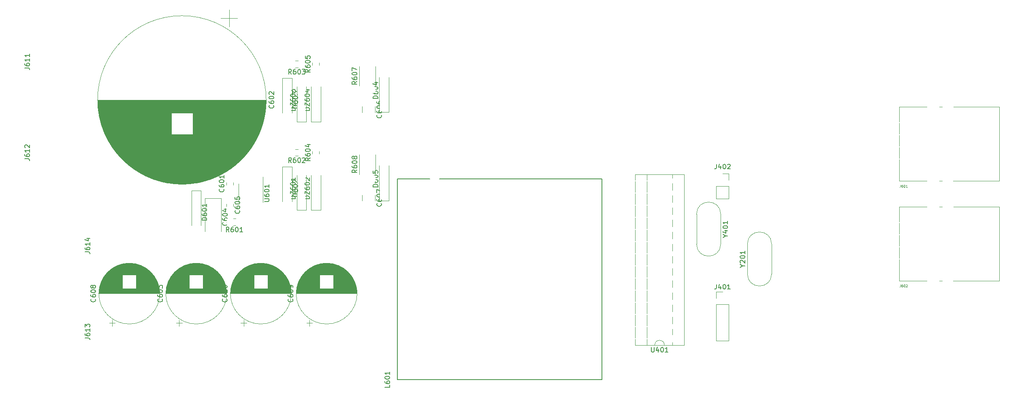
<source format=gbr>
G04 #@! TF.GenerationSoftware,KiCad,Pcbnew,5.1.4*
G04 #@! TF.CreationDate,2019-10-29T22:11:30-03:00*
G04 #@! TF.ProjectId,MCB19,4d434231-392e-46b6-9963-61645f706362,rev?*
G04 #@! TF.SameCoordinates,Original*
G04 #@! TF.FileFunction,Legend,Top*
G04 #@! TF.FilePolarity,Positive*
%FSLAX46Y46*%
G04 Gerber Fmt 4.6, Leading zero omitted, Abs format (unit mm)*
G04 Created by KiCad (PCBNEW 5.1.4) date 2019-10-29 22:11:30*
%MOMM*%
%LPD*%
G04 APERTURE LIST*
%ADD10C,0.120000*%
%ADD11C,0.150000*%
%ADD12C,0.100000*%
%ADD13C,1.525000*%
%ADD14C,1.350000*%
%ADD15C,5.000000*%
%ADD16C,1.425000*%
%ADD17C,2.400000*%
%ADD18R,2.400000X2.400000*%
%ADD19C,0.900000*%
%ADD20C,10.599999*%
%ADD21R,1.700000X3.300000*%
%ADD22C,0.600000*%
%ADD23O,3.600000X3.600000*%
%ADD24R,4.500000X2.500000*%
%ADD25O,4.500000X2.500000*%
%ADD26C,1.150000*%
%ADD27C,10.600000*%
%ADD28C,2.250000*%
%ADD29C,4.000000*%
%ADD30R,4.000000X4.000000*%
%ADD31R,1.700000X1.700000*%
%ADD32O,1.700000X1.700000*%
%ADD33R,2.500000X1.600000*%
%ADD34O,2.500000X1.600000*%
%ADD35C,3.650000*%
%ADD36C,2.500000*%
G04 APERTURE END LIST*
D10*
X123460000Y-86552064D02*
X123460000Y-82447936D01*
X120040000Y-86552064D02*
X120040000Y-82447936D01*
X123460000Y-68052064D02*
X123460000Y-63947936D01*
X120040000Y-68052064D02*
X120040000Y-63947936D01*
D11*
X128000000Y-129500000D02*
X170800000Y-129500000D01*
X128000000Y-129500000D02*
X128000000Y-87500000D01*
X170800000Y-129500000D02*
X170800000Y-87500000D01*
X128000000Y-87500000D02*
X170800000Y-87500000D01*
D10*
X120640000Y-72397936D02*
X120640000Y-73602064D01*
X123360000Y-72397936D02*
X123360000Y-73602064D01*
X120640000Y-90897936D02*
X120640000Y-92102064D01*
X123360000Y-90897936D02*
X123360000Y-92102064D01*
X67800000Y-117692082D02*
X69050000Y-117692082D01*
X68425000Y-118317082D02*
X68425000Y-117067082D01*
X71683000Y-105139000D02*
X72317000Y-105139000D01*
X71243000Y-105179000D02*
X72757000Y-105179000D01*
X70972000Y-105219000D02*
X73028000Y-105219000D01*
X70759000Y-105259000D02*
X73241000Y-105259000D01*
X70578000Y-105299000D02*
X73422000Y-105299000D01*
X70417000Y-105339000D02*
X73583000Y-105339000D01*
X70272000Y-105379000D02*
X73728000Y-105379000D01*
X70139000Y-105419000D02*
X73861000Y-105419000D01*
X70016000Y-105459000D02*
X73984000Y-105459000D01*
X69900000Y-105499000D02*
X74100000Y-105499000D01*
X69791000Y-105539000D02*
X74209000Y-105539000D01*
X69688000Y-105579000D02*
X74312000Y-105579000D01*
X69590000Y-105619000D02*
X74410000Y-105619000D01*
X69496000Y-105659000D02*
X74504000Y-105659000D01*
X69406000Y-105699000D02*
X74594000Y-105699000D01*
X69319000Y-105739000D02*
X74681000Y-105739000D01*
X69236000Y-105779000D02*
X74764000Y-105779000D01*
X69156000Y-105819000D02*
X74844000Y-105819000D01*
X69079000Y-105859000D02*
X74921000Y-105859000D01*
X69004000Y-105899000D02*
X74996000Y-105899000D01*
X68931000Y-105939000D02*
X75069000Y-105939000D01*
X68860000Y-105979000D02*
X75140000Y-105979000D01*
X68792000Y-106019000D02*
X75208000Y-106019000D01*
X68725000Y-106059000D02*
X75275000Y-106059000D01*
X68661000Y-106099000D02*
X75339000Y-106099000D01*
X68598000Y-106139000D02*
X75402000Y-106139000D01*
X68536000Y-106179000D02*
X75464000Y-106179000D01*
X68476000Y-106219000D02*
X75524000Y-106219000D01*
X68417000Y-106259000D02*
X75583000Y-106259000D01*
X68360000Y-106299000D02*
X75640000Y-106299000D01*
X68304000Y-106339000D02*
X75696000Y-106339000D01*
X68250000Y-106379000D02*
X75750000Y-106379000D01*
X68196000Y-106419000D02*
X75804000Y-106419000D01*
X68144000Y-106459000D02*
X75856000Y-106459000D01*
X68093000Y-106499000D02*
X75907000Y-106499000D01*
X68043000Y-106539000D02*
X75957000Y-106539000D01*
X67993000Y-106579000D02*
X76007000Y-106579000D01*
X67945000Y-106619000D02*
X76055000Y-106619000D01*
X67898000Y-106659000D02*
X76102000Y-106659000D01*
X67852000Y-106699000D02*
X76148000Y-106699000D01*
X67806000Y-106739000D02*
X76194000Y-106739000D01*
X67762000Y-106779000D02*
X76238000Y-106779000D01*
X67718000Y-106819000D02*
X76282000Y-106819000D01*
X67675000Y-106859000D02*
X76325000Y-106859000D01*
X67633000Y-106899000D02*
X76367000Y-106899000D01*
X67592000Y-106939000D02*
X76408000Y-106939000D01*
X67551000Y-106979000D02*
X76449000Y-106979000D01*
X67511000Y-107019000D02*
X76489000Y-107019000D01*
X67472000Y-107059000D02*
X76528000Y-107059000D01*
X67433000Y-107099000D02*
X76567000Y-107099000D01*
X67395000Y-107139000D02*
X76605000Y-107139000D01*
X67358000Y-107179000D02*
X76642000Y-107179000D01*
X67322000Y-107219000D02*
X76678000Y-107219000D01*
X67286000Y-107259000D02*
X76714000Y-107259000D01*
X67250000Y-107299000D02*
X76750000Y-107299000D01*
X67215000Y-107339000D02*
X76785000Y-107339000D01*
X67181000Y-107379000D02*
X76819000Y-107379000D01*
X67148000Y-107419000D02*
X76852000Y-107419000D01*
X67115000Y-107459000D02*
X76885000Y-107459000D01*
X67082000Y-107499000D02*
X76918000Y-107499000D01*
X67050000Y-107539000D02*
X76950000Y-107539000D01*
X73440000Y-107579000D02*
X76982000Y-107579000D01*
X67018000Y-107579000D02*
X70560000Y-107579000D01*
X73440000Y-107619000D02*
X77012000Y-107619000D01*
X66988000Y-107619000D02*
X70560000Y-107619000D01*
X73440000Y-107659000D02*
X77043000Y-107659000D01*
X66957000Y-107659000D02*
X70560000Y-107659000D01*
X73440000Y-107699000D02*
X77073000Y-107699000D01*
X66927000Y-107699000D02*
X70560000Y-107699000D01*
X73440000Y-107739000D02*
X77102000Y-107739000D01*
X66898000Y-107739000D02*
X70560000Y-107739000D01*
X73440000Y-107779000D02*
X77131000Y-107779000D01*
X66869000Y-107779000D02*
X70560000Y-107779000D01*
X73440000Y-107819000D02*
X77160000Y-107819000D01*
X66840000Y-107819000D02*
X70560000Y-107819000D01*
X73440000Y-107859000D02*
X77188000Y-107859000D01*
X66812000Y-107859000D02*
X70560000Y-107859000D01*
X73440000Y-107899000D02*
X77216000Y-107899000D01*
X66784000Y-107899000D02*
X70560000Y-107899000D01*
X73440000Y-107939000D02*
X77243000Y-107939000D01*
X66757000Y-107939000D02*
X70560000Y-107939000D01*
X73440000Y-107979000D02*
X77270000Y-107979000D01*
X66730000Y-107979000D02*
X70560000Y-107979000D01*
X73440000Y-108019000D02*
X77296000Y-108019000D01*
X66704000Y-108019000D02*
X70560000Y-108019000D01*
X73440000Y-108059000D02*
X77322000Y-108059000D01*
X66678000Y-108059000D02*
X70560000Y-108059000D01*
X73440000Y-108099000D02*
X77347000Y-108099000D01*
X66653000Y-108099000D02*
X70560000Y-108099000D01*
X73440000Y-108139000D02*
X77372000Y-108139000D01*
X66628000Y-108139000D02*
X70560000Y-108139000D01*
X73440000Y-108179000D02*
X77397000Y-108179000D01*
X66603000Y-108179000D02*
X70560000Y-108179000D01*
X73440000Y-108219000D02*
X77421000Y-108219000D01*
X66579000Y-108219000D02*
X70560000Y-108219000D01*
X73440000Y-108259000D02*
X77445000Y-108259000D01*
X66555000Y-108259000D02*
X70560000Y-108259000D01*
X73440000Y-108299000D02*
X77468000Y-108299000D01*
X66532000Y-108299000D02*
X70560000Y-108299000D01*
X73440000Y-108339000D02*
X77491000Y-108339000D01*
X66509000Y-108339000D02*
X70560000Y-108339000D01*
X73440000Y-108379000D02*
X77514000Y-108379000D01*
X66486000Y-108379000D02*
X70560000Y-108379000D01*
X73440000Y-108419000D02*
X77536000Y-108419000D01*
X66464000Y-108419000D02*
X70560000Y-108419000D01*
X73440000Y-108459000D02*
X77558000Y-108459000D01*
X66442000Y-108459000D02*
X70560000Y-108459000D01*
X73440000Y-108499000D02*
X77580000Y-108499000D01*
X66420000Y-108499000D02*
X70560000Y-108499000D01*
X73440000Y-108539000D02*
X77601000Y-108539000D01*
X66399000Y-108539000D02*
X70560000Y-108539000D01*
X73440000Y-108579000D02*
X77622000Y-108579000D01*
X66378000Y-108579000D02*
X70560000Y-108579000D01*
X73440000Y-108619000D02*
X77642000Y-108619000D01*
X66358000Y-108619000D02*
X70560000Y-108619000D01*
X73440000Y-108659000D02*
X77662000Y-108659000D01*
X66338000Y-108659000D02*
X70560000Y-108659000D01*
X73440000Y-108699000D02*
X77682000Y-108699000D01*
X66318000Y-108699000D02*
X70560000Y-108699000D01*
X73440000Y-108739000D02*
X77702000Y-108739000D01*
X66298000Y-108739000D02*
X70560000Y-108739000D01*
X73440000Y-108779000D02*
X77721000Y-108779000D01*
X66279000Y-108779000D02*
X70560000Y-108779000D01*
X73440000Y-108819000D02*
X77739000Y-108819000D01*
X66261000Y-108819000D02*
X70560000Y-108819000D01*
X73440000Y-108859000D02*
X77758000Y-108859000D01*
X66242000Y-108859000D02*
X70560000Y-108859000D01*
X73440000Y-108899000D02*
X77776000Y-108899000D01*
X66224000Y-108899000D02*
X70560000Y-108899000D01*
X73440000Y-108939000D02*
X77793000Y-108939000D01*
X66207000Y-108939000D02*
X70560000Y-108939000D01*
X73440000Y-108979000D02*
X77811000Y-108979000D01*
X66189000Y-108979000D02*
X70560000Y-108979000D01*
X73440000Y-109019000D02*
X77828000Y-109019000D01*
X66172000Y-109019000D02*
X70560000Y-109019000D01*
X73440000Y-109059000D02*
X77845000Y-109059000D01*
X66155000Y-109059000D02*
X70560000Y-109059000D01*
X73440000Y-109099000D02*
X77861000Y-109099000D01*
X66139000Y-109099000D02*
X70560000Y-109099000D01*
X73440000Y-109139000D02*
X77877000Y-109139000D01*
X66123000Y-109139000D02*
X70560000Y-109139000D01*
X73440000Y-109179000D02*
X77893000Y-109179000D01*
X66107000Y-109179000D02*
X70560000Y-109179000D01*
X73440000Y-109219000D02*
X77908000Y-109219000D01*
X66092000Y-109219000D02*
X70560000Y-109219000D01*
X73440000Y-109259000D02*
X77924000Y-109259000D01*
X66076000Y-109259000D02*
X70560000Y-109259000D01*
X73440000Y-109299000D02*
X77939000Y-109299000D01*
X66061000Y-109299000D02*
X70560000Y-109299000D01*
X73440000Y-109339000D02*
X77953000Y-109339000D01*
X66047000Y-109339000D02*
X70560000Y-109339000D01*
X73440000Y-109379000D02*
X77967000Y-109379000D01*
X66033000Y-109379000D02*
X70560000Y-109379000D01*
X73440000Y-109419000D02*
X77981000Y-109419000D01*
X66019000Y-109419000D02*
X70560000Y-109419000D01*
X73440000Y-109459000D02*
X77995000Y-109459000D01*
X66005000Y-109459000D02*
X70560000Y-109459000D01*
X73440000Y-109499000D02*
X78008000Y-109499000D01*
X65992000Y-109499000D02*
X70560000Y-109499000D01*
X73440000Y-109539000D02*
X78021000Y-109539000D01*
X65979000Y-109539000D02*
X70560000Y-109539000D01*
X73440000Y-109579000D02*
X78034000Y-109579000D01*
X65966000Y-109579000D02*
X70560000Y-109579000D01*
X73440000Y-109619000D02*
X78047000Y-109619000D01*
X65953000Y-109619000D02*
X70560000Y-109619000D01*
X73440000Y-109659000D02*
X78059000Y-109659000D01*
X65941000Y-109659000D02*
X70560000Y-109659000D01*
X73440000Y-109699000D02*
X78071000Y-109699000D01*
X65929000Y-109699000D02*
X70560000Y-109699000D01*
X73440000Y-109739000D02*
X78083000Y-109739000D01*
X65917000Y-109739000D02*
X70560000Y-109739000D01*
X73440000Y-109779000D02*
X78094000Y-109779000D01*
X65906000Y-109779000D02*
X70560000Y-109779000D01*
X73440000Y-109819000D02*
X78105000Y-109819000D01*
X65895000Y-109819000D02*
X70560000Y-109819000D01*
X73440000Y-109859000D02*
X78116000Y-109859000D01*
X65884000Y-109859000D02*
X70560000Y-109859000D01*
X73440000Y-109899000D02*
X78126000Y-109899000D01*
X65874000Y-109899000D02*
X70560000Y-109899000D01*
X73440000Y-109939000D02*
X78137000Y-109939000D01*
X65863000Y-109939000D02*
X70560000Y-109939000D01*
X73440000Y-109979000D02*
X78146000Y-109979000D01*
X65854000Y-109979000D02*
X70560000Y-109979000D01*
X73440000Y-110019000D02*
X78156000Y-110019000D01*
X65844000Y-110019000D02*
X70560000Y-110019000D01*
X73440000Y-110059000D02*
X78166000Y-110059000D01*
X65834000Y-110059000D02*
X70560000Y-110059000D01*
X73440000Y-110099000D02*
X78175000Y-110099000D01*
X65825000Y-110099000D02*
X70560000Y-110099000D01*
X73440000Y-110139000D02*
X78184000Y-110139000D01*
X65816000Y-110139000D02*
X70560000Y-110139000D01*
X73440000Y-110179000D02*
X78192000Y-110179000D01*
X65808000Y-110179000D02*
X70560000Y-110179000D01*
X73440000Y-110219000D02*
X78201000Y-110219000D01*
X65799000Y-110219000D02*
X70560000Y-110219000D01*
X73440000Y-110259000D02*
X78209000Y-110259000D01*
X65791000Y-110259000D02*
X70560000Y-110259000D01*
X73440000Y-110299000D02*
X78216000Y-110299000D01*
X65784000Y-110299000D02*
X70560000Y-110299000D01*
X73440000Y-110339000D02*
X78224000Y-110339000D01*
X65776000Y-110339000D02*
X70560000Y-110339000D01*
X73440000Y-110379000D02*
X78231000Y-110379000D01*
X65769000Y-110379000D02*
X70560000Y-110379000D01*
X73440000Y-110419000D02*
X78238000Y-110419000D01*
X65762000Y-110419000D02*
X70560000Y-110419000D01*
X65755000Y-110459000D02*
X78245000Y-110459000D01*
X65748000Y-110499000D02*
X78252000Y-110499000D01*
X65742000Y-110539000D02*
X78258000Y-110539000D01*
X65736000Y-110579000D02*
X78264000Y-110579000D01*
X65731000Y-110619000D02*
X78269000Y-110619000D01*
X65725000Y-110659000D02*
X78275000Y-110659000D01*
X65720000Y-110699000D02*
X78280000Y-110699000D01*
X65715000Y-110739000D02*
X78285000Y-110739000D01*
X65710000Y-110779000D02*
X78290000Y-110779000D01*
X65706000Y-110820000D02*
X78294000Y-110820000D01*
X65702000Y-110860000D02*
X78298000Y-110860000D01*
X65698000Y-110900000D02*
X78302000Y-110900000D01*
X65694000Y-110940000D02*
X78306000Y-110940000D01*
X65691000Y-110980000D02*
X78309000Y-110980000D01*
X65688000Y-111020000D02*
X78312000Y-111020000D01*
X65685000Y-111060000D02*
X78315000Y-111060000D01*
X65682000Y-111100000D02*
X78318000Y-111100000D01*
X65680000Y-111140000D02*
X78320000Y-111140000D01*
X65678000Y-111180000D02*
X78322000Y-111180000D01*
X65676000Y-111220000D02*
X78324000Y-111220000D01*
X65674000Y-111260000D02*
X78326000Y-111260000D01*
X65673000Y-111300000D02*
X78327000Y-111300000D01*
X65672000Y-111340000D02*
X78328000Y-111340000D01*
X65671000Y-111380000D02*
X78329000Y-111380000D01*
X65670000Y-111420000D02*
X78330000Y-111420000D01*
X65670000Y-111460000D02*
X78330000Y-111460000D01*
X65670000Y-111500000D02*
X78330000Y-111500000D01*
X78370000Y-111500000D02*
G75*
G03X78370000Y-111500000I-6370000J0D01*
G01*
X104000000Y-84950000D02*
X104000000Y-92250000D01*
X106000000Y-84950000D02*
X104000000Y-84950000D01*
X106000000Y-92250000D02*
X106000000Y-84950000D01*
X95300000Y-117692082D02*
X96550000Y-117692082D01*
X95925000Y-118317082D02*
X95925000Y-117067082D01*
X99183000Y-105139000D02*
X99817000Y-105139000D01*
X98743000Y-105179000D02*
X100257000Y-105179000D01*
X98472000Y-105219000D02*
X100528000Y-105219000D01*
X98259000Y-105259000D02*
X100741000Y-105259000D01*
X98078000Y-105299000D02*
X100922000Y-105299000D01*
X97917000Y-105339000D02*
X101083000Y-105339000D01*
X97772000Y-105379000D02*
X101228000Y-105379000D01*
X97639000Y-105419000D02*
X101361000Y-105419000D01*
X97516000Y-105459000D02*
X101484000Y-105459000D01*
X97400000Y-105499000D02*
X101600000Y-105499000D01*
X97291000Y-105539000D02*
X101709000Y-105539000D01*
X97188000Y-105579000D02*
X101812000Y-105579000D01*
X97090000Y-105619000D02*
X101910000Y-105619000D01*
X96996000Y-105659000D02*
X102004000Y-105659000D01*
X96906000Y-105699000D02*
X102094000Y-105699000D01*
X96819000Y-105739000D02*
X102181000Y-105739000D01*
X96736000Y-105779000D02*
X102264000Y-105779000D01*
X96656000Y-105819000D02*
X102344000Y-105819000D01*
X96579000Y-105859000D02*
X102421000Y-105859000D01*
X96504000Y-105899000D02*
X102496000Y-105899000D01*
X96431000Y-105939000D02*
X102569000Y-105939000D01*
X96360000Y-105979000D02*
X102640000Y-105979000D01*
X96292000Y-106019000D02*
X102708000Y-106019000D01*
X96225000Y-106059000D02*
X102775000Y-106059000D01*
X96161000Y-106099000D02*
X102839000Y-106099000D01*
X96098000Y-106139000D02*
X102902000Y-106139000D01*
X96036000Y-106179000D02*
X102964000Y-106179000D01*
X95976000Y-106219000D02*
X103024000Y-106219000D01*
X95917000Y-106259000D02*
X103083000Y-106259000D01*
X95860000Y-106299000D02*
X103140000Y-106299000D01*
X95804000Y-106339000D02*
X103196000Y-106339000D01*
X95750000Y-106379000D02*
X103250000Y-106379000D01*
X95696000Y-106419000D02*
X103304000Y-106419000D01*
X95644000Y-106459000D02*
X103356000Y-106459000D01*
X95593000Y-106499000D02*
X103407000Y-106499000D01*
X95543000Y-106539000D02*
X103457000Y-106539000D01*
X95493000Y-106579000D02*
X103507000Y-106579000D01*
X95445000Y-106619000D02*
X103555000Y-106619000D01*
X95398000Y-106659000D02*
X103602000Y-106659000D01*
X95352000Y-106699000D02*
X103648000Y-106699000D01*
X95306000Y-106739000D02*
X103694000Y-106739000D01*
X95262000Y-106779000D02*
X103738000Y-106779000D01*
X95218000Y-106819000D02*
X103782000Y-106819000D01*
X95175000Y-106859000D02*
X103825000Y-106859000D01*
X95133000Y-106899000D02*
X103867000Y-106899000D01*
X95092000Y-106939000D02*
X103908000Y-106939000D01*
X95051000Y-106979000D02*
X103949000Y-106979000D01*
X95011000Y-107019000D02*
X103989000Y-107019000D01*
X94972000Y-107059000D02*
X104028000Y-107059000D01*
X94933000Y-107099000D02*
X104067000Y-107099000D01*
X94895000Y-107139000D02*
X104105000Y-107139000D01*
X94858000Y-107179000D02*
X104142000Y-107179000D01*
X94822000Y-107219000D02*
X104178000Y-107219000D01*
X94786000Y-107259000D02*
X104214000Y-107259000D01*
X94750000Y-107299000D02*
X104250000Y-107299000D01*
X94715000Y-107339000D02*
X104285000Y-107339000D01*
X94681000Y-107379000D02*
X104319000Y-107379000D01*
X94648000Y-107419000D02*
X104352000Y-107419000D01*
X94615000Y-107459000D02*
X104385000Y-107459000D01*
X94582000Y-107499000D02*
X104418000Y-107499000D01*
X94550000Y-107539000D02*
X104450000Y-107539000D01*
X100940000Y-107579000D02*
X104482000Y-107579000D01*
X94518000Y-107579000D02*
X98060000Y-107579000D01*
X100940000Y-107619000D02*
X104512000Y-107619000D01*
X94488000Y-107619000D02*
X98060000Y-107619000D01*
X100940000Y-107659000D02*
X104543000Y-107659000D01*
X94457000Y-107659000D02*
X98060000Y-107659000D01*
X100940000Y-107699000D02*
X104573000Y-107699000D01*
X94427000Y-107699000D02*
X98060000Y-107699000D01*
X100940000Y-107739000D02*
X104602000Y-107739000D01*
X94398000Y-107739000D02*
X98060000Y-107739000D01*
X100940000Y-107779000D02*
X104631000Y-107779000D01*
X94369000Y-107779000D02*
X98060000Y-107779000D01*
X100940000Y-107819000D02*
X104660000Y-107819000D01*
X94340000Y-107819000D02*
X98060000Y-107819000D01*
X100940000Y-107859000D02*
X104688000Y-107859000D01*
X94312000Y-107859000D02*
X98060000Y-107859000D01*
X100940000Y-107899000D02*
X104716000Y-107899000D01*
X94284000Y-107899000D02*
X98060000Y-107899000D01*
X100940000Y-107939000D02*
X104743000Y-107939000D01*
X94257000Y-107939000D02*
X98060000Y-107939000D01*
X100940000Y-107979000D02*
X104770000Y-107979000D01*
X94230000Y-107979000D02*
X98060000Y-107979000D01*
X100940000Y-108019000D02*
X104796000Y-108019000D01*
X94204000Y-108019000D02*
X98060000Y-108019000D01*
X100940000Y-108059000D02*
X104822000Y-108059000D01*
X94178000Y-108059000D02*
X98060000Y-108059000D01*
X100940000Y-108099000D02*
X104847000Y-108099000D01*
X94153000Y-108099000D02*
X98060000Y-108099000D01*
X100940000Y-108139000D02*
X104872000Y-108139000D01*
X94128000Y-108139000D02*
X98060000Y-108139000D01*
X100940000Y-108179000D02*
X104897000Y-108179000D01*
X94103000Y-108179000D02*
X98060000Y-108179000D01*
X100940000Y-108219000D02*
X104921000Y-108219000D01*
X94079000Y-108219000D02*
X98060000Y-108219000D01*
X100940000Y-108259000D02*
X104945000Y-108259000D01*
X94055000Y-108259000D02*
X98060000Y-108259000D01*
X100940000Y-108299000D02*
X104968000Y-108299000D01*
X94032000Y-108299000D02*
X98060000Y-108299000D01*
X100940000Y-108339000D02*
X104991000Y-108339000D01*
X94009000Y-108339000D02*
X98060000Y-108339000D01*
X100940000Y-108379000D02*
X105014000Y-108379000D01*
X93986000Y-108379000D02*
X98060000Y-108379000D01*
X100940000Y-108419000D02*
X105036000Y-108419000D01*
X93964000Y-108419000D02*
X98060000Y-108419000D01*
X100940000Y-108459000D02*
X105058000Y-108459000D01*
X93942000Y-108459000D02*
X98060000Y-108459000D01*
X100940000Y-108499000D02*
X105080000Y-108499000D01*
X93920000Y-108499000D02*
X98060000Y-108499000D01*
X100940000Y-108539000D02*
X105101000Y-108539000D01*
X93899000Y-108539000D02*
X98060000Y-108539000D01*
X100940000Y-108579000D02*
X105122000Y-108579000D01*
X93878000Y-108579000D02*
X98060000Y-108579000D01*
X100940000Y-108619000D02*
X105142000Y-108619000D01*
X93858000Y-108619000D02*
X98060000Y-108619000D01*
X100940000Y-108659000D02*
X105162000Y-108659000D01*
X93838000Y-108659000D02*
X98060000Y-108659000D01*
X100940000Y-108699000D02*
X105182000Y-108699000D01*
X93818000Y-108699000D02*
X98060000Y-108699000D01*
X100940000Y-108739000D02*
X105202000Y-108739000D01*
X93798000Y-108739000D02*
X98060000Y-108739000D01*
X100940000Y-108779000D02*
X105221000Y-108779000D01*
X93779000Y-108779000D02*
X98060000Y-108779000D01*
X100940000Y-108819000D02*
X105239000Y-108819000D01*
X93761000Y-108819000D02*
X98060000Y-108819000D01*
X100940000Y-108859000D02*
X105258000Y-108859000D01*
X93742000Y-108859000D02*
X98060000Y-108859000D01*
X100940000Y-108899000D02*
X105276000Y-108899000D01*
X93724000Y-108899000D02*
X98060000Y-108899000D01*
X100940000Y-108939000D02*
X105293000Y-108939000D01*
X93707000Y-108939000D02*
X98060000Y-108939000D01*
X100940000Y-108979000D02*
X105311000Y-108979000D01*
X93689000Y-108979000D02*
X98060000Y-108979000D01*
X100940000Y-109019000D02*
X105328000Y-109019000D01*
X93672000Y-109019000D02*
X98060000Y-109019000D01*
X100940000Y-109059000D02*
X105345000Y-109059000D01*
X93655000Y-109059000D02*
X98060000Y-109059000D01*
X100940000Y-109099000D02*
X105361000Y-109099000D01*
X93639000Y-109099000D02*
X98060000Y-109099000D01*
X100940000Y-109139000D02*
X105377000Y-109139000D01*
X93623000Y-109139000D02*
X98060000Y-109139000D01*
X100940000Y-109179000D02*
X105393000Y-109179000D01*
X93607000Y-109179000D02*
X98060000Y-109179000D01*
X100940000Y-109219000D02*
X105408000Y-109219000D01*
X93592000Y-109219000D02*
X98060000Y-109219000D01*
X100940000Y-109259000D02*
X105424000Y-109259000D01*
X93576000Y-109259000D02*
X98060000Y-109259000D01*
X100940000Y-109299000D02*
X105439000Y-109299000D01*
X93561000Y-109299000D02*
X98060000Y-109299000D01*
X100940000Y-109339000D02*
X105453000Y-109339000D01*
X93547000Y-109339000D02*
X98060000Y-109339000D01*
X100940000Y-109379000D02*
X105467000Y-109379000D01*
X93533000Y-109379000D02*
X98060000Y-109379000D01*
X100940000Y-109419000D02*
X105481000Y-109419000D01*
X93519000Y-109419000D02*
X98060000Y-109419000D01*
X100940000Y-109459000D02*
X105495000Y-109459000D01*
X93505000Y-109459000D02*
X98060000Y-109459000D01*
X100940000Y-109499000D02*
X105508000Y-109499000D01*
X93492000Y-109499000D02*
X98060000Y-109499000D01*
X100940000Y-109539000D02*
X105521000Y-109539000D01*
X93479000Y-109539000D02*
X98060000Y-109539000D01*
X100940000Y-109579000D02*
X105534000Y-109579000D01*
X93466000Y-109579000D02*
X98060000Y-109579000D01*
X100940000Y-109619000D02*
X105547000Y-109619000D01*
X93453000Y-109619000D02*
X98060000Y-109619000D01*
X100940000Y-109659000D02*
X105559000Y-109659000D01*
X93441000Y-109659000D02*
X98060000Y-109659000D01*
X100940000Y-109699000D02*
X105571000Y-109699000D01*
X93429000Y-109699000D02*
X98060000Y-109699000D01*
X100940000Y-109739000D02*
X105583000Y-109739000D01*
X93417000Y-109739000D02*
X98060000Y-109739000D01*
X100940000Y-109779000D02*
X105594000Y-109779000D01*
X93406000Y-109779000D02*
X98060000Y-109779000D01*
X100940000Y-109819000D02*
X105605000Y-109819000D01*
X93395000Y-109819000D02*
X98060000Y-109819000D01*
X100940000Y-109859000D02*
X105616000Y-109859000D01*
X93384000Y-109859000D02*
X98060000Y-109859000D01*
X100940000Y-109899000D02*
X105626000Y-109899000D01*
X93374000Y-109899000D02*
X98060000Y-109899000D01*
X100940000Y-109939000D02*
X105637000Y-109939000D01*
X93363000Y-109939000D02*
X98060000Y-109939000D01*
X100940000Y-109979000D02*
X105646000Y-109979000D01*
X93354000Y-109979000D02*
X98060000Y-109979000D01*
X100940000Y-110019000D02*
X105656000Y-110019000D01*
X93344000Y-110019000D02*
X98060000Y-110019000D01*
X100940000Y-110059000D02*
X105666000Y-110059000D01*
X93334000Y-110059000D02*
X98060000Y-110059000D01*
X100940000Y-110099000D02*
X105675000Y-110099000D01*
X93325000Y-110099000D02*
X98060000Y-110099000D01*
X100940000Y-110139000D02*
X105684000Y-110139000D01*
X93316000Y-110139000D02*
X98060000Y-110139000D01*
X100940000Y-110179000D02*
X105692000Y-110179000D01*
X93308000Y-110179000D02*
X98060000Y-110179000D01*
X100940000Y-110219000D02*
X105701000Y-110219000D01*
X93299000Y-110219000D02*
X98060000Y-110219000D01*
X100940000Y-110259000D02*
X105709000Y-110259000D01*
X93291000Y-110259000D02*
X98060000Y-110259000D01*
X100940000Y-110299000D02*
X105716000Y-110299000D01*
X93284000Y-110299000D02*
X98060000Y-110299000D01*
X100940000Y-110339000D02*
X105724000Y-110339000D01*
X93276000Y-110339000D02*
X98060000Y-110339000D01*
X100940000Y-110379000D02*
X105731000Y-110379000D01*
X93269000Y-110379000D02*
X98060000Y-110379000D01*
X100940000Y-110419000D02*
X105738000Y-110419000D01*
X93262000Y-110419000D02*
X98060000Y-110419000D01*
X93255000Y-110459000D02*
X105745000Y-110459000D01*
X93248000Y-110499000D02*
X105752000Y-110499000D01*
X93242000Y-110539000D02*
X105758000Y-110539000D01*
X93236000Y-110579000D02*
X105764000Y-110579000D01*
X93231000Y-110619000D02*
X105769000Y-110619000D01*
X93225000Y-110659000D02*
X105775000Y-110659000D01*
X93220000Y-110699000D02*
X105780000Y-110699000D01*
X93215000Y-110739000D02*
X105785000Y-110739000D01*
X93210000Y-110779000D02*
X105790000Y-110779000D01*
X93206000Y-110820000D02*
X105794000Y-110820000D01*
X93202000Y-110860000D02*
X105798000Y-110860000D01*
X93198000Y-110900000D02*
X105802000Y-110900000D01*
X93194000Y-110940000D02*
X105806000Y-110940000D01*
X93191000Y-110980000D02*
X105809000Y-110980000D01*
X93188000Y-111020000D02*
X105812000Y-111020000D01*
X93185000Y-111060000D02*
X105815000Y-111060000D01*
X93182000Y-111100000D02*
X105818000Y-111100000D01*
X93180000Y-111140000D02*
X105820000Y-111140000D01*
X93178000Y-111180000D02*
X105822000Y-111180000D01*
X93176000Y-111220000D02*
X105824000Y-111220000D01*
X93174000Y-111260000D02*
X105826000Y-111260000D01*
X93173000Y-111300000D02*
X105827000Y-111300000D01*
X93172000Y-111340000D02*
X105828000Y-111340000D01*
X93171000Y-111380000D02*
X105829000Y-111380000D01*
X93170000Y-111420000D02*
X105830000Y-111420000D01*
X93170000Y-111460000D02*
X105830000Y-111460000D01*
X93170000Y-111500000D02*
X105830000Y-111500000D01*
X105870000Y-111500000D02*
G75*
G03X105870000Y-111500000I-6370000J0D01*
G01*
X109050000Y-117692082D02*
X110300000Y-117692082D01*
X109675000Y-118317082D02*
X109675000Y-117067082D01*
X112933000Y-105139000D02*
X113567000Y-105139000D01*
X112493000Y-105179000D02*
X114007000Y-105179000D01*
X112222000Y-105219000D02*
X114278000Y-105219000D01*
X112009000Y-105259000D02*
X114491000Y-105259000D01*
X111828000Y-105299000D02*
X114672000Y-105299000D01*
X111667000Y-105339000D02*
X114833000Y-105339000D01*
X111522000Y-105379000D02*
X114978000Y-105379000D01*
X111389000Y-105419000D02*
X115111000Y-105419000D01*
X111266000Y-105459000D02*
X115234000Y-105459000D01*
X111150000Y-105499000D02*
X115350000Y-105499000D01*
X111041000Y-105539000D02*
X115459000Y-105539000D01*
X110938000Y-105579000D02*
X115562000Y-105579000D01*
X110840000Y-105619000D02*
X115660000Y-105619000D01*
X110746000Y-105659000D02*
X115754000Y-105659000D01*
X110656000Y-105699000D02*
X115844000Y-105699000D01*
X110569000Y-105739000D02*
X115931000Y-105739000D01*
X110486000Y-105779000D02*
X116014000Y-105779000D01*
X110406000Y-105819000D02*
X116094000Y-105819000D01*
X110329000Y-105859000D02*
X116171000Y-105859000D01*
X110254000Y-105899000D02*
X116246000Y-105899000D01*
X110181000Y-105939000D02*
X116319000Y-105939000D01*
X110110000Y-105979000D02*
X116390000Y-105979000D01*
X110042000Y-106019000D02*
X116458000Y-106019000D01*
X109975000Y-106059000D02*
X116525000Y-106059000D01*
X109911000Y-106099000D02*
X116589000Y-106099000D01*
X109848000Y-106139000D02*
X116652000Y-106139000D01*
X109786000Y-106179000D02*
X116714000Y-106179000D01*
X109726000Y-106219000D02*
X116774000Y-106219000D01*
X109667000Y-106259000D02*
X116833000Y-106259000D01*
X109610000Y-106299000D02*
X116890000Y-106299000D01*
X109554000Y-106339000D02*
X116946000Y-106339000D01*
X109500000Y-106379000D02*
X117000000Y-106379000D01*
X109446000Y-106419000D02*
X117054000Y-106419000D01*
X109394000Y-106459000D02*
X117106000Y-106459000D01*
X109343000Y-106499000D02*
X117157000Y-106499000D01*
X109293000Y-106539000D02*
X117207000Y-106539000D01*
X109243000Y-106579000D02*
X117257000Y-106579000D01*
X109195000Y-106619000D02*
X117305000Y-106619000D01*
X109148000Y-106659000D02*
X117352000Y-106659000D01*
X109102000Y-106699000D02*
X117398000Y-106699000D01*
X109056000Y-106739000D02*
X117444000Y-106739000D01*
X109012000Y-106779000D02*
X117488000Y-106779000D01*
X108968000Y-106819000D02*
X117532000Y-106819000D01*
X108925000Y-106859000D02*
X117575000Y-106859000D01*
X108883000Y-106899000D02*
X117617000Y-106899000D01*
X108842000Y-106939000D02*
X117658000Y-106939000D01*
X108801000Y-106979000D02*
X117699000Y-106979000D01*
X108761000Y-107019000D02*
X117739000Y-107019000D01*
X108722000Y-107059000D02*
X117778000Y-107059000D01*
X108683000Y-107099000D02*
X117817000Y-107099000D01*
X108645000Y-107139000D02*
X117855000Y-107139000D01*
X108608000Y-107179000D02*
X117892000Y-107179000D01*
X108572000Y-107219000D02*
X117928000Y-107219000D01*
X108536000Y-107259000D02*
X117964000Y-107259000D01*
X108500000Y-107299000D02*
X118000000Y-107299000D01*
X108465000Y-107339000D02*
X118035000Y-107339000D01*
X108431000Y-107379000D02*
X118069000Y-107379000D01*
X108398000Y-107419000D02*
X118102000Y-107419000D01*
X108365000Y-107459000D02*
X118135000Y-107459000D01*
X108332000Y-107499000D02*
X118168000Y-107499000D01*
X108300000Y-107539000D02*
X118200000Y-107539000D01*
X114690000Y-107579000D02*
X118232000Y-107579000D01*
X108268000Y-107579000D02*
X111810000Y-107579000D01*
X114690000Y-107619000D02*
X118262000Y-107619000D01*
X108238000Y-107619000D02*
X111810000Y-107619000D01*
X114690000Y-107659000D02*
X118293000Y-107659000D01*
X108207000Y-107659000D02*
X111810000Y-107659000D01*
X114690000Y-107699000D02*
X118323000Y-107699000D01*
X108177000Y-107699000D02*
X111810000Y-107699000D01*
X114690000Y-107739000D02*
X118352000Y-107739000D01*
X108148000Y-107739000D02*
X111810000Y-107739000D01*
X114690000Y-107779000D02*
X118381000Y-107779000D01*
X108119000Y-107779000D02*
X111810000Y-107779000D01*
X114690000Y-107819000D02*
X118410000Y-107819000D01*
X108090000Y-107819000D02*
X111810000Y-107819000D01*
X114690000Y-107859000D02*
X118438000Y-107859000D01*
X108062000Y-107859000D02*
X111810000Y-107859000D01*
X114690000Y-107899000D02*
X118466000Y-107899000D01*
X108034000Y-107899000D02*
X111810000Y-107899000D01*
X114690000Y-107939000D02*
X118493000Y-107939000D01*
X108007000Y-107939000D02*
X111810000Y-107939000D01*
X114690000Y-107979000D02*
X118520000Y-107979000D01*
X107980000Y-107979000D02*
X111810000Y-107979000D01*
X114690000Y-108019000D02*
X118546000Y-108019000D01*
X107954000Y-108019000D02*
X111810000Y-108019000D01*
X114690000Y-108059000D02*
X118572000Y-108059000D01*
X107928000Y-108059000D02*
X111810000Y-108059000D01*
X114690000Y-108099000D02*
X118597000Y-108099000D01*
X107903000Y-108099000D02*
X111810000Y-108099000D01*
X114690000Y-108139000D02*
X118622000Y-108139000D01*
X107878000Y-108139000D02*
X111810000Y-108139000D01*
X114690000Y-108179000D02*
X118647000Y-108179000D01*
X107853000Y-108179000D02*
X111810000Y-108179000D01*
X114690000Y-108219000D02*
X118671000Y-108219000D01*
X107829000Y-108219000D02*
X111810000Y-108219000D01*
X114690000Y-108259000D02*
X118695000Y-108259000D01*
X107805000Y-108259000D02*
X111810000Y-108259000D01*
X114690000Y-108299000D02*
X118718000Y-108299000D01*
X107782000Y-108299000D02*
X111810000Y-108299000D01*
X114690000Y-108339000D02*
X118741000Y-108339000D01*
X107759000Y-108339000D02*
X111810000Y-108339000D01*
X114690000Y-108379000D02*
X118764000Y-108379000D01*
X107736000Y-108379000D02*
X111810000Y-108379000D01*
X114690000Y-108419000D02*
X118786000Y-108419000D01*
X107714000Y-108419000D02*
X111810000Y-108419000D01*
X114690000Y-108459000D02*
X118808000Y-108459000D01*
X107692000Y-108459000D02*
X111810000Y-108459000D01*
X114690000Y-108499000D02*
X118830000Y-108499000D01*
X107670000Y-108499000D02*
X111810000Y-108499000D01*
X114690000Y-108539000D02*
X118851000Y-108539000D01*
X107649000Y-108539000D02*
X111810000Y-108539000D01*
X114690000Y-108579000D02*
X118872000Y-108579000D01*
X107628000Y-108579000D02*
X111810000Y-108579000D01*
X114690000Y-108619000D02*
X118892000Y-108619000D01*
X107608000Y-108619000D02*
X111810000Y-108619000D01*
X114690000Y-108659000D02*
X118912000Y-108659000D01*
X107588000Y-108659000D02*
X111810000Y-108659000D01*
X114690000Y-108699000D02*
X118932000Y-108699000D01*
X107568000Y-108699000D02*
X111810000Y-108699000D01*
X114690000Y-108739000D02*
X118952000Y-108739000D01*
X107548000Y-108739000D02*
X111810000Y-108739000D01*
X114690000Y-108779000D02*
X118971000Y-108779000D01*
X107529000Y-108779000D02*
X111810000Y-108779000D01*
X114690000Y-108819000D02*
X118989000Y-108819000D01*
X107511000Y-108819000D02*
X111810000Y-108819000D01*
X114690000Y-108859000D02*
X119008000Y-108859000D01*
X107492000Y-108859000D02*
X111810000Y-108859000D01*
X114690000Y-108899000D02*
X119026000Y-108899000D01*
X107474000Y-108899000D02*
X111810000Y-108899000D01*
X114690000Y-108939000D02*
X119043000Y-108939000D01*
X107457000Y-108939000D02*
X111810000Y-108939000D01*
X114690000Y-108979000D02*
X119061000Y-108979000D01*
X107439000Y-108979000D02*
X111810000Y-108979000D01*
X114690000Y-109019000D02*
X119078000Y-109019000D01*
X107422000Y-109019000D02*
X111810000Y-109019000D01*
X114690000Y-109059000D02*
X119095000Y-109059000D01*
X107405000Y-109059000D02*
X111810000Y-109059000D01*
X114690000Y-109099000D02*
X119111000Y-109099000D01*
X107389000Y-109099000D02*
X111810000Y-109099000D01*
X114690000Y-109139000D02*
X119127000Y-109139000D01*
X107373000Y-109139000D02*
X111810000Y-109139000D01*
X114690000Y-109179000D02*
X119143000Y-109179000D01*
X107357000Y-109179000D02*
X111810000Y-109179000D01*
X114690000Y-109219000D02*
X119158000Y-109219000D01*
X107342000Y-109219000D02*
X111810000Y-109219000D01*
X114690000Y-109259000D02*
X119174000Y-109259000D01*
X107326000Y-109259000D02*
X111810000Y-109259000D01*
X114690000Y-109299000D02*
X119189000Y-109299000D01*
X107311000Y-109299000D02*
X111810000Y-109299000D01*
X114690000Y-109339000D02*
X119203000Y-109339000D01*
X107297000Y-109339000D02*
X111810000Y-109339000D01*
X114690000Y-109379000D02*
X119217000Y-109379000D01*
X107283000Y-109379000D02*
X111810000Y-109379000D01*
X114690000Y-109419000D02*
X119231000Y-109419000D01*
X107269000Y-109419000D02*
X111810000Y-109419000D01*
X114690000Y-109459000D02*
X119245000Y-109459000D01*
X107255000Y-109459000D02*
X111810000Y-109459000D01*
X114690000Y-109499000D02*
X119258000Y-109499000D01*
X107242000Y-109499000D02*
X111810000Y-109499000D01*
X114690000Y-109539000D02*
X119271000Y-109539000D01*
X107229000Y-109539000D02*
X111810000Y-109539000D01*
X114690000Y-109579000D02*
X119284000Y-109579000D01*
X107216000Y-109579000D02*
X111810000Y-109579000D01*
X114690000Y-109619000D02*
X119297000Y-109619000D01*
X107203000Y-109619000D02*
X111810000Y-109619000D01*
X114690000Y-109659000D02*
X119309000Y-109659000D01*
X107191000Y-109659000D02*
X111810000Y-109659000D01*
X114690000Y-109699000D02*
X119321000Y-109699000D01*
X107179000Y-109699000D02*
X111810000Y-109699000D01*
X114690000Y-109739000D02*
X119333000Y-109739000D01*
X107167000Y-109739000D02*
X111810000Y-109739000D01*
X114690000Y-109779000D02*
X119344000Y-109779000D01*
X107156000Y-109779000D02*
X111810000Y-109779000D01*
X114690000Y-109819000D02*
X119355000Y-109819000D01*
X107145000Y-109819000D02*
X111810000Y-109819000D01*
X114690000Y-109859000D02*
X119366000Y-109859000D01*
X107134000Y-109859000D02*
X111810000Y-109859000D01*
X114690000Y-109899000D02*
X119376000Y-109899000D01*
X107124000Y-109899000D02*
X111810000Y-109899000D01*
X114690000Y-109939000D02*
X119387000Y-109939000D01*
X107113000Y-109939000D02*
X111810000Y-109939000D01*
X114690000Y-109979000D02*
X119396000Y-109979000D01*
X107104000Y-109979000D02*
X111810000Y-109979000D01*
X114690000Y-110019000D02*
X119406000Y-110019000D01*
X107094000Y-110019000D02*
X111810000Y-110019000D01*
X114690000Y-110059000D02*
X119416000Y-110059000D01*
X107084000Y-110059000D02*
X111810000Y-110059000D01*
X114690000Y-110099000D02*
X119425000Y-110099000D01*
X107075000Y-110099000D02*
X111810000Y-110099000D01*
X114690000Y-110139000D02*
X119434000Y-110139000D01*
X107066000Y-110139000D02*
X111810000Y-110139000D01*
X114690000Y-110179000D02*
X119442000Y-110179000D01*
X107058000Y-110179000D02*
X111810000Y-110179000D01*
X114690000Y-110219000D02*
X119451000Y-110219000D01*
X107049000Y-110219000D02*
X111810000Y-110219000D01*
X114690000Y-110259000D02*
X119459000Y-110259000D01*
X107041000Y-110259000D02*
X111810000Y-110259000D01*
X114690000Y-110299000D02*
X119466000Y-110299000D01*
X107034000Y-110299000D02*
X111810000Y-110299000D01*
X114690000Y-110339000D02*
X119474000Y-110339000D01*
X107026000Y-110339000D02*
X111810000Y-110339000D01*
X114690000Y-110379000D02*
X119481000Y-110379000D01*
X107019000Y-110379000D02*
X111810000Y-110379000D01*
X114690000Y-110419000D02*
X119488000Y-110419000D01*
X107012000Y-110419000D02*
X111810000Y-110419000D01*
X107005000Y-110459000D02*
X119495000Y-110459000D01*
X106998000Y-110499000D02*
X119502000Y-110499000D01*
X106992000Y-110539000D02*
X119508000Y-110539000D01*
X106986000Y-110579000D02*
X119514000Y-110579000D01*
X106981000Y-110619000D02*
X119519000Y-110619000D01*
X106975000Y-110659000D02*
X119525000Y-110659000D01*
X106970000Y-110699000D02*
X119530000Y-110699000D01*
X106965000Y-110739000D02*
X119535000Y-110739000D01*
X106960000Y-110779000D02*
X119540000Y-110779000D01*
X106956000Y-110820000D02*
X119544000Y-110820000D01*
X106952000Y-110860000D02*
X119548000Y-110860000D01*
X106948000Y-110900000D02*
X119552000Y-110900000D01*
X106944000Y-110940000D02*
X119556000Y-110940000D01*
X106941000Y-110980000D02*
X119559000Y-110980000D01*
X106938000Y-111020000D02*
X119562000Y-111020000D01*
X106935000Y-111060000D02*
X119565000Y-111060000D01*
X106932000Y-111100000D02*
X119568000Y-111100000D01*
X106930000Y-111140000D02*
X119570000Y-111140000D01*
X106928000Y-111180000D02*
X119572000Y-111180000D01*
X106926000Y-111220000D02*
X119574000Y-111220000D01*
X106924000Y-111260000D02*
X119576000Y-111260000D01*
X106923000Y-111300000D02*
X119577000Y-111300000D01*
X106922000Y-111340000D02*
X119578000Y-111340000D01*
X106921000Y-111380000D02*
X119579000Y-111380000D01*
X106920000Y-111420000D02*
X119580000Y-111420000D01*
X106920000Y-111460000D02*
X119580000Y-111460000D01*
X106920000Y-111500000D02*
X119580000Y-111500000D01*
X119620000Y-111500000D02*
G75*
G03X119620000Y-111500000I-6370000J0D01*
G01*
X99945000Y-90500000D02*
X99945000Y-87050000D01*
X99945000Y-90500000D02*
X99945000Y-92450000D01*
X94825000Y-90500000D02*
X94825000Y-88550000D01*
X94825000Y-90500000D02*
X94825000Y-92450000D01*
X111710000Y-63761252D02*
X111710000Y-63238748D01*
X110290000Y-63761252D02*
X110290000Y-63238748D01*
X111710000Y-82261252D02*
X111710000Y-81738748D01*
X110290000Y-82261252D02*
X110290000Y-81738748D01*
X107261252Y-62790000D02*
X106738748Y-62790000D01*
X107261252Y-64210000D02*
X106738748Y-64210000D01*
X107261252Y-81290000D02*
X106738748Y-81290000D01*
X107261252Y-82710000D02*
X106738748Y-82710000D01*
X94236252Y-95790000D02*
X93713748Y-95790000D01*
X94236252Y-97210000D02*
X93713748Y-97210000D01*
X112000000Y-75550000D02*
X112000000Y-68250000D01*
X110000000Y-75550000D02*
X112000000Y-75550000D01*
X110000000Y-68250000D02*
X110000000Y-75550000D01*
X109000000Y-75550000D02*
X109000000Y-68250000D01*
X107000000Y-75550000D02*
X109000000Y-75550000D01*
X107000000Y-68250000D02*
X107000000Y-75550000D01*
X110000000Y-86750000D02*
X110000000Y-94050000D01*
X110000000Y-94050000D02*
X112000000Y-94050000D01*
X112000000Y-94050000D02*
X112000000Y-86750000D01*
X109000000Y-94050000D02*
X109000000Y-86750000D01*
X107000000Y-94050000D02*
X109000000Y-94050000D01*
X107000000Y-86750000D02*
X107000000Y-94050000D01*
X124250000Y-84750000D02*
X124250000Y-92050000D01*
X124250000Y-92050000D02*
X126250000Y-92050000D01*
X126250000Y-92050000D02*
X126250000Y-84750000D01*
X126250000Y-73550000D02*
X126250000Y-66250000D01*
X124250000Y-73550000D02*
X126250000Y-73550000D01*
X124250000Y-66250000D02*
X124250000Y-73550000D01*
X104000000Y-66450000D02*
X104000000Y-73750000D01*
X106000000Y-66450000D02*
X104000000Y-66450000D01*
X106000000Y-73750000D02*
X106000000Y-66450000D01*
X85000000Y-89950000D02*
X85000000Y-97250000D01*
X87000000Y-89950000D02*
X85000000Y-89950000D01*
X87000000Y-97250000D02*
X87000000Y-89950000D01*
X92290000Y-92738748D02*
X92290000Y-93261252D01*
X93710000Y-92738748D02*
X93710000Y-93261252D01*
X87790000Y-91565000D02*
X87790000Y-98500000D01*
X91210000Y-91565000D02*
X87790000Y-91565000D01*
X91210000Y-98500000D02*
X91210000Y-91565000D01*
X81800000Y-117692082D02*
X83050000Y-117692082D01*
X82425000Y-118317082D02*
X82425000Y-117067082D01*
X85683000Y-105139000D02*
X86317000Y-105139000D01*
X85243000Y-105179000D02*
X86757000Y-105179000D01*
X84972000Y-105219000D02*
X87028000Y-105219000D01*
X84759000Y-105259000D02*
X87241000Y-105259000D01*
X84578000Y-105299000D02*
X87422000Y-105299000D01*
X84417000Y-105339000D02*
X87583000Y-105339000D01*
X84272000Y-105379000D02*
X87728000Y-105379000D01*
X84139000Y-105419000D02*
X87861000Y-105419000D01*
X84016000Y-105459000D02*
X87984000Y-105459000D01*
X83900000Y-105499000D02*
X88100000Y-105499000D01*
X83791000Y-105539000D02*
X88209000Y-105539000D01*
X83688000Y-105579000D02*
X88312000Y-105579000D01*
X83590000Y-105619000D02*
X88410000Y-105619000D01*
X83496000Y-105659000D02*
X88504000Y-105659000D01*
X83406000Y-105699000D02*
X88594000Y-105699000D01*
X83319000Y-105739000D02*
X88681000Y-105739000D01*
X83236000Y-105779000D02*
X88764000Y-105779000D01*
X83156000Y-105819000D02*
X88844000Y-105819000D01*
X83079000Y-105859000D02*
X88921000Y-105859000D01*
X83004000Y-105899000D02*
X88996000Y-105899000D01*
X82931000Y-105939000D02*
X89069000Y-105939000D01*
X82860000Y-105979000D02*
X89140000Y-105979000D01*
X82792000Y-106019000D02*
X89208000Y-106019000D01*
X82725000Y-106059000D02*
X89275000Y-106059000D01*
X82661000Y-106099000D02*
X89339000Y-106099000D01*
X82598000Y-106139000D02*
X89402000Y-106139000D01*
X82536000Y-106179000D02*
X89464000Y-106179000D01*
X82476000Y-106219000D02*
X89524000Y-106219000D01*
X82417000Y-106259000D02*
X89583000Y-106259000D01*
X82360000Y-106299000D02*
X89640000Y-106299000D01*
X82304000Y-106339000D02*
X89696000Y-106339000D01*
X82250000Y-106379000D02*
X89750000Y-106379000D01*
X82196000Y-106419000D02*
X89804000Y-106419000D01*
X82144000Y-106459000D02*
X89856000Y-106459000D01*
X82093000Y-106499000D02*
X89907000Y-106499000D01*
X82043000Y-106539000D02*
X89957000Y-106539000D01*
X81993000Y-106579000D02*
X90007000Y-106579000D01*
X81945000Y-106619000D02*
X90055000Y-106619000D01*
X81898000Y-106659000D02*
X90102000Y-106659000D01*
X81852000Y-106699000D02*
X90148000Y-106699000D01*
X81806000Y-106739000D02*
X90194000Y-106739000D01*
X81762000Y-106779000D02*
X90238000Y-106779000D01*
X81718000Y-106819000D02*
X90282000Y-106819000D01*
X81675000Y-106859000D02*
X90325000Y-106859000D01*
X81633000Y-106899000D02*
X90367000Y-106899000D01*
X81592000Y-106939000D02*
X90408000Y-106939000D01*
X81551000Y-106979000D02*
X90449000Y-106979000D01*
X81511000Y-107019000D02*
X90489000Y-107019000D01*
X81472000Y-107059000D02*
X90528000Y-107059000D01*
X81433000Y-107099000D02*
X90567000Y-107099000D01*
X81395000Y-107139000D02*
X90605000Y-107139000D01*
X81358000Y-107179000D02*
X90642000Y-107179000D01*
X81322000Y-107219000D02*
X90678000Y-107219000D01*
X81286000Y-107259000D02*
X90714000Y-107259000D01*
X81250000Y-107299000D02*
X90750000Y-107299000D01*
X81215000Y-107339000D02*
X90785000Y-107339000D01*
X81181000Y-107379000D02*
X90819000Y-107379000D01*
X81148000Y-107419000D02*
X90852000Y-107419000D01*
X81115000Y-107459000D02*
X90885000Y-107459000D01*
X81082000Y-107499000D02*
X90918000Y-107499000D01*
X81050000Y-107539000D02*
X90950000Y-107539000D01*
X87440000Y-107579000D02*
X90982000Y-107579000D01*
X81018000Y-107579000D02*
X84560000Y-107579000D01*
X87440000Y-107619000D02*
X91012000Y-107619000D01*
X80988000Y-107619000D02*
X84560000Y-107619000D01*
X87440000Y-107659000D02*
X91043000Y-107659000D01*
X80957000Y-107659000D02*
X84560000Y-107659000D01*
X87440000Y-107699000D02*
X91073000Y-107699000D01*
X80927000Y-107699000D02*
X84560000Y-107699000D01*
X87440000Y-107739000D02*
X91102000Y-107739000D01*
X80898000Y-107739000D02*
X84560000Y-107739000D01*
X87440000Y-107779000D02*
X91131000Y-107779000D01*
X80869000Y-107779000D02*
X84560000Y-107779000D01*
X87440000Y-107819000D02*
X91160000Y-107819000D01*
X80840000Y-107819000D02*
X84560000Y-107819000D01*
X87440000Y-107859000D02*
X91188000Y-107859000D01*
X80812000Y-107859000D02*
X84560000Y-107859000D01*
X87440000Y-107899000D02*
X91216000Y-107899000D01*
X80784000Y-107899000D02*
X84560000Y-107899000D01*
X87440000Y-107939000D02*
X91243000Y-107939000D01*
X80757000Y-107939000D02*
X84560000Y-107939000D01*
X87440000Y-107979000D02*
X91270000Y-107979000D01*
X80730000Y-107979000D02*
X84560000Y-107979000D01*
X87440000Y-108019000D02*
X91296000Y-108019000D01*
X80704000Y-108019000D02*
X84560000Y-108019000D01*
X87440000Y-108059000D02*
X91322000Y-108059000D01*
X80678000Y-108059000D02*
X84560000Y-108059000D01*
X87440000Y-108099000D02*
X91347000Y-108099000D01*
X80653000Y-108099000D02*
X84560000Y-108099000D01*
X87440000Y-108139000D02*
X91372000Y-108139000D01*
X80628000Y-108139000D02*
X84560000Y-108139000D01*
X87440000Y-108179000D02*
X91397000Y-108179000D01*
X80603000Y-108179000D02*
X84560000Y-108179000D01*
X87440000Y-108219000D02*
X91421000Y-108219000D01*
X80579000Y-108219000D02*
X84560000Y-108219000D01*
X87440000Y-108259000D02*
X91445000Y-108259000D01*
X80555000Y-108259000D02*
X84560000Y-108259000D01*
X87440000Y-108299000D02*
X91468000Y-108299000D01*
X80532000Y-108299000D02*
X84560000Y-108299000D01*
X87440000Y-108339000D02*
X91491000Y-108339000D01*
X80509000Y-108339000D02*
X84560000Y-108339000D01*
X87440000Y-108379000D02*
X91514000Y-108379000D01*
X80486000Y-108379000D02*
X84560000Y-108379000D01*
X87440000Y-108419000D02*
X91536000Y-108419000D01*
X80464000Y-108419000D02*
X84560000Y-108419000D01*
X87440000Y-108459000D02*
X91558000Y-108459000D01*
X80442000Y-108459000D02*
X84560000Y-108459000D01*
X87440000Y-108499000D02*
X91580000Y-108499000D01*
X80420000Y-108499000D02*
X84560000Y-108499000D01*
X87440000Y-108539000D02*
X91601000Y-108539000D01*
X80399000Y-108539000D02*
X84560000Y-108539000D01*
X87440000Y-108579000D02*
X91622000Y-108579000D01*
X80378000Y-108579000D02*
X84560000Y-108579000D01*
X87440000Y-108619000D02*
X91642000Y-108619000D01*
X80358000Y-108619000D02*
X84560000Y-108619000D01*
X87440000Y-108659000D02*
X91662000Y-108659000D01*
X80338000Y-108659000D02*
X84560000Y-108659000D01*
X87440000Y-108699000D02*
X91682000Y-108699000D01*
X80318000Y-108699000D02*
X84560000Y-108699000D01*
X87440000Y-108739000D02*
X91702000Y-108739000D01*
X80298000Y-108739000D02*
X84560000Y-108739000D01*
X87440000Y-108779000D02*
X91721000Y-108779000D01*
X80279000Y-108779000D02*
X84560000Y-108779000D01*
X87440000Y-108819000D02*
X91739000Y-108819000D01*
X80261000Y-108819000D02*
X84560000Y-108819000D01*
X87440000Y-108859000D02*
X91758000Y-108859000D01*
X80242000Y-108859000D02*
X84560000Y-108859000D01*
X87440000Y-108899000D02*
X91776000Y-108899000D01*
X80224000Y-108899000D02*
X84560000Y-108899000D01*
X87440000Y-108939000D02*
X91793000Y-108939000D01*
X80207000Y-108939000D02*
X84560000Y-108939000D01*
X87440000Y-108979000D02*
X91811000Y-108979000D01*
X80189000Y-108979000D02*
X84560000Y-108979000D01*
X87440000Y-109019000D02*
X91828000Y-109019000D01*
X80172000Y-109019000D02*
X84560000Y-109019000D01*
X87440000Y-109059000D02*
X91845000Y-109059000D01*
X80155000Y-109059000D02*
X84560000Y-109059000D01*
X87440000Y-109099000D02*
X91861000Y-109099000D01*
X80139000Y-109099000D02*
X84560000Y-109099000D01*
X87440000Y-109139000D02*
X91877000Y-109139000D01*
X80123000Y-109139000D02*
X84560000Y-109139000D01*
X87440000Y-109179000D02*
X91893000Y-109179000D01*
X80107000Y-109179000D02*
X84560000Y-109179000D01*
X87440000Y-109219000D02*
X91908000Y-109219000D01*
X80092000Y-109219000D02*
X84560000Y-109219000D01*
X87440000Y-109259000D02*
X91924000Y-109259000D01*
X80076000Y-109259000D02*
X84560000Y-109259000D01*
X87440000Y-109299000D02*
X91939000Y-109299000D01*
X80061000Y-109299000D02*
X84560000Y-109299000D01*
X87440000Y-109339000D02*
X91953000Y-109339000D01*
X80047000Y-109339000D02*
X84560000Y-109339000D01*
X87440000Y-109379000D02*
X91967000Y-109379000D01*
X80033000Y-109379000D02*
X84560000Y-109379000D01*
X87440000Y-109419000D02*
X91981000Y-109419000D01*
X80019000Y-109419000D02*
X84560000Y-109419000D01*
X87440000Y-109459000D02*
X91995000Y-109459000D01*
X80005000Y-109459000D02*
X84560000Y-109459000D01*
X87440000Y-109499000D02*
X92008000Y-109499000D01*
X79992000Y-109499000D02*
X84560000Y-109499000D01*
X87440000Y-109539000D02*
X92021000Y-109539000D01*
X79979000Y-109539000D02*
X84560000Y-109539000D01*
X87440000Y-109579000D02*
X92034000Y-109579000D01*
X79966000Y-109579000D02*
X84560000Y-109579000D01*
X87440000Y-109619000D02*
X92047000Y-109619000D01*
X79953000Y-109619000D02*
X84560000Y-109619000D01*
X87440000Y-109659000D02*
X92059000Y-109659000D01*
X79941000Y-109659000D02*
X84560000Y-109659000D01*
X87440000Y-109699000D02*
X92071000Y-109699000D01*
X79929000Y-109699000D02*
X84560000Y-109699000D01*
X87440000Y-109739000D02*
X92083000Y-109739000D01*
X79917000Y-109739000D02*
X84560000Y-109739000D01*
X87440000Y-109779000D02*
X92094000Y-109779000D01*
X79906000Y-109779000D02*
X84560000Y-109779000D01*
X87440000Y-109819000D02*
X92105000Y-109819000D01*
X79895000Y-109819000D02*
X84560000Y-109819000D01*
X87440000Y-109859000D02*
X92116000Y-109859000D01*
X79884000Y-109859000D02*
X84560000Y-109859000D01*
X87440000Y-109899000D02*
X92126000Y-109899000D01*
X79874000Y-109899000D02*
X84560000Y-109899000D01*
X87440000Y-109939000D02*
X92137000Y-109939000D01*
X79863000Y-109939000D02*
X84560000Y-109939000D01*
X87440000Y-109979000D02*
X92146000Y-109979000D01*
X79854000Y-109979000D02*
X84560000Y-109979000D01*
X87440000Y-110019000D02*
X92156000Y-110019000D01*
X79844000Y-110019000D02*
X84560000Y-110019000D01*
X87440000Y-110059000D02*
X92166000Y-110059000D01*
X79834000Y-110059000D02*
X84560000Y-110059000D01*
X87440000Y-110099000D02*
X92175000Y-110099000D01*
X79825000Y-110099000D02*
X84560000Y-110099000D01*
X87440000Y-110139000D02*
X92184000Y-110139000D01*
X79816000Y-110139000D02*
X84560000Y-110139000D01*
X87440000Y-110179000D02*
X92192000Y-110179000D01*
X79808000Y-110179000D02*
X84560000Y-110179000D01*
X87440000Y-110219000D02*
X92201000Y-110219000D01*
X79799000Y-110219000D02*
X84560000Y-110219000D01*
X87440000Y-110259000D02*
X92209000Y-110259000D01*
X79791000Y-110259000D02*
X84560000Y-110259000D01*
X87440000Y-110299000D02*
X92216000Y-110299000D01*
X79784000Y-110299000D02*
X84560000Y-110299000D01*
X87440000Y-110339000D02*
X92224000Y-110339000D01*
X79776000Y-110339000D02*
X84560000Y-110339000D01*
X87440000Y-110379000D02*
X92231000Y-110379000D01*
X79769000Y-110379000D02*
X84560000Y-110379000D01*
X87440000Y-110419000D02*
X92238000Y-110419000D01*
X79762000Y-110419000D02*
X84560000Y-110419000D01*
X79755000Y-110459000D02*
X92245000Y-110459000D01*
X79748000Y-110499000D02*
X92252000Y-110499000D01*
X79742000Y-110539000D02*
X92258000Y-110539000D01*
X79736000Y-110579000D02*
X92264000Y-110579000D01*
X79731000Y-110619000D02*
X92269000Y-110619000D01*
X79725000Y-110659000D02*
X92275000Y-110659000D01*
X79720000Y-110699000D02*
X92280000Y-110699000D01*
X79715000Y-110739000D02*
X92285000Y-110739000D01*
X79710000Y-110779000D02*
X92290000Y-110779000D01*
X79706000Y-110820000D02*
X92294000Y-110820000D01*
X79702000Y-110860000D02*
X92298000Y-110860000D01*
X79698000Y-110900000D02*
X92302000Y-110900000D01*
X79694000Y-110940000D02*
X92306000Y-110940000D01*
X79691000Y-110980000D02*
X92309000Y-110980000D01*
X79688000Y-111020000D02*
X92312000Y-111020000D01*
X79685000Y-111060000D02*
X92315000Y-111060000D01*
X79682000Y-111100000D02*
X92318000Y-111100000D01*
X79680000Y-111140000D02*
X92320000Y-111140000D01*
X79678000Y-111180000D02*
X92322000Y-111180000D01*
X79676000Y-111220000D02*
X92324000Y-111220000D01*
X79674000Y-111260000D02*
X92326000Y-111260000D01*
X79673000Y-111300000D02*
X92327000Y-111300000D01*
X79672000Y-111340000D02*
X92328000Y-111340000D01*
X79671000Y-111380000D02*
X92329000Y-111380000D01*
X79670000Y-111420000D02*
X92330000Y-111420000D01*
X79670000Y-111460000D02*
X92330000Y-111460000D01*
X79670000Y-111500000D02*
X92330000Y-111500000D01*
X92370000Y-111500000D02*
G75*
G03X92370000Y-111500000I-6370000J0D01*
G01*
X94625000Y-53895998D02*
X91125000Y-53895998D01*
X92875000Y-52145998D02*
X92875000Y-55645998D01*
X83800000Y-88600000D02*
X82200000Y-88600000D01*
X84413000Y-88560000D02*
X81587000Y-88560000D01*
X84835000Y-88520000D02*
X81165000Y-88520000D01*
X85177000Y-88480000D02*
X80823000Y-88480000D01*
X85473000Y-88440000D02*
X80527000Y-88440000D01*
X85736000Y-88400000D02*
X80264000Y-88400000D01*
X85976000Y-88360000D02*
X80024000Y-88360000D01*
X86198000Y-88320000D02*
X79802000Y-88320000D01*
X86405000Y-88280000D02*
X79595000Y-88280000D01*
X86600000Y-88240000D02*
X79400000Y-88240000D01*
X86785000Y-88200000D02*
X79215000Y-88200000D01*
X86960000Y-88160000D02*
X79040000Y-88160000D01*
X87128000Y-88120000D02*
X78872000Y-88120000D01*
X87289000Y-88080000D02*
X78711000Y-88080000D01*
X87444000Y-88040000D02*
X78556000Y-88040000D01*
X87593000Y-88000000D02*
X78407000Y-88000000D01*
X87738000Y-87960000D02*
X78262000Y-87960000D01*
X87878000Y-87920000D02*
X78122000Y-87920000D01*
X88013000Y-87880000D02*
X77987000Y-87880000D01*
X88145000Y-87840000D02*
X77855000Y-87840000D01*
X88273000Y-87800000D02*
X77727000Y-87800000D01*
X88398000Y-87760000D02*
X77602000Y-87760000D01*
X88520000Y-87720000D02*
X77480000Y-87720000D01*
X88639000Y-87680000D02*
X77361000Y-87680000D01*
X88755000Y-87640000D02*
X77245000Y-87640000D01*
X88868000Y-87600000D02*
X77132000Y-87600000D01*
X88980000Y-87560000D02*
X77020000Y-87560000D01*
X89089000Y-87520000D02*
X76911000Y-87520000D01*
X89195000Y-87480000D02*
X76805000Y-87480000D01*
X89300000Y-87440000D02*
X76700000Y-87440000D01*
X89403000Y-87400000D02*
X76597000Y-87400000D01*
X89504000Y-87360000D02*
X76496000Y-87360000D01*
X89603000Y-87320000D02*
X76397000Y-87320000D01*
X89700000Y-87280000D02*
X76300000Y-87280000D01*
X89796000Y-87240000D02*
X76204000Y-87240000D01*
X89890000Y-87200000D02*
X76110000Y-87200000D01*
X89983000Y-87160000D02*
X76017000Y-87160000D01*
X90075000Y-87120000D02*
X75925000Y-87120000D01*
X90165000Y-87080000D02*
X75835000Y-87080000D01*
X90253000Y-87040000D02*
X75747000Y-87040000D01*
X90341000Y-87000000D02*
X75659000Y-87000000D01*
X90427000Y-86960000D02*
X75573000Y-86960000D01*
X90512000Y-86920000D02*
X75488000Y-86920000D01*
X90595000Y-86880000D02*
X75405000Y-86880000D01*
X90678000Y-86840000D02*
X75322000Y-86840000D01*
X90759000Y-86800000D02*
X75241000Y-86800000D01*
X90840000Y-86760000D02*
X75160000Y-86760000D01*
X90920000Y-86720000D02*
X75080000Y-86720000D01*
X90998000Y-86680000D02*
X75002000Y-86680000D01*
X91076000Y-86640000D02*
X74924000Y-86640000D01*
X91152000Y-86600000D02*
X74848000Y-86600000D01*
X91228000Y-86560000D02*
X74772000Y-86560000D01*
X91303000Y-86520000D02*
X74697000Y-86520000D01*
X91377000Y-86480000D02*
X74623000Y-86480000D01*
X91450000Y-86440000D02*
X74550000Y-86440000D01*
X91522000Y-86400000D02*
X74478000Y-86400000D01*
X91594000Y-86360000D02*
X74406000Y-86360000D01*
X91665000Y-86320000D02*
X74335000Y-86320000D01*
X91735000Y-86280000D02*
X74265000Y-86280000D01*
X91804000Y-86240000D02*
X74196000Y-86240000D01*
X91873000Y-86200000D02*
X74127000Y-86200000D01*
X91940000Y-86160000D02*
X74060000Y-86160000D01*
X92008000Y-86120000D02*
X73992000Y-86120000D01*
X92074000Y-86080000D02*
X73926000Y-86080000D01*
X92140000Y-86040000D02*
X73860000Y-86040000D01*
X92205000Y-86000000D02*
X73795000Y-86000000D01*
X92270000Y-85960000D02*
X73730000Y-85960000D01*
X92334000Y-85920000D02*
X73666000Y-85920000D01*
X92397000Y-85880000D02*
X73603000Y-85880000D01*
X92460000Y-85840000D02*
X73540000Y-85840000D01*
X92522000Y-85800000D02*
X73478000Y-85800000D01*
X92584000Y-85760000D02*
X73416000Y-85760000D01*
X92645000Y-85720000D02*
X73355000Y-85720000D01*
X92705000Y-85680000D02*
X73295000Y-85680000D01*
X92765000Y-85640000D02*
X73235000Y-85640000D01*
X92825000Y-85600000D02*
X73175000Y-85600000D01*
X92884000Y-85560000D02*
X73116000Y-85560000D01*
X92942000Y-85520000D02*
X73058000Y-85520000D01*
X93000000Y-85480000D02*
X73000000Y-85480000D01*
X93058000Y-85440000D02*
X72942000Y-85440000D01*
X93115000Y-85400000D02*
X72885000Y-85400000D01*
X93171000Y-85360000D02*
X72829000Y-85360000D01*
X93227000Y-85320000D02*
X72773000Y-85320000D01*
X93283000Y-85280000D02*
X72717000Y-85280000D01*
X93338000Y-85240000D02*
X72662000Y-85240000D01*
X93392000Y-85200000D02*
X72608000Y-85200000D01*
X93447000Y-85160000D02*
X72553000Y-85160000D01*
X93500000Y-85120000D02*
X72500000Y-85120000D01*
X93554000Y-85080000D02*
X72446000Y-85080000D01*
X93607000Y-85040000D02*
X72393000Y-85040000D01*
X93659000Y-85000000D02*
X72341000Y-85000000D01*
X93711000Y-84960000D02*
X72289000Y-84960000D01*
X93763000Y-84920000D02*
X72237000Y-84920000D01*
X93815000Y-84880000D02*
X72185000Y-84880000D01*
X93865000Y-84840000D02*
X72135000Y-84840000D01*
X93916000Y-84800000D02*
X72084000Y-84800000D01*
X93966000Y-84760000D02*
X72034000Y-84760000D01*
X94016000Y-84720000D02*
X71984000Y-84720000D01*
X94066000Y-84680000D02*
X71934000Y-84680000D01*
X94115000Y-84640000D02*
X71885000Y-84640000D01*
X94163000Y-84600000D02*
X71837000Y-84600000D01*
X94212000Y-84560000D02*
X71788000Y-84560000D01*
X94260000Y-84520000D02*
X71740000Y-84520000D01*
X94307000Y-84480000D02*
X71693000Y-84480000D01*
X94355000Y-84440000D02*
X71645000Y-84440000D01*
X94402000Y-84400000D02*
X71598000Y-84400000D01*
X94449000Y-84360000D02*
X71551000Y-84360000D01*
X94495000Y-84320000D02*
X71505000Y-84320000D01*
X94541000Y-84280000D02*
X71459000Y-84280000D01*
X94587000Y-84240000D02*
X71413000Y-84240000D01*
X94632000Y-84200000D02*
X71368000Y-84200000D01*
X94677000Y-84160000D02*
X71323000Y-84160000D01*
X94722000Y-84120000D02*
X71278000Y-84120000D01*
X94766000Y-84080000D02*
X71234000Y-84080000D01*
X94811000Y-84040000D02*
X71189000Y-84040000D01*
X94854000Y-84000000D02*
X71146000Y-84000000D01*
X94898000Y-83960000D02*
X71102000Y-83960000D01*
X94941000Y-83920000D02*
X71059000Y-83920000D01*
X94984000Y-83880000D02*
X71016000Y-83880000D01*
X95027000Y-83840000D02*
X70973000Y-83840000D01*
X95069000Y-83800000D02*
X70931000Y-83800000D01*
X95111000Y-83760000D02*
X70889000Y-83760000D01*
X95153000Y-83720000D02*
X70847000Y-83720000D01*
X95195000Y-83680000D02*
X70805000Y-83680000D01*
X95236000Y-83640000D02*
X70764000Y-83640000D01*
X95277000Y-83600000D02*
X70723000Y-83600000D01*
X95318000Y-83560000D02*
X70682000Y-83560000D01*
X95359000Y-83520000D02*
X70641000Y-83520000D01*
X95399000Y-83480000D02*
X70601000Y-83480000D01*
X95439000Y-83440000D02*
X70561000Y-83440000D01*
X95479000Y-83400000D02*
X70521000Y-83400000D01*
X95518000Y-83360000D02*
X70482000Y-83360000D01*
X95557000Y-83320000D02*
X70443000Y-83320000D01*
X95596000Y-83280000D02*
X70404000Y-83280000D01*
X95635000Y-83240000D02*
X70365000Y-83240000D01*
X95674000Y-83200000D02*
X70326000Y-83200000D01*
X95712000Y-83160000D02*
X70288000Y-83160000D01*
X95750000Y-83120000D02*
X70250000Y-83120000D01*
X95788000Y-83080000D02*
X70212000Y-83080000D01*
X95825000Y-83040000D02*
X70175000Y-83040000D01*
X95863000Y-83000000D02*
X70137000Y-83000000D01*
X95900000Y-82960000D02*
X70100000Y-82960000D01*
X95937000Y-82920000D02*
X70063000Y-82920000D01*
X95973000Y-82880000D02*
X70027000Y-82880000D01*
X96010000Y-82840000D02*
X69990000Y-82840000D01*
X96046000Y-82800000D02*
X69954000Y-82800000D01*
X96082000Y-82760000D02*
X69918000Y-82760000D01*
X96117000Y-82720000D02*
X69883000Y-82720000D01*
X96153000Y-82680000D02*
X69847000Y-82680000D01*
X96188000Y-82640000D02*
X69812000Y-82640000D01*
X96223000Y-82600000D02*
X69777000Y-82600000D01*
X96258000Y-82560000D02*
X69742000Y-82560000D01*
X96293000Y-82520000D02*
X69707000Y-82520000D01*
X96327000Y-82480000D02*
X69673000Y-82480000D01*
X96362000Y-82440000D02*
X69638000Y-82440000D01*
X96396000Y-82400000D02*
X69604000Y-82400000D01*
X96430000Y-82360000D02*
X69570000Y-82360000D01*
X96463000Y-82320000D02*
X69537000Y-82320000D01*
X96497000Y-82280000D02*
X69503000Y-82280000D01*
X96530000Y-82240000D02*
X69470000Y-82240000D01*
X96563000Y-82200000D02*
X69437000Y-82200000D01*
X96596000Y-82160000D02*
X69404000Y-82160000D01*
X96628000Y-82120000D02*
X69372000Y-82120000D01*
X96661000Y-82080000D02*
X69339000Y-82080000D01*
X96693000Y-82040000D02*
X69307000Y-82040000D01*
X96725000Y-82000000D02*
X69275000Y-82000000D01*
X96757000Y-81960000D02*
X69243000Y-81960000D01*
X96789000Y-81920000D02*
X69211000Y-81920000D01*
X96820000Y-81880000D02*
X69180000Y-81880000D01*
X96851000Y-81840000D02*
X69149000Y-81840000D01*
X96883000Y-81800000D02*
X69117000Y-81800000D01*
X96914000Y-81760000D02*
X69086000Y-81760000D01*
X96944000Y-81720000D02*
X69056000Y-81720000D01*
X96975000Y-81680000D02*
X69025000Y-81680000D01*
X97005000Y-81640000D02*
X68995000Y-81640000D01*
X97035000Y-81600000D02*
X68965000Y-81600000D01*
X97065000Y-81560000D02*
X68935000Y-81560000D01*
X97095000Y-81520000D02*
X68905000Y-81520000D01*
X97125000Y-81480000D02*
X68875000Y-81480000D01*
X97155000Y-81440000D02*
X68845000Y-81440000D01*
X97184000Y-81400000D02*
X68816000Y-81400000D01*
X97213000Y-81360000D02*
X68787000Y-81360000D01*
X97242000Y-81320000D02*
X68758000Y-81320000D01*
X97271000Y-81280000D02*
X68729000Y-81280000D01*
X97299000Y-81240000D02*
X68701000Y-81240000D01*
X97328000Y-81200000D02*
X68672000Y-81200000D01*
X97356000Y-81160000D02*
X68644000Y-81160000D01*
X97384000Y-81120000D02*
X68616000Y-81120000D01*
X97412000Y-81080000D02*
X68588000Y-81080000D01*
X97440000Y-81040000D02*
X68560000Y-81040000D01*
X97468000Y-81000000D02*
X68532000Y-81000000D01*
X97495000Y-80960000D02*
X68505000Y-80960000D01*
X97523000Y-80920000D02*
X68477000Y-80920000D01*
X97550000Y-80880000D02*
X68450000Y-80880000D01*
X97577000Y-80840000D02*
X68423000Y-80840000D01*
X97604000Y-80800000D02*
X68396000Y-80800000D01*
X97630000Y-80760000D02*
X68370000Y-80760000D01*
X97657000Y-80720000D02*
X68343000Y-80720000D01*
X97683000Y-80680000D02*
X68317000Y-80680000D01*
X97710000Y-80640000D02*
X68290000Y-80640000D01*
X97736000Y-80600000D02*
X68264000Y-80600000D01*
X97762000Y-80560000D02*
X68238000Y-80560000D01*
X97787000Y-80520000D02*
X68213000Y-80520000D01*
X97813000Y-80480000D02*
X68187000Y-80480000D01*
X97838000Y-80440000D02*
X68162000Y-80440000D01*
X97864000Y-80400000D02*
X68136000Y-80400000D01*
X97889000Y-80360000D02*
X68111000Y-80360000D01*
X97914000Y-80320000D02*
X68086000Y-80320000D01*
X97939000Y-80280000D02*
X68061000Y-80280000D01*
X97963000Y-80240000D02*
X68037000Y-80240000D01*
X97988000Y-80200000D02*
X68012000Y-80200000D01*
X98012000Y-80160000D02*
X67988000Y-80160000D01*
X98037000Y-80120000D02*
X67963000Y-80120000D01*
X98061000Y-80080000D02*
X67939000Y-80080000D01*
X98085000Y-80040000D02*
X67915000Y-80040000D01*
X98109000Y-80000000D02*
X67891000Y-80000000D01*
X98132000Y-79960000D02*
X67868000Y-79960000D01*
X98156000Y-79920000D02*
X67844000Y-79920000D01*
X98179000Y-79880000D02*
X67821000Y-79880000D01*
X98203000Y-79840000D02*
X67797000Y-79840000D01*
X98226000Y-79800000D02*
X67774000Y-79800000D01*
X98249000Y-79760000D02*
X67751000Y-79760000D01*
X98271000Y-79720000D02*
X67729000Y-79720000D01*
X98294000Y-79680000D02*
X67706000Y-79680000D01*
X98317000Y-79640000D02*
X67683000Y-79640000D01*
X98339000Y-79600000D02*
X67661000Y-79600000D01*
X98361000Y-79560000D02*
X67639000Y-79560000D01*
X98384000Y-79520000D02*
X67616000Y-79520000D01*
X98406000Y-79480000D02*
X67594000Y-79480000D01*
X98428000Y-79440000D02*
X67572000Y-79440000D01*
X98449000Y-79400000D02*
X67551000Y-79400000D01*
X98471000Y-79360000D02*
X67529000Y-79360000D01*
X98492000Y-79320000D02*
X67508000Y-79320000D01*
X98514000Y-79280000D02*
X67486000Y-79280000D01*
X98535000Y-79240000D02*
X67465000Y-79240000D01*
X98556000Y-79200000D02*
X67444000Y-79200000D01*
X98577000Y-79161000D02*
X67423000Y-79161000D01*
X98598000Y-79121000D02*
X67402000Y-79121000D01*
X98619000Y-79081000D02*
X67381000Y-79081000D01*
X98639000Y-79041000D02*
X67361000Y-79041000D01*
X98660000Y-79001000D02*
X67340000Y-79001000D01*
X98680000Y-78961000D02*
X67320000Y-78961000D01*
X98700000Y-78921000D02*
X67300000Y-78921000D01*
X98720000Y-78881000D02*
X67280000Y-78881000D01*
X98740000Y-78841000D02*
X67260000Y-78841000D01*
X98760000Y-78801000D02*
X67240000Y-78801000D01*
X98780000Y-78761000D02*
X67220000Y-78761000D01*
X98799000Y-78721000D02*
X67201000Y-78721000D01*
X98819000Y-78681000D02*
X67181000Y-78681000D01*
X98838000Y-78641000D02*
X67162000Y-78641000D01*
X98857000Y-78601000D02*
X67143000Y-78601000D01*
X98876000Y-78561000D02*
X67124000Y-78561000D01*
X98895000Y-78521000D02*
X67105000Y-78521000D01*
X98914000Y-78481000D02*
X67086000Y-78481000D01*
X98933000Y-78441000D02*
X67067000Y-78441000D01*
X98951000Y-78401000D02*
X67049000Y-78401000D01*
X98970000Y-78361000D02*
X67030000Y-78361000D01*
X98988000Y-78321000D02*
X67012000Y-78321000D01*
X99006000Y-78281000D02*
X66994000Y-78281000D01*
X99024000Y-78241000D02*
X66976000Y-78241000D01*
X80760000Y-78201000D02*
X66958000Y-78201000D01*
X99042000Y-78201000D02*
X85240000Y-78201000D01*
X80760000Y-78161000D02*
X66940000Y-78161000D01*
X99060000Y-78161000D02*
X85240000Y-78161000D01*
X80760000Y-78121000D02*
X66922000Y-78121000D01*
X99078000Y-78121000D02*
X85240000Y-78121000D01*
X80760000Y-78081000D02*
X66905000Y-78081000D01*
X99095000Y-78081000D02*
X85240000Y-78081000D01*
X80760000Y-78041000D02*
X66887000Y-78041000D01*
X99113000Y-78041000D02*
X85240000Y-78041000D01*
X80760000Y-78001000D02*
X66870000Y-78001000D01*
X99130000Y-78001000D02*
X85240000Y-78001000D01*
X80760000Y-77961000D02*
X66852000Y-77961000D01*
X99148000Y-77961000D02*
X85240000Y-77961000D01*
X80760000Y-77921000D02*
X66835000Y-77921000D01*
X99165000Y-77921000D02*
X85240000Y-77921000D01*
X80760000Y-77881000D02*
X66818000Y-77881000D01*
X99182000Y-77881000D02*
X85240000Y-77881000D01*
X80760000Y-77841000D02*
X66801000Y-77841000D01*
X99199000Y-77841000D02*
X85240000Y-77841000D01*
X80760000Y-77801000D02*
X66785000Y-77801000D01*
X99215000Y-77801000D02*
X85240000Y-77801000D01*
X80760000Y-77761000D02*
X66768000Y-77761000D01*
X99232000Y-77761000D02*
X85240000Y-77761000D01*
X80760000Y-77721000D02*
X66751000Y-77721000D01*
X99249000Y-77721000D02*
X85240000Y-77721000D01*
X80760000Y-77681000D02*
X66735000Y-77681000D01*
X99265000Y-77681000D02*
X85240000Y-77681000D01*
X80760000Y-77641000D02*
X66719000Y-77641000D01*
X99281000Y-77641000D02*
X85240000Y-77641000D01*
X80760000Y-77601000D02*
X66702000Y-77601000D01*
X99298000Y-77601000D02*
X85240000Y-77601000D01*
X80760000Y-77561000D02*
X66686000Y-77561000D01*
X99314000Y-77561000D02*
X85240000Y-77561000D01*
X80760000Y-77521000D02*
X66670000Y-77521000D01*
X99330000Y-77521000D02*
X85240000Y-77521000D01*
X80760000Y-77481000D02*
X66654000Y-77481000D01*
X99346000Y-77481000D02*
X85240000Y-77481000D01*
X80760000Y-77441000D02*
X66639000Y-77441000D01*
X99361000Y-77441000D02*
X85240000Y-77441000D01*
X80760000Y-77401000D02*
X66623000Y-77401000D01*
X99377000Y-77401000D02*
X85240000Y-77401000D01*
X80760000Y-77361000D02*
X66607000Y-77361000D01*
X99393000Y-77361000D02*
X85240000Y-77361000D01*
X80760000Y-77321000D02*
X66592000Y-77321000D01*
X99408000Y-77321000D02*
X85240000Y-77321000D01*
X80760000Y-77281000D02*
X66577000Y-77281000D01*
X99423000Y-77281000D02*
X85240000Y-77281000D01*
X80760000Y-77241000D02*
X66561000Y-77241000D01*
X99439000Y-77241000D02*
X85240000Y-77241000D01*
X80760000Y-77201000D02*
X66546000Y-77201000D01*
X99454000Y-77201000D02*
X85240000Y-77201000D01*
X80760000Y-77161000D02*
X66531000Y-77161000D01*
X99469000Y-77161000D02*
X85240000Y-77161000D01*
X80760000Y-77121000D02*
X66516000Y-77121000D01*
X99484000Y-77121000D02*
X85240000Y-77121000D01*
X80760000Y-77081000D02*
X66502000Y-77081000D01*
X99498000Y-77081000D02*
X85240000Y-77081000D01*
X80760000Y-77041000D02*
X66487000Y-77041000D01*
X99513000Y-77041000D02*
X85240000Y-77041000D01*
X80760000Y-77001000D02*
X66473000Y-77001000D01*
X99527000Y-77001000D02*
X85240000Y-77001000D01*
X80760000Y-76961000D02*
X66458000Y-76961000D01*
X99542000Y-76961000D02*
X85240000Y-76961000D01*
X80760000Y-76921000D02*
X66444000Y-76921000D01*
X99556000Y-76921000D02*
X85240000Y-76921000D01*
X80760000Y-76881000D02*
X66430000Y-76881000D01*
X99570000Y-76881000D02*
X85240000Y-76881000D01*
X80760000Y-76841000D02*
X66415000Y-76841000D01*
X99585000Y-76841000D02*
X85240000Y-76841000D01*
X80760000Y-76801000D02*
X66401000Y-76801000D01*
X99599000Y-76801000D02*
X85240000Y-76801000D01*
X80760000Y-76761000D02*
X66388000Y-76761000D01*
X99612000Y-76761000D02*
X85240000Y-76761000D01*
X80760000Y-76721000D02*
X66374000Y-76721000D01*
X99626000Y-76721000D02*
X85240000Y-76721000D01*
X80760000Y-76681000D02*
X66360000Y-76681000D01*
X99640000Y-76681000D02*
X85240000Y-76681000D01*
X80760000Y-76641000D02*
X66347000Y-76641000D01*
X99653000Y-76641000D02*
X85240000Y-76641000D01*
X80760000Y-76601000D02*
X66333000Y-76601000D01*
X99667000Y-76601000D02*
X85240000Y-76601000D01*
X80760000Y-76561000D02*
X66320000Y-76561000D01*
X99680000Y-76561000D02*
X85240000Y-76561000D01*
X80760000Y-76521000D02*
X66306000Y-76521000D01*
X99694000Y-76521000D02*
X85240000Y-76521000D01*
X80760000Y-76481000D02*
X66293000Y-76481000D01*
X99707000Y-76481000D02*
X85240000Y-76481000D01*
X80760000Y-76441000D02*
X66280000Y-76441000D01*
X99720000Y-76441000D02*
X85240000Y-76441000D01*
X80760000Y-76401000D02*
X66267000Y-76401000D01*
X99733000Y-76401000D02*
X85240000Y-76401000D01*
X80760000Y-76361000D02*
X66255000Y-76361000D01*
X99745000Y-76361000D02*
X85240000Y-76361000D01*
X80760000Y-76321000D02*
X66242000Y-76321000D01*
X99758000Y-76321000D02*
X85240000Y-76321000D01*
X80760000Y-76281000D02*
X66229000Y-76281000D01*
X99771000Y-76281000D02*
X85240000Y-76281000D01*
X80760000Y-76241000D02*
X66217000Y-76241000D01*
X99783000Y-76241000D02*
X85240000Y-76241000D01*
X80760000Y-76201000D02*
X66204000Y-76201000D01*
X99796000Y-76201000D02*
X85240000Y-76201000D01*
X80760000Y-76161000D02*
X66192000Y-76161000D01*
X99808000Y-76161000D02*
X85240000Y-76161000D01*
X80760000Y-76121000D02*
X66180000Y-76121000D01*
X99820000Y-76121000D02*
X85240000Y-76121000D01*
X80760000Y-76081000D02*
X66168000Y-76081000D01*
X99832000Y-76081000D02*
X85240000Y-76081000D01*
X80760000Y-76041000D02*
X66156000Y-76041000D01*
X99844000Y-76041000D02*
X85240000Y-76041000D01*
X80760000Y-76001000D02*
X66144000Y-76001000D01*
X99856000Y-76001000D02*
X85240000Y-76001000D01*
X80760000Y-75961000D02*
X66132000Y-75961000D01*
X99868000Y-75961000D02*
X85240000Y-75961000D01*
X80760000Y-75921000D02*
X66120000Y-75921000D01*
X99880000Y-75921000D02*
X85240000Y-75921000D01*
X80760000Y-75881000D02*
X66109000Y-75881000D01*
X99891000Y-75881000D02*
X85240000Y-75881000D01*
X80760000Y-75841000D02*
X66097000Y-75841000D01*
X99903000Y-75841000D02*
X85240000Y-75841000D01*
X80760000Y-75801000D02*
X66086000Y-75801000D01*
X99914000Y-75801000D02*
X85240000Y-75801000D01*
X80760000Y-75761000D02*
X66075000Y-75761000D01*
X99925000Y-75761000D02*
X85240000Y-75761000D01*
X80760000Y-75721000D02*
X66063000Y-75721000D01*
X99937000Y-75721000D02*
X85240000Y-75721000D01*
X80760000Y-75681000D02*
X66052000Y-75681000D01*
X99948000Y-75681000D02*
X85240000Y-75681000D01*
X80760000Y-75641000D02*
X66041000Y-75641000D01*
X99959000Y-75641000D02*
X85240000Y-75641000D01*
X80760000Y-75601000D02*
X66031000Y-75601000D01*
X99969000Y-75601000D02*
X85240000Y-75601000D01*
X80760000Y-75561000D02*
X66020000Y-75561000D01*
X99980000Y-75561000D02*
X85240000Y-75561000D01*
X80760000Y-75521000D02*
X66009000Y-75521000D01*
X99991000Y-75521000D02*
X85240000Y-75521000D01*
X80760000Y-75481000D02*
X65999000Y-75481000D01*
X100001000Y-75481000D02*
X85240000Y-75481000D01*
X80760000Y-75441000D02*
X65988000Y-75441000D01*
X100012000Y-75441000D02*
X85240000Y-75441000D01*
X80760000Y-75401000D02*
X65978000Y-75401000D01*
X100022000Y-75401000D02*
X85240000Y-75401000D01*
X80760000Y-75361000D02*
X65967000Y-75361000D01*
X100033000Y-75361000D02*
X85240000Y-75361000D01*
X80760000Y-75321000D02*
X65957000Y-75321000D01*
X100043000Y-75321000D02*
X85240000Y-75321000D01*
X80760000Y-75281000D02*
X65947000Y-75281000D01*
X100053000Y-75281000D02*
X85240000Y-75281000D01*
X80760000Y-75241000D02*
X65937000Y-75241000D01*
X100063000Y-75241000D02*
X85240000Y-75241000D01*
X80760000Y-75201000D02*
X65927000Y-75201000D01*
X100073000Y-75201000D02*
X85240000Y-75201000D01*
X80760000Y-75161000D02*
X65918000Y-75161000D01*
X100082000Y-75161000D02*
X85240000Y-75161000D01*
X80760000Y-75121000D02*
X65908000Y-75121000D01*
X100092000Y-75121000D02*
X85240000Y-75121000D01*
X80760000Y-75081000D02*
X65898000Y-75081000D01*
X100102000Y-75081000D02*
X85240000Y-75081000D01*
X80760000Y-75041000D02*
X65889000Y-75041000D01*
X100111000Y-75041000D02*
X85240000Y-75041000D01*
X80760000Y-75001000D02*
X65880000Y-75001000D01*
X100120000Y-75001000D02*
X85240000Y-75001000D01*
X80760000Y-74961000D02*
X65870000Y-74961000D01*
X100130000Y-74961000D02*
X85240000Y-74961000D01*
X80760000Y-74921000D02*
X65861000Y-74921000D01*
X100139000Y-74921000D02*
X85240000Y-74921000D01*
X80760000Y-74881000D02*
X65852000Y-74881000D01*
X100148000Y-74881000D02*
X85240000Y-74881000D01*
X80760000Y-74841000D02*
X65843000Y-74841000D01*
X100157000Y-74841000D02*
X85240000Y-74841000D01*
X80760000Y-74801000D02*
X65834000Y-74801000D01*
X100166000Y-74801000D02*
X85240000Y-74801000D01*
X80760000Y-74761000D02*
X65825000Y-74761000D01*
X100175000Y-74761000D02*
X85240000Y-74761000D01*
X80760000Y-74721000D02*
X65817000Y-74721000D01*
X100183000Y-74721000D02*
X85240000Y-74721000D01*
X80760000Y-74681000D02*
X65808000Y-74681000D01*
X100192000Y-74681000D02*
X85240000Y-74681000D01*
X80760000Y-74641000D02*
X65800000Y-74641000D01*
X100200000Y-74641000D02*
X85240000Y-74641000D01*
X80760000Y-74601000D02*
X65791000Y-74601000D01*
X100209000Y-74601000D02*
X85240000Y-74601000D01*
X80760000Y-74561000D02*
X65783000Y-74561000D01*
X100217000Y-74561000D02*
X85240000Y-74561000D01*
X80760000Y-74521000D02*
X65775000Y-74521000D01*
X100225000Y-74521000D02*
X85240000Y-74521000D01*
X80760000Y-74481000D02*
X65767000Y-74481000D01*
X100233000Y-74481000D02*
X85240000Y-74481000D01*
X80760000Y-74441000D02*
X65759000Y-74441000D01*
X100241000Y-74441000D02*
X85240000Y-74441000D01*
X80760000Y-74401000D02*
X65751000Y-74401000D01*
X100249000Y-74401000D02*
X85240000Y-74401000D01*
X80760000Y-74361000D02*
X65743000Y-74361000D01*
X100257000Y-74361000D02*
X85240000Y-74361000D01*
X80760000Y-74321000D02*
X65735000Y-74321000D01*
X100265000Y-74321000D02*
X85240000Y-74321000D01*
X80760000Y-74281000D02*
X65727000Y-74281000D01*
X100273000Y-74281000D02*
X85240000Y-74281000D01*
X80760000Y-74241000D02*
X65720000Y-74241000D01*
X100280000Y-74241000D02*
X85240000Y-74241000D01*
X80760000Y-74201000D02*
X65713000Y-74201000D01*
X100287000Y-74201000D02*
X85240000Y-74201000D01*
X80760000Y-74161000D02*
X65705000Y-74161000D01*
X100295000Y-74161000D02*
X85240000Y-74161000D01*
X80760000Y-74121000D02*
X65698000Y-74121000D01*
X100302000Y-74121000D02*
X85240000Y-74121000D01*
X80760000Y-74081000D02*
X65691000Y-74081000D01*
X100309000Y-74081000D02*
X85240000Y-74081000D01*
X80760000Y-74041000D02*
X65684000Y-74041000D01*
X100316000Y-74041000D02*
X85240000Y-74041000D01*
X80760000Y-74001000D02*
X65677000Y-74001000D01*
X100323000Y-74001000D02*
X85240000Y-74001000D01*
X80760000Y-73961000D02*
X65670000Y-73961000D01*
X100330000Y-73961000D02*
X85240000Y-73961000D01*
X80760000Y-73921000D02*
X65663000Y-73921000D01*
X100337000Y-73921000D02*
X85240000Y-73921000D01*
X80760000Y-73881000D02*
X65656000Y-73881000D01*
X100344000Y-73881000D02*
X85240000Y-73881000D01*
X80760000Y-73841000D02*
X65650000Y-73841000D01*
X100350000Y-73841000D02*
X85240000Y-73841000D01*
X80760000Y-73801000D02*
X65643000Y-73801000D01*
X100357000Y-73801000D02*
X85240000Y-73801000D01*
X80760000Y-73761000D02*
X65637000Y-73761000D01*
X100363000Y-73761000D02*
X85240000Y-73761000D01*
X100369000Y-73721000D02*
X65631000Y-73721000D01*
X100375000Y-73681000D02*
X65625000Y-73681000D01*
X100382000Y-73641000D02*
X65618000Y-73641000D01*
X100388000Y-73601000D02*
X65612000Y-73601000D01*
X100394000Y-73561000D02*
X65606000Y-73561000D01*
X100399000Y-73521000D02*
X65601000Y-73521000D01*
X100405000Y-73481000D02*
X65595000Y-73481000D01*
X100411000Y-73441000D02*
X65589000Y-73441000D01*
X100416000Y-73401000D02*
X65584000Y-73401000D01*
X100422000Y-73361000D02*
X65578000Y-73361000D01*
X100427000Y-73321000D02*
X65573000Y-73321000D01*
X100432000Y-73281000D02*
X65568000Y-73281000D01*
X100438000Y-73241000D02*
X65562000Y-73241000D01*
X100443000Y-73201000D02*
X65557000Y-73201000D01*
X100448000Y-73161000D02*
X65552000Y-73161000D01*
X100452000Y-73121000D02*
X65548000Y-73121000D01*
X100457000Y-73081000D02*
X65543000Y-73081000D01*
X100462000Y-73041000D02*
X65538000Y-73041000D01*
X100467000Y-73001000D02*
X65533000Y-73001000D01*
X100471000Y-72961000D02*
X65529000Y-72961000D01*
X100476000Y-72921000D02*
X65524000Y-72921000D01*
X100480000Y-72881000D02*
X65520000Y-72881000D01*
X100484000Y-72841000D02*
X65516000Y-72841000D01*
X100488000Y-72801000D02*
X65512000Y-72801000D01*
X100492000Y-72761000D02*
X65508000Y-72761000D01*
X100496000Y-72721000D02*
X65504000Y-72721000D01*
X100500000Y-72681000D02*
X65500000Y-72681000D01*
X100504000Y-72641000D02*
X65496000Y-72641000D01*
X100508000Y-72601000D02*
X65492000Y-72601000D01*
X100511000Y-72561000D02*
X65489000Y-72561000D01*
X100515000Y-72521000D02*
X65485000Y-72521000D01*
X100518000Y-72481000D02*
X65482000Y-72481000D01*
X100522000Y-72441000D02*
X65478000Y-72441000D01*
X100525000Y-72401000D02*
X65475000Y-72401000D01*
X100528000Y-72361000D02*
X65472000Y-72361000D01*
X100531000Y-72321000D02*
X65469000Y-72321000D01*
X100534000Y-72281000D02*
X65466000Y-72281000D01*
X100537000Y-72241000D02*
X65463000Y-72241000D01*
X100540000Y-72201000D02*
X65460000Y-72201000D01*
X100542000Y-72161000D02*
X65458000Y-72161000D01*
X100545000Y-72121000D02*
X65455000Y-72121000D01*
X100547000Y-72081000D02*
X65453000Y-72081000D01*
X100550000Y-72041000D02*
X65450000Y-72041000D01*
X100552000Y-72001000D02*
X65448000Y-72001000D01*
X100554000Y-71961000D02*
X65446000Y-71961000D01*
X100556000Y-71921000D02*
X65444000Y-71921000D01*
X100559000Y-71881000D02*
X65441000Y-71881000D01*
X100560000Y-71841000D02*
X65440000Y-71841000D01*
X100562000Y-71801000D02*
X65438000Y-71801000D01*
X100564000Y-71761000D02*
X65436000Y-71761000D01*
X100566000Y-71721000D02*
X65434000Y-71721000D01*
X100567000Y-71680000D02*
X65433000Y-71680000D01*
X100569000Y-71640000D02*
X65431000Y-71640000D01*
X100570000Y-71600000D02*
X65430000Y-71600000D01*
X100572000Y-71560000D02*
X65428000Y-71560000D01*
X100573000Y-71520000D02*
X65427000Y-71520000D01*
X100574000Y-71480000D02*
X65426000Y-71480000D01*
X100575000Y-71440000D02*
X65425000Y-71440000D01*
X100576000Y-71400000D02*
X65424000Y-71400000D01*
X100577000Y-71360000D02*
X65423000Y-71360000D01*
X100578000Y-71320000D02*
X65422000Y-71320000D01*
X100578000Y-71280000D02*
X65422000Y-71280000D01*
X100579000Y-71240000D02*
X65421000Y-71240000D01*
X100579000Y-71200000D02*
X65421000Y-71200000D01*
X100580000Y-71160000D02*
X65420000Y-71160000D01*
X100580000Y-71120000D02*
X65420000Y-71120000D01*
X100580000Y-71080000D02*
X65420000Y-71080000D01*
X100580000Y-71040000D02*
X65420000Y-71040000D01*
X100580000Y-71000000D02*
X65420000Y-71000000D01*
X100620000Y-71000000D02*
G75*
G03X100620000Y-71000000I-17620000J0D01*
G01*
X93710000Y-88761252D02*
X93710000Y-88238748D01*
X92290000Y-88761252D02*
X92290000Y-88238748D01*
X194670000Y-89020000D02*
X197330000Y-89020000D01*
X194670000Y-89020000D02*
X194670000Y-91620000D01*
X194670000Y-91620000D02*
X197330000Y-91620000D01*
X197330000Y-89020000D02*
X197330000Y-91620000D01*
X197330000Y-86420000D02*
X197330000Y-87750000D01*
X196000000Y-86420000D02*
X197330000Y-86420000D01*
X181840000Y-122280000D02*
G75*
G02X183840000Y-122280000I1000000J0D01*
G01*
X183840000Y-122280000D02*
X185490000Y-122280000D01*
X185490000Y-122280000D02*
X185490000Y-86600000D01*
X185490000Y-86600000D02*
X180190000Y-86600000D01*
X180190000Y-86600000D02*
X180190000Y-122280000D01*
X180190000Y-122280000D02*
X181840000Y-122280000D01*
X187980000Y-122340000D02*
X187980000Y-86540000D01*
X187980000Y-86540000D02*
X177700000Y-86540000D01*
X177700000Y-86540000D02*
X177700000Y-122340000D01*
X177700000Y-122340000D02*
X187980000Y-122340000D01*
X253864000Y-87966000D02*
X253864000Y-72466000D01*
X232914000Y-72466000D02*
X241904000Y-72466000D01*
X232914000Y-72466000D02*
X232914000Y-87966000D01*
X232914000Y-87966000D02*
X241914000Y-87966000D01*
X244244000Y-72466000D02*
X253873000Y-72466000D01*
X244234000Y-87966000D02*
X253873000Y-87968000D01*
X253868000Y-108821000D02*
X253868000Y-93321000D01*
X232918000Y-93321000D02*
X241908000Y-93321000D01*
X232918000Y-93321000D02*
X232918000Y-108821000D01*
X232918000Y-108821000D02*
X241918000Y-108821000D01*
X244248000Y-93321000D02*
X253877000Y-93321000D01*
X244238000Y-108821000D02*
X253877000Y-108823000D01*
X194670000Y-121410000D02*
X197330000Y-121410000D01*
X194670000Y-113730000D02*
X194670000Y-121410000D01*
X197330000Y-113730000D02*
X197330000Y-121410000D01*
X194670000Y-113730000D02*
X197330000Y-113730000D01*
X194670000Y-112460000D02*
X194670000Y-111130000D01*
X194670000Y-111130000D02*
X196000000Y-111130000D01*
X201209000Y-107401000D02*
X201209000Y-101151000D01*
X206259000Y-107401000D02*
X206259000Y-101151000D01*
X206259000Y-107401000D02*
G75*
G02X201209000Y-107401000I-2525000J0D01*
G01*
X206259000Y-101151000D02*
G75*
G03X201209000Y-101151000I-2525000J0D01*
G01*
X195621000Y-94899000D02*
X195621000Y-101149000D01*
X190571000Y-94899000D02*
X190571000Y-101149000D01*
X190571000Y-94899000D02*
G75*
G02X195621000Y-94899000I2525000J0D01*
G01*
X190571000Y-101149000D02*
G75*
G03X195621000Y-101149000I2525000J0D01*
G01*
D11*
X119582380Y-85619047D02*
X119106190Y-85952380D01*
X119582380Y-86190476D02*
X118582380Y-86190476D01*
X118582380Y-85809523D01*
X118630000Y-85714285D01*
X118677619Y-85666666D01*
X118772857Y-85619047D01*
X118915714Y-85619047D01*
X119010952Y-85666666D01*
X119058571Y-85714285D01*
X119106190Y-85809523D01*
X119106190Y-86190476D01*
X118582380Y-84761904D02*
X118582380Y-84952380D01*
X118630000Y-85047619D01*
X118677619Y-85095238D01*
X118820476Y-85190476D01*
X119010952Y-85238095D01*
X119391904Y-85238095D01*
X119487142Y-85190476D01*
X119534761Y-85142857D01*
X119582380Y-85047619D01*
X119582380Y-84857142D01*
X119534761Y-84761904D01*
X119487142Y-84714285D01*
X119391904Y-84666666D01*
X119153809Y-84666666D01*
X119058571Y-84714285D01*
X119010952Y-84761904D01*
X118963333Y-84857142D01*
X118963333Y-85047619D01*
X119010952Y-85142857D01*
X119058571Y-85190476D01*
X119153809Y-85238095D01*
X118582380Y-84047619D02*
X118582380Y-83952380D01*
X118630000Y-83857142D01*
X118677619Y-83809523D01*
X118772857Y-83761904D01*
X118963333Y-83714285D01*
X119201428Y-83714285D01*
X119391904Y-83761904D01*
X119487142Y-83809523D01*
X119534761Y-83857142D01*
X119582380Y-83952380D01*
X119582380Y-84047619D01*
X119534761Y-84142857D01*
X119487142Y-84190476D01*
X119391904Y-84238095D01*
X119201428Y-84285714D01*
X118963333Y-84285714D01*
X118772857Y-84238095D01*
X118677619Y-84190476D01*
X118630000Y-84142857D01*
X118582380Y-84047619D01*
X119010952Y-83142857D02*
X118963333Y-83238095D01*
X118915714Y-83285714D01*
X118820476Y-83333333D01*
X118772857Y-83333333D01*
X118677619Y-83285714D01*
X118630000Y-83238095D01*
X118582380Y-83142857D01*
X118582380Y-82952380D01*
X118630000Y-82857142D01*
X118677619Y-82809523D01*
X118772857Y-82761904D01*
X118820476Y-82761904D01*
X118915714Y-82809523D01*
X118963333Y-82857142D01*
X119010952Y-82952380D01*
X119010952Y-83142857D01*
X119058571Y-83238095D01*
X119106190Y-83285714D01*
X119201428Y-83333333D01*
X119391904Y-83333333D01*
X119487142Y-83285714D01*
X119534761Y-83238095D01*
X119582380Y-83142857D01*
X119582380Y-82952380D01*
X119534761Y-82857142D01*
X119487142Y-82809523D01*
X119391904Y-82761904D01*
X119201428Y-82761904D01*
X119106190Y-82809523D01*
X119058571Y-82857142D01*
X119010952Y-82952380D01*
X119582380Y-67119047D02*
X119106190Y-67452380D01*
X119582380Y-67690476D02*
X118582380Y-67690476D01*
X118582380Y-67309523D01*
X118630000Y-67214285D01*
X118677619Y-67166666D01*
X118772857Y-67119047D01*
X118915714Y-67119047D01*
X119010952Y-67166666D01*
X119058571Y-67214285D01*
X119106190Y-67309523D01*
X119106190Y-67690476D01*
X118582380Y-66261904D02*
X118582380Y-66452380D01*
X118630000Y-66547619D01*
X118677619Y-66595238D01*
X118820476Y-66690476D01*
X119010952Y-66738095D01*
X119391904Y-66738095D01*
X119487142Y-66690476D01*
X119534761Y-66642857D01*
X119582380Y-66547619D01*
X119582380Y-66357142D01*
X119534761Y-66261904D01*
X119487142Y-66214285D01*
X119391904Y-66166666D01*
X119153809Y-66166666D01*
X119058571Y-66214285D01*
X119010952Y-66261904D01*
X118963333Y-66357142D01*
X118963333Y-66547619D01*
X119010952Y-66642857D01*
X119058571Y-66690476D01*
X119153809Y-66738095D01*
X118582380Y-65547619D02*
X118582380Y-65452380D01*
X118630000Y-65357142D01*
X118677619Y-65309523D01*
X118772857Y-65261904D01*
X118963333Y-65214285D01*
X119201428Y-65214285D01*
X119391904Y-65261904D01*
X119487142Y-65309523D01*
X119534761Y-65357142D01*
X119582380Y-65452380D01*
X119582380Y-65547619D01*
X119534761Y-65642857D01*
X119487142Y-65690476D01*
X119391904Y-65738095D01*
X119201428Y-65785714D01*
X118963333Y-65785714D01*
X118772857Y-65738095D01*
X118677619Y-65690476D01*
X118630000Y-65642857D01*
X118582380Y-65547619D01*
X118582380Y-64880952D02*
X118582380Y-64214285D01*
X119582380Y-64642857D01*
X126420380Y-130619047D02*
X126420380Y-131095238D01*
X125420380Y-131095238D01*
X125420380Y-129857142D02*
X125420380Y-130047619D01*
X125468000Y-130142857D01*
X125515619Y-130190476D01*
X125658476Y-130285714D01*
X125848952Y-130333333D01*
X126229904Y-130333333D01*
X126325142Y-130285714D01*
X126372761Y-130238095D01*
X126420380Y-130142857D01*
X126420380Y-129952380D01*
X126372761Y-129857142D01*
X126325142Y-129809523D01*
X126229904Y-129761904D01*
X125991809Y-129761904D01*
X125896571Y-129809523D01*
X125848952Y-129857142D01*
X125801333Y-129952380D01*
X125801333Y-130142857D01*
X125848952Y-130238095D01*
X125896571Y-130285714D01*
X125991809Y-130333333D01*
X125420380Y-129142857D02*
X125420380Y-129047619D01*
X125468000Y-128952380D01*
X125515619Y-128904761D01*
X125610857Y-128857142D01*
X125801333Y-128809523D01*
X126039428Y-128809523D01*
X126229904Y-128857142D01*
X126325142Y-128904761D01*
X126372761Y-128952380D01*
X126420380Y-129047619D01*
X126420380Y-129142857D01*
X126372761Y-129238095D01*
X126325142Y-129285714D01*
X126229904Y-129333333D01*
X126039428Y-129380952D01*
X125801333Y-129380952D01*
X125610857Y-129333333D01*
X125515619Y-129285714D01*
X125468000Y-129238095D01*
X125420380Y-129142857D01*
X126420380Y-127857142D02*
X126420380Y-128428571D01*
X126420380Y-128142857D02*
X125420380Y-128142857D01*
X125563238Y-128238095D01*
X125658476Y-128333333D01*
X125706095Y-128428571D01*
X124637142Y-74119047D02*
X124684761Y-74166666D01*
X124732380Y-74309523D01*
X124732380Y-74404761D01*
X124684761Y-74547619D01*
X124589523Y-74642857D01*
X124494285Y-74690476D01*
X124303809Y-74738095D01*
X124160952Y-74738095D01*
X123970476Y-74690476D01*
X123875238Y-74642857D01*
X123780000Y-74547619D01*
X123732380Y-74404761D01*
X123732380Y-74309523D01*
X123780000Y-74166666D01*
X123827619Y-74119047D01*
X123732380Y-73261904D02*
X123732380Y-73452380D01*
X123780000Y-73547619D01*
X123827619Y-73595238D01*
X123970476Y-73690476D01*
X124160952Y-73738095D01*
X124541904Y-73738095D01*
X124637142Y-73690476D01*
X124684761Y-73642857D01*
X124732380Y-73547619D01*
X124732380Y-73357142D01*
X124684761Y-73261904D01*
X124637142Y-73214285D01*
X124541904Y-73166666D01*
X124303809Y-73166666D01*
X124208571Y-73214285D01*
X124160952Y-73261904D01*
X124113333Y-73357142D01*
X124113333Y-73547619D01*
X124160952Y-73642857D01*
X124208571Y-73690476D01*
X124303809Y-73738095D01*
X123732380Y-72547619D02*
X123732380Y-72452380D01*
X123780000Y-72357142D01*
X123827619Y-72309523D01*
X123922857Y-72261904D01*
X124113333Y-72214285D01*
X124351428Y-72214285D01*
X124541904Y-72261904D01*
X124637142Y-72309523D01*
X124684761Y-72357142D01*
X124732380Y-72452380D01*
X124732380Y-72547619D01*
X124684761Y-72642857D01*
X124637142Y-72690476D01*
X124541904Y-72738095D01*
X124351428Y-72785714D01*
X124113333Y-72785714D01*
X123922857Y-72738095D01*
X123827619Y-72690476D01*
X123780000Y-72642857D01*
X123732380Y-72547619D01*
X123732380Y-71357142D02*
X123732380Y-71547619D01*
X123780000Y-71642857D01*
X123827619Y-71690476D01*
X123970476Y-71785714D01*
X124160952Y-71833333D01*
X124541904Y-71833333D01*
X124637142Y-71785714D01*
X124684761Y-71738095D01*
X124732380Y-71642857D01*
X124732380Y-71452380D01*
X124684761Y-71357142D01*
X124637142Y-71309523D01*
X124541904Y-71261904D01*
X124303809Y-71261904D01*
X124208571Y-71309523D01*
X124160952Y-71357142D01*
X124113333Y-71452380D01*
X124113333Y-71642857D01*
X124160952Y-71738095D01*
X124208571Y-71785714D01*
X124303809Y-71833333D01*
X124637142Y-92619047D02*
X124684761Y-92666666D01*
X124732380Y-92809523D01*
X124732380Y-92904761D01*
X124684761Y-93047619D01*
X124589523Y-93142857D01*
X124494285Y-93190476D01*
X124303809Y-93238095D01*
X124160952Y-93238095D01*
X123970476Y-93190476D01*
X123875238Y-93142857D01*
X123780000Y-93047619D01*
X123732380Y-92904761D01*
X123732380Y-92809523D01*
X123780000Y-92666666D01*
X123827619Y-92619047D01*
X123732380Y-91761904D02*
X123732380Y-91952380D01*
X123780000Y-92047619D01*
X123827619Y-92095238D01*
X123970476Y-92190476D01*
X124160952Y-92238095D01*
X124541904Y-92238095D01*
X124637142Y-92190476D01*
X124684761Y-92142857D01*
X124732380Y-92047619D01*
X124732380Y-91857142D01*
X124684761Y-91761904D01*
X124637142Y-91714285D01*
X124541904Y-91666666D01*
X124303809Y-91666666D01*
X124208571Y-91714285D01*
X124160952Y-91761904D01*
X124113333Y-91857142D01*
X124113333Y-92047619D01*
X124160952Y-92142857D01*
X124208571Y-92190476D01*
X124303809Y-92238095D01*
X123732380Y-91047619D02*
X123732380Y-90952380D01*
X123780000Y-90857142D01*
X123827619Y-90809523D01*
X123922857Y-90761904D01*
X124113333Y-90714285D01*
X124351428Y-90714285D01*
X124541904Y-90761904D01*
X124637142Y-90809523D01*
X124684761Y-90857142D01*
X124732380Y-90952380D01*
X124732380Y-91047619D01*
X124684761Y-91142857D01*
X124637142Y-91190476D01*
X124541904Y-91238095D01*
X124351428Y-91285714D01*
X124113333Y-91285714D01*
X123922857Y-91238095D01*
X123827619Y-91190476D01*
X123780000Y-91142857D01*
X123732380Y-91047619D01*
X123732380Y-90380952D02*
X123732380Y-89714285D01*
X124732380Y-90142857D01*
X64857142Y-112619047D02*
X64904761Y-112666666D01*
X64952380Y-112809523D01*
X64952380Y-112904761D01*
X64904761Y-113047619D01*
X64809523Y-113142857D01*
X64714285Y-113190476D01*
X64523809Y-113238095D01*
X64380952Y-113238095D01*
X64190476Y-113190476D01*
X64095238Y-113142857D01*
X64000000Y-113047619D01*
X63952380Y-112904761D01*
X63952380Y-112809523D01*
X64000000Y-112666666D01*
X64047619Y-112619047D01*
X63952380Y-111761904D02*
X63952380Y-111952380D01*
X64000000Y-112047619D01*
X64047619Y-112095238D01*
X64190476Y-112190476D01*
X64380952Y-112238095D01*
X64761904Y-112238095D01*
X64857142Y-112190476D01*
X64904761Y-112142857D01*
X64952380Y-112047619D01*
X64952380Y-111857142D01*
X64904761Y-111761904D01*
X64857142Y-111714285D01*
X64761904Y-111666666D01*
X64523809Y-111666666D01*
X64428571Y-111714285D01*
X64380952Y-111761904D01*
X64333333Y-111857142D01*
X64333333Y-112047619D01*
X64380952Y-112142857D01*
X64428571Y-112190476D01*
X64523809Y-112238095D01*
X63952380Y-111047619D02*
X63952380Y-110952380D01*
X64000000Y-110857142D01*
X64047619Y-110809523D01*
X64142857Y-110761904D01*
X64333333Y-110714285D01*
X64571428Y-110714285D01*
X64761904Y-110761904D01*
X64857142Y-110809523D01*
X64904761Y-110857142D01*
X64952380Y-110952380D01*
X64952380Y-111047619D01*
X64904761Y-111142857D01*
X64857142Y-111190476D01*
X64761904Y-111238095D01*
X64571428Y-111285714D01*
X64333333Y-111285714D01*
X64142857Y-111238095D01*
X64047619Y-111190476D01*
X64000000Y-111142857D01*
X63952380Y-111047619D01*
X64380952Y-110142857D02*
X64333333Y-110238095D01*
X64285714Y-110285714D01*
X64190476Y-110333333D01*
X64142857Y-110333333D01*
X64047619Y-110285714D01*
X64000000Y-110238095D01*
X63952380Y-110142857D01*
X63952380Y-109952380D01*
X64000000Y-109857142D01*
X64047619Y-109809523D01*
X64142857Y-109761904D01*
X64190476Y-109761904D01*
X64285714Y-109809523D01*
X64333333Y-109857142D01*
X64380952Y-109952380D01*
X64380952Y-110142857D01*
X64428571Y-110238095D01*
X64476190Y-110285714D01*
X64571428Y-110333333D01*
X64761904Y-110333333D01*
X64857142Y-110285714D01*
X64904761Y-110238095D01*
X64952380Y-110142857D01*
X64952380Y-109952380D01*
X64904761Y-109857142D01*
X64857142Y-109809523D01*
X64761904Y-109761904D01*
X64571428Y-109761904D01*
X64476190Y-109809523D01*
X64428571Y-109857142D01*
X64380952Y-109952380D01*
X62752380Y-120785714D02*
X63466666Y-120785714D01*
X63609523Y-120833333D01*
X63704761Y-120928571D01*
X63752380Y-121071428D01*
X63752380Y-121166666D01*
X62752380Y-119880952D02*
X62752380Y-120071428D01*
X62800000Y-120166666D01*
X62847619Y-120214285D01*
X62990476Y-120309523D01*
X63180952Y-120357142D01*
X63561904Y-120357142D01*
X63657142Y-120309523D01*
X63704761Y-120261904D01*
X63752380Y-120166666D01*
X63752380Y-119976190D01*
X63704761Y-119880952D01*
X63657142Y-119833333D01*
X63561904Y-119785714D01*
X63323809Y-119785714D01*
X63228571Y-119833333D01*
X63180952Y-119880952D01*
X63133333Y-119976190D01*
X63133333Y-120166666D01*
X63180952Y-120261904D01*
X63228571Y-120309523D01*
X63323809Y-120357142D01*
X63752380Y-118833333D02*
X63752380Y-119404761D01*
X63752380Y-119119047D02*
X62752380Y-119119047D01*
X62895238Y-119214285D01*
X62990476Y-119309523D01*
X63038095Y-119404761D01*
X62752380Y-118500000D02*
X62752380Y-117880952D01*
X63133333Y-118214285D01*
X63133333Y-118071428D01*
X63180952Y-117976190D01*
X63228571Y-117928571D01*
X63323809Y-117880952D01*
X63561904Y-117880952D01*
X63657142Y-117928571D01*
X63704761Y-117976190D01*
X63752380Y-118071428D01*
X63752380Y-118357142D01*
X63704761Y-118452380D01*
X63657142Y-118500000D01*
X107202380Y-91190476D02*
X106202380Y-91190476D01*
X106202380Y-90952380D01*
X106250000Y-90809523D01*
X106345238Y-90714285D01*
X106440476Y-90666666D01*
X106630952Y-90619047D01*
X106773809Y-90619047D01*
X106964285Y-90666666D01*
X107059523Y-90714285D01*
X107154761Y-90809523D01*
X107202380Y-90952380D01*
X107202380Y-91190476D01*
X106202380Y-89761904D02*
X106202380Y-89952380D01*
X106250000Y-90047619D01*
X106297619Y-90095238D01*
X106440476Y-90190476D01*
X106630952Y-90238095D01*
X107011904Y-90238095D01*
X107107142Y-90190476D01*
X107154761Y-90142857D01*
X107202380Y-90047619D01*
X107202380Y-89857142D01*
X107154761Y-89761904D01*
X107107142Y-89714285D01*
X107011904Y-89666666D01*
X106773809Y-89666666D01*
X106678571Y-89714285D01*
X106630952Y-89761904D01*
X106583333Y-89857142D01*
X106583333Y-90047619D01*
X106630952Y-90142857D01*
X106678571Y-90190476D01*
X106773809Y-90238095D01*
X106202380Y-89047619D02*
X106202380Y-88952380D01*
X106250000Y-88857142D01*
X106297619Y-88809523D01*
X106392857Y-88761904D01*
X106583333Y-88714285D01*
X106821428Y-88714285D01*
X107011904Y-88761904D01*
X107107142Y-88809523D01*
X107154761Y-88857142D01*
X107202380Y-88952380D01*
X107202380Y-89047619D01*
X107154761Y-89142857D01*
X107107142Y-89190476D01*
X107011904Y-89238095D01*
X106821428Y-89285714D01*
X106583333Y-89285714D01*
X106392857Y-89238095D01*
X106297619Y-89190476D01*
X106250000Y-89142857D01*
X106202380Y-89047619D01*
X106297619Y-88333333D02*
X106250000Y-88285714D01*
X106202380Y-88190476D01*
X106202380Y-87952380D01*
X106250000Y-87857142D01*
X106297619Y-87809523D01*
X106392857Y-87761904D01*
X106488095Y-87761904D01*
X106630952Y-87809523D01*
X107202380Y-88380952D01*
X107202380Y-87761904D01*
X92357142Y-112619047D02*
X92404761Y-112666666D01*
X92452380Y-112809523D01*
X92452380Y-112904761D01*
X92404761Y-113047619D01*
X92309523Y-113142857D01*
X92214285Y-113190476D01*
X92023809Y-113238095D01*
X91880952Y-113238095D01*
X91690476Y-113190476D01*
X91595238Y-113142857D01*
X91500000Y-113047619D01*
X91452380Y-112904761D01*
X91452380Y-112809523D01*
X91500000Y-112666666D01*
X91547619Y-112619047D01*
X91452380Y-111761904D02*
X91452380Y-111952380D01*
X91500000Y-112047619D01*
X91547619Y-112095238D01*
X91690476Y-112190476D01*
X91880952Y-112238095D01*
X92261904Y-112238095D01*
X92357142Y-112190476D01*
X92404761Y-112142857D01*
X92452380Y-112047619D01*
X92452380Y-111857142D01*
X92404761Y-111761904D01*
X92357142Y-111714285D01*
X92261904Y-111666666D01*
X92023809Y-111666666D01*
X91928571Y-111714285D01*
X91880952Y-111761904D01*
X91833333Y-111857142D01*
X91833333Y-112047619D01*
X91880952Y-112142857D01*
X91928571Y-112190476D01*
X92023809Y-112238095D01*
X92452380Y-110714285D02*
X92452380Y-111285714D01*
X92452380Y-111000000D02*
X91452380Y-111000000D01*
X91595238Y-111095238D01*
X91690476Y-111190476D01*
X91738095Y-111285714D01*
X91452380Y-110095238D02*
X91452380Y-110000000D01*
X91500000Y-109904761D01*
X91547619Y-109857142D01*
X91642857Y-109809523D01*
X91833333Y-109761904D01*
X92071428Y-109761904D01*
X92261904Y-109809523D01*
X92357142Y-109857142D01*
X92404761Y-109904761D01*
X92452380Y-110000000D01*
X92452380Y-110095238D01*
X92404761Y-110190476D01*
X92357142Y-110238095D01*
X92261904Y-110285714D01*
X92071428Y-110333333D01*
X91833333Y-110333333D01*
X91642857Y-110285714D01*
X91547619Y-110238095D01*
X91500000Y-110190476D01*
X91452380Y-110095238D01*
X106107142Y-112619047D02*
X106154761Y-112666666D01*
X106202380Y-112809523D01*
X106202380Y-112904761D01*
X106154761Y-113047619D01*
X106059523Y-113142857D01*
X105964285Y-113190476D01*
X105773809Y-113238095D01*
X105630952Y-113238095D01*
X105440476Y-113190476D01*
X105345238Y-113142857D01*
X105250000Y-113047619D01*
X105202380Y-112904761D01*
X105202380Y-112809523D01*
X105250000Y-112666666D01*
X105297619Y-112619047D01*
X105202380Y-111761904D02*
X105202380Y-111952380D01*
X105250000Y-112047619D01*
X105297619Y-112095238D01*
X105440476Y-112190476D01*
X105630952Y-112238095D01*
X106011904Y-112238095D01*
X106107142Y-112190476D01*
X106154761Y-112142857D01*
X106202380Y-112047619D01*
X106202380Y-111857142D01*
X106154761Y-111761904D01*
X106107142Y-111714285D01*
X106011904Y-111666666D01*
X105773809Y-111666666D01*
X105678571Y-111714285D01*
X105630952Y-111761904D01*
X105583333Y-111857142D01*
X105583333Y-112047619D01*
X105630952Y-112142857D01*
X105678571Y-112190476D01*
X105773809Y-112238095D01*
X105202380Y-111047619D02*
X105202380Y-110952380D01*
X105250000Y-110857142D01*
X105297619Y-110809523D01*
X105392857Y-110761904D01*
X105583333Y-110714285D01*
X105821428Y-110714285D01*
X106011904Y-110761904D01*
X106107142Y-110809523D01*
X106154761Y-110857142D01*
X106202380Y-110952380D01*
X106202380Y-111047619D01*
X106154761Y-111142857D01*
X106107142Y-111190476D01*
X106011904Y-111238095D01*
X105821428Y-111285714D01*
X105583333Y-111285714D01*
X105392857Y-111238095D01*
X105297619Y-111190476D01*
X105250000Y-111142857D01*
X105202380Y-111047619D01*
X106202380Y-110238095D02*
X106202380Y-110047619D01*
X106154761Y-109952380D01*
X106107142Y-109904761D01*
X105964285Y-109809523D01*
X105773809Y-109761904D01*
X105392857Y-109761904D01*
X105297619Y-109809523D01*
X105250000Y-109857142D01*
X105202380Y-109952380D01*
X105202380Y-110142857D01*
X105250000Y-110238095D01*
X105297619Y-110285714D01*
X105392857Y-110333333D01*
X105630952Y-110333333D01*
X105726190Y-110285714D01*
X105773809Y-110238095D01*
X105821428Y-110142857D01*
X105821428Y-109952380D01*
X105773809Y-109857142D01*
X105726190Y-109809523D01*
X105630952Y-109761904D01*
X100237380Y-92214285D02*
X101046904Y-92214285D01*
X101142142Y-92166666D01*
X101189761Y-92119047D01*
X101237380Y-92023809D01*
X101237380Y-91833333D01*
X101189761Y-91738095D01*
X101142142Y-91690476D01*
X101046904Y-91642857D01*
X100237380Y-91642857D01*
X100237380Y-90738095D02*
X100237380Y-90928571D01*
X100285000Y-91023809D01*
X100332619Y-91071428D01*
X100475476Y-91166666D01*
X100665952Y-91214285D01*
X101046904Y-91214285D01*
X101142142Y-91166666D01*
X101189761Y-91119047D01*
X101237380Y-91023809D01*
X101237380Y-90833333D01*
X101189761Y-90738095D01*
X101142142Y-90690476D01*
X101046904Y-90642857D01*
X100808809Y-90642857D01*
X100713571Y-90690476D01*
X100665952Y-90738095D01*
X100618333Y-90833333D01*
X100618333Y-91023809D01*
X100665952Y-91119047D01*
X100713571Y-91166666D01*
X100808809Y-91214285D01*
X100237380Y-90023809D02*
X100237380Y-89928571D01*
X100285000Y-89833333D01*
X100332619Y-89785714D01*
X100427857Y-89738095D01*
X100618333Y-89690476D01*
X100856428Y-89690476D01*
X101046904Y-89738095D01*
X101142142Y-89785714D01*
X101189761Y-89833333D01*
X101237380Y-89928571D01*
X101237380Y-90023809D01*
X101189761Y-90119047D01*
X101142142Y-90166666D01*
X101046904Y-90214285D01*
X100856428Y-90261904D01*
X100618333Y-90261904D01*
X100427857Y-90214285D01*
X100332619Y-90166666D01*
X100285000Y-90119047D01*
X100237380Y-90023809D01*
X101237380Y-88738095D02*
X101237380Y-89309523D01*
X101237380Y-89023809D02*
X100237380Y-89023809D01*
X100380238Y-89119047D01*
X100475476Y-89214285D01*
X100523095Y-89309523D01*
X109802380Y-64619047D02*
X109326190Y-64952380D01*
X109802380Y-65190476D02*
X108802380Y-65190476D01*
X108802380Y-64809523D01*
X108850000Y-64714285D01*
X108897619Y-64666666D01*
X108992857Y-64619047D01*
X109135714Y-64619047D01*
X109230952Y-64666666D01*
X109278571Y-64714285D01*
X109326190Y-64809523D01*
X109326190Y-65190476D01*
X108802380Y-63761904D02*
X108802380Y-63952380D01*
X108850000Y-64047619D01*
X108897619Y-64095238D01*
X109040476Y-64190476D01*
X109230952Y-64238095D01*
X109611904Y-64238095D01*
X109707142Y-64190476D01*
X109754761Y-64142857D01*
X109802380Y-64047619D01*
X109802380Y-63857142D01*
X109754761Y-63761904D01*
X109707142Y-63714285D01*
X109611904Y-63666666D01*
X109373809Y-63666666D01*
X109278571Y-63714285D01*
X109230952Y-63761904D01*
X109183333Y-63857142D01*
X109183333Y-64047619D01*
X109230952Y-64142857D01*
X109278571Y-64190476D01*
X109373809Y-64238095D01*
X108802380Y-63047619D02*
X108802380Y-62952380D01*
X108850000Y-62857142D01*
X108897619Y-62809523D01*
X108992857Y-62761904D01*
X109183333Y-62714285D01*
X109421428Y-62714285D01*
X109611904Y-62761904D01*
X109707142Y-62809523D01*
X109754761Y-62857142D01*
X109802380Y-62952380D01*
X109802380Y-63047619D01*
X109754761Y-63142857D01*
X109707142Y-63190476D01*
X109611904Y-63238095D01*
X109421428Y-63285714D01*
X109183333Y-63285714D01*
X108992857Y-63238095D01*
X108897619Y-63190476D01*
X108850000Y-63142857D01*
X108802380Y-63047619D01*
X108802380Y-61809523D02*
X108802380Y-62285714D01*
X109278571Y-62333333D01*
X109230952Y-62285714D01*
X109183333Y-62190476D01*
X109183333Y-61952380D01*
X109230952Y-61857142D01*
X109278571Y-61809523D01*
X109373809Y-61761904D01*
X109611904Y-61761904D01*
X109707142Y-61809523D01*
X109754761Y-61857142D01*
X109802380Y-61952380D01*
X109802380Y-62190476D01*
X109754761Y-62285714D01*
X109707142Y-62333333D01*
X109802380Y-83119047D02*
X109326190Y-83452380D01*
X109802380Y-83690476D02*
X108802380Y-83690476D01*
X108802380Y-83309523D01*
X108850000Y-83214285D01*
X108897619Y-83166666D01*
X108992857Y-83119047D01*
X109135714Y-83119047D01*
X109230952Y-83166666D01*
X109278571Y-83214285D01*
X109326190Y-83309523D01*
X109326190Y-83690476D01*
X108802380Y-82261904D02*
X108802380Y-82452380D01*
X108850000Y-82547619D01*
X108897619Y-82595238D01*
X109040476Y-82690476D01*
X109230952Y-82738095D01*
X109611904Y-82738095D01*
X109707142Y-82690476D01*
X109754761Y-82642857D01*
X109802380Y-82547619D01*
X109802380Y-82357142D01*
X109754761Y-82261904D01*
X109707142Y-82214285D01*
X109611904Y-82166666D01*
X109373809Y-82166666D01*
X109278571Y-82214285D01*
X109230952Y-82261904D01*
X109183333Y-82357142D01*
X109183333Y-82547619D01*
X109230952Y-82642857D01*
X109278571Y-82690476D01*
X109373809Y-82738095D01*
X108802380Y-81547619D02*
X108802380Y-81452380D01*
X108850000Y-81357142D01*
X108897619Y-81309523D01*
X108992857Y-81261904D01*
X109183333Y-81214285D01*
X109421428Y-81214285D01*
X109611904Y-81261904D01*
X109707142Y-81309523D01*
X109754761Y-81357142D01*
X109802380Y-81452380D01*
X109802380Y-81547619D01*
X109754761Y-81642857D01*
X109707142Y-81690476D01*
X109611904Y-81738095D01*
X109421428Y-81785714D01*
X109183333Y-81785714D01*
X108992857Y-81738095D01*
X108897619Y-81690476D01*
X108850000Y-81642857D01*
X108802380Y-81547619D01*
X109135714Y-80357142D02*
X109802380Y-80357142D01*
X108754761Y-80595238D02*
X109469047Y-80833333D01*
X109469047Y-80214285D01*
X105880952Y-65602380D02*
X105547619Y-65126190D01*
X105309523Y-65602380D02*
X105309523Y-64602380D01*
X105690476Y-64602380D01*
X105785714Y-64650000D01*
X105833333Y-64697619D01*
X105880952Y-64792857D01*
X105880952Y-64935714D01*
X105833333Y-65030952D01*
X105785714Y-65078571D01*
X105690476Y-65126190D01*
X105309523Y-65126190D01*
X106738095Y-64602380D02*
X106547619Y-64602380D01*
X106452380Y-64650000D01*
X106404761Y-64697619D01*
X106309523Y-64840476D01*
X106261904Y-65030952D01*
X106261904Y-65411904D01*
X106309523Y-65507142D01*
X106357142Y-65554761D01*
X106452380Y-65602380D01*
X106642857Y-65602380D01*
X106738095Y-65554761D01*
X106785714Y-65507142D01*
X106833333Y-65411904D01*
X106833333Y-65173809D01*
X106785714Y-65078571D01*
X106738095Y-65030952D01*
X106642857Y-64983333D01*
X106452380Y-64983333D01*
X106357142Y-65030952D01*
X106309523Y-65078571D01*
X106261904Y-65173809D01*
X107452380Y-64602380D02*
X107547619Y-64602380D01*
X107642857Y-64650000D01*
X107690476Y-64697619D01*
X107738095Y-64792857D01*
X107785714Y-64983333D01*
X107785714Y-65221428D01*
X107738095Y-65411904D01*
X107690476Y-65507142D01*
X107642857Y-65554761D01*
X107547619Y-65602380D01*
X107452380Y-65602380D01*
X107357142Y-65554761D01*
X107309523Y-65507142D01*
X107261904Y-65411904D01*
X107214285Y-65221428D01*
X107214285Y-64983333D01*
X107261904Y-64792857D01*
X107309523Y-64697619D01*
X107357142Y-64650000D01*
X107452380Y-64602380D01*
X108119047Y-64602380D02*
X108738095Y-64602380D01*
X108404761Y-64983333D01*
X108547619Y-64983333D01*
X108642857Y-65030952D01*
X108690476Y-65078571D01*
X108738095Y-65173809D01*
X108738095Y-65411904D01*
X108690476Y-65507142D01*
X108642857Y-65554761D01*
X108547619Y-65602380D01*
X108261904Y-65602380D01*
X108166666Y-65554761D01*
X108119047Y-65507142D01*
X105880952Y-84102380D02*
X105547619Y-83626190D01*
X105309523Y-84102380D02*
X105309523Y-83102380D01*
X105690476Y-83102380D01*
X105785714Y-83150000D01*
X105833333Y-83197619D01*
X105880952Y-83292857D01*
X105880952Y-83435714D01*
X105833333Y-83530952D01*
X105785714Y-83578571D01*
X105690476Y-83626190D01*
X105309523Y-83626190D01*
X106738095Y-83102380D02*
X106547619Y-83102380D01*
X106452380Y-83150000D01*
X106404761Y-83197619D01*
X106309523Y-83340476D01*
X106261904Y-83530952D01*
X106261904Y-83911904D01*
X106309523Y-84007142D01*
X106357142Y-84054761D01*
X106452380Y-84102380D01*
X106642857Y-84102380D01*
X106738095Y-84054761D01*
X106785714Y-84007142D01*
X106833333Y-83911904D01*
X106833333Y-83673809D01*
X106785714Y-83578571D01*
X106738095Y-83530952D01*
X106642857Y-83483333D01*
X106452380Y-83483333D01*
X106357142Y-83530952D01*
X106309523Y-83578571D01*
X106261904Y-83673809D01*
X107452380Y-83102380D02*
X107547619Y-83102380D01*
X107642857Y-83150000D01*
X107690476Y-83197619D01*
X107738095Y-83292857D01*
X107785714Y-83483333D01*
X107785714Y-83721428D01*
X107738095Y-83911904D01*
X107690476Y-84007142D01*
X107642857Y-84054761D01*
X107547619Y-84102380D01*
X107452380Y-84102380D01*
X107357142Y-84054761D01*
X107309523Y-84007142D01*
X107261904Y-83911904D01*
X107214285Y-83721428D01*
X107214285Y-83483333D01*
X107261904Y-83292857D01*
X107309523Y-83197619D01*
X107357142Y-83150000D01*
X107452380Y-83102380D01*
X108166666Y-83197619D02*
X108214285Y-83150000D01*
X108309523Y-83102380D01*
X108547619Y-83102380D01*
X108642857Y-83150000D01*
X108690476Y-83197619D01*
X108738095Y-83292857D01*
X108738095Y-83388095D01*
X108690476Y-83530952D01*
X108119047Y-84102380D01*
X108738095Y-84102380D01*
X92855952Y-98602380D02*
X92522619Y-98126190D01*
X92284523Y-98602380D02*
X92284523Y-97602380D01*
X92665476Y-97602380D01*
X92760714Y-97650000D01*
X92808333Y-97697619D01*
X92855952Y-97792857D01*
X92855952Y-97935714D01*
X92808333Y-98030952D01*
X92760714Y-98078571D01*
X92665476Y-98126190D01*
X92284523Y-98126190D01*
X93713095Y-97602380D02*
X93522619Y-97602380D01*
X93427380Y-97650000D01*
X93379761Y-97697619D01*
X93284523Y-97840476D01*
X93236904Y-98030952D01*
X93236904Y-98411904D01*
X93284523Y-98507142D01*
X93332142Y-98554761D01*
X93427380Y-98602380D01*
X93617857Y-98602380D01*
X93713095Y-98554761D01*
X93760714Y-98507142D01*
X93808333Y-98411904D01*
X93808333Y-98173809D01*
X93760714Y-98078571D01*
X93713095Y-98030952D01*
X93617857Y-97983333D01*
X93427380Y-97983333D01*
X93332142Y-98030952D01*
X93284523Y-98078571D01*
X93236904Y-98173809D01*
X94427380Y-97602380D02*
X94522619Y-97602380D01*
X94617857Y-97650000D01*
X94665476Y-97697619D01*
X94713095Y-97792857D01*
X94760714Y-97983333D01*
X94760714Y-98221428D01*
X94713095Y-98411904D01*
X94665476Y-98507142D01*
X94617857Y-98554761D01*
X94522619Y-98602380D01*
X94427380Y-98602380D01*
X94332142Y-98554761D01*
X94284523Y-98507142D01*
X94236904Y-98411904D01*
X94189285Y-98221428D01*
X94189285Y-97983333D01*
X94236904Y-97792857D01*
X94284523Y-97697619D01*
X94332142Y-97650000D01*
X94427380Y-97602380D01*
X95713095Y-98602380D02*
X95141666Y-98602380D01*
X95427380Y-98602380D02*
X95427380Y-97602380D01*
X95332142Y-97745238D01*
X95236904Y-97840476D01*
X95141666Y-97888095D01*
X62752380Y-102785714D02*
X63466666Y-102785714D01*
X63609523Y-102833333D01*
X63704761Y-102928571D01*
X63752380Y-103071428D01*
X63752380Y-103166666D01*
X62752380Y-101880952D02*
X62752380Y-102071428D01*
X62800000Y-102166666D01*
X62847619Y-102214285D01*
X62990476Y-102309523D01*
X63180952Y-102357142D01*
X63561904Y-102357142D01*
X63657142Y-102309523D01*
X63704761Y-102261904D01*
X63752380Y-102166666D01*
X63752380Y-101976190D01*
X63704761Y-101880952D01*
X63657142Y-101833333D01*
X63561904Y-101785714D01*
X63323809Y-101785714D01*
X63228571Y-101833333D01*
X63180952Y-101880952D01*
X63133333Y-101976190D01*
X63133333Y-102166666D01*
X63180952Y-102261904D01*
X63228571Y-102309523D01*
X63323809Y-102357142D01*
X63752380Y-100833333D02*
X63752380Y-101404761D01*
X63752380Y-101119047D02*
X62752380Y-101119047D01*
X62895238Y-101214285D01*
X62990476Y-101309523D01*
X63038095Y-101404761D01*
X63085714Y-99976190D02*
X63752380Y-99976190D01*
X62704761Y-100214285D02*
X63419047Y-100452380D01*
X63419047Y-99833333D01*
X50152380Y-83285714D02*
X50866666Y-83285714D01*
X51009523Y-83333333D01*
X51104761Y-83428571D01*
X51152380Y-83571428D01*
X51152380Y-83666666D01*
X50152380Y-82380952D02*
X50152380Y-82571428D01*
X50200000Y-82666666D01*
X50247619Y-82714285D01*
X50390476Y-82809523D01*
X50580952Y-82857142D01*
X50961904Y-82857142D01*
X51057142Y-82809523D01*
X51104761Y-82761904D01*
X51152380Y-82666666D01*
X51152380Y-82476190D01*
X51104761Y-82380952D01*
X51057142Y-82333333D01*
X50961904Y-82285714D01*
X50723809Y-82285714D01*
X50628571Y-82333333D01*
X50580952Y-82380952D01*
X50533333Y-82476190D01*
X50533333Y-82666666D01*
X50580952Y-82761904D01*
X50628571Y-82809523D01*
X50723809Y-82857142D01*
X51152380Y-81333333D02*
X51152380Y-81904761D01*
X51152380Y-81619047D02*
X50152380Y-81619047D01*
X50295238Y-81714285D01*
X50390476Y-81809523D01*
X50438095Y-81904761D01*
X50247619Y-80952380D02*
X50200000Y-80904761D01*
X50152380Y-80809523D01*
X50152380Y-80571428D01*
X50200000Y-80476190D01*
X50247619Y-80428571D01*
X50342857Y-80380952D01*
X50438095Y-80380952D01*
X50580952Y-80428571D01*
X51152380Y-81000000D01*
X51152380Y-80380952D01*
X50152380Y-64285714D02*
X50866666Y-64285714D01*
X51009523Y-64333333D01*
X51104761Y-64428571D01*
X51152380Y-64571428D01*
X51152380Y-64666666D01*
X50152380Y-63380952D02*
X50152380Y-63571428D01*
X50200000Y-63666666D01*
X50247619Y-63714285D01*
X50390476Y-63809523D01*
X50580952Y-63857142D01*
X50961904Y-63857142D01*
X51057142Y-63809523D01*
X51104761Y-63761904D01*
X51152380Y-63666666D01*
X51152380Y-63476190D01*
X51104761Y-63380952D01*
X51057142Y-63333333D01*
X50961904Y-63285714D01*
X50723809Y-63285714D01*
X50628571Y-63333333D01*
X50580952Y-63380952D01*
X50533333Y-63476190D01*
X50533333Y-63666666D01*
X50580952Y-63761904D01*
X50628571Y-63809523D01*
X50723809Y-63857142D01*
X51152380Y-62333333D02*
X51152380Y-62904761D01*
X51152380Y-62619047D02*
X50152380Y-62619047D01*
X50295238Y-62714285D01*
X50390476Y-62809523D01*
X50438095Y-62904761D01*
X51152380Y-61380952D02*
X51152380Y-61952380D01*
X51152380Y-61666666D02*
X50152380Y-61666666D01*
X50295238Y-61761904D01*
X50390476Y-61857142D01*
X50438095Y-61952380D01*
X109702380Y-73166666D02*
X108702380Y-73166666D01*
X108702380Y-72928571D01*
X108750000Y-72785714D01*
X108845238Y-72690476D01*
X108940476Y-72642857D01*
X109130952Y-72595238D01*
X109273809Y-72595238D01*
X109464285Y-72642857D01*
X109559523Y-72690476D01*
X109654761Y-72785714D01*
X109702380Y-72928571D01*
X109702380Y-73166666D01*
X108702380Y-72261904D02*
X108702380Y-71595238D01*
X109702380Y-72261904D01*
X109702380Y-71595238D01*
X108702380Y-70785714D02*
X108702380Y-70976190D01*
X108750000Y-71071428D01*
X108797619Y-71119047D01*
X108940476Y-71214285D01*
X109130952Y-71261904D01*
X109511904Y-71261904D01*
X109607142Y-71214285D01*
X109654761Y-71166666D01*
X109702380Y-71071428D01*
X109702380Y-70880952D01*
X109654761Y-70785714D01*
X109607142Y-70738095D01*
X109511904Y-70690476D01*
X109273809Y-70690476D01*
X109178571Y-70738095D01*
X109130952Y-70785714D01*
X109083333Y-70880952D01*
X109083333Y-71071428D01*
X109130952Y-71166666D01*
X109178571Y-71214285D01*
X109273809Y-71261904D01*
X108702380Y-70071428D02*
X108702380Y-69976190D01*
X108750000Y-69880952D01*
X108797619Y-69833333D01*
X108892857Y-69785714D01*
X109083333Y-69738095D01*
X109321428Y-69738095D01*
X109511904Y-69785714D01*
X109607142Y-69833333D01*
X109654761Y-69880952D01*
X109702380Y-69976190D01*
X109702380Y-70071428D01*
X109654761Y-70166666D01*
X109607142Y-70214285D01*
X109511904Y-70261904D01*
X109321428Y-70309523D01*
X109083333Y-70309523D01*
X108892857Y-70261904D01*
X108797619Y-70214285D01*
X108750000Y-70166666D01*
X108702380Y-70071428D01*
X109035714Y-68880952D02*
X109702380Y-68880952D01*
X108654761Y-69119047D02*
X109369047Y-69357142D01*
X109369047Y-68738095D01*
X106702380Y-73166666D02*
X105702380Y-73166666D01*
X105702380Y-72928571D01*
X105750000Y-72785714D01*
X105845238Y-72690476D01*
X105940476Y-72642857D01*
X106130952Y-72595238D01*
X106273809Y-72595238D01*
X106464285Y-72642857D01*
X106559523Y-72690476D01*
X106654761Y-72785714D01*
X106702380Y-72928571D01*
X106702380Y-73166666D01*
X105702380Y-72261904D02*
X105702380Y-71595238D01*
X106702380Y-72261904D01*
X106702380Y-71595238D01*
X105702380Y-70785714D02*
X105702380Y-70976190D01*
X105750000Y-71071428D01*
X105797619Y-71119047D01*
X105940476Y-71214285D01*
X106130952Y-71261904D01*
X106511904Y-71261904D01*
X106607142Y-71214285D01*
X106654761Y-71166666D01*
X106702380Y-71071428D01*
X106702380Y-70880952D01*
X106654761Y-70785714D01*
X106607142Y-70738095D01*
X106511904Y-70690476D01*
X106273809Y-70690476D01*
X106178571Y-70738095D01*
X106130952Y-70785714D01*
X106083333Y-70880952D01*
X106083333Y-71071428D01*
X106130952Y-71166666D01*
X106178571Y-71214285D01*
X106273809Y-71261904D01*
X105702380Y-70071428D02*
X105702380Y-69976190D01*
X105750000Y-69880952D01*
X105797619Y-69833333D01*
X105892857Y-69785714D01*
X106083333Y-69738095D01*
X106321428Y-69738095D01*
X106511904Y-69785714D01*
X106607142Y-69833333D01*
X106654761Y-69880952D01*
X106702380Y-69976190D01*
X106702380Y-70071428D01*
X106654761Y-70166666D01*
X106607142Y-70214285D01*
X106511904Y-70261904D01*
X106321428Y-70309523D01*
X106083333Y-70309523D01*
X105892857Y-70261904D01*
X105797619Y-70214285D01*
X105750000Y-70166666D01*
X105702380Y-70071428D01*
X105702380Y-69404761D02*
X105702380Y-68785714D01*
X106083333Y-69119047D01*
X106083333Y-68976190D01*
X106130952Y-68880952D01*
X106178571Y-68833333D01*
X106273809Y-68785714D01*
X106511904Y-68785714D01*
X106607142Y-68833333D01*
X106654761Y-68880952D01*
X106702380Y-68976190D01*
X106702380Y-69261904D01*
X106654761Y-69357142D01*
X106607142Y-69404761D01*
X109702380Y-91666666D02*
X108702380Y-91666666D01*
X108702380Y-91428571D01*
X108750000Y-91285714D01*
X108845238Y-91190476D01*
X108940476Y-91142857D01*
X109130952Y-91095238D01*
X109273809Y-91095238D01*
X109464285Y-91142857D01*
X109559523Y-91190476D01*
X109654761Y-91285714D01*
X109702380Y-91428571D01*
X109702380Y-91666666D01*
X108702380Y-90761904D02*
X108702380Y-90095238D01*
X109702380Y-90761904D01*
X109702380Y-90095238D01*
X108702380Y-89285714D02*
X108702380Y-89476190D01*
X108750000Y-89571428D01*
X108797619Y-89619047D01*
X108940476Y-89714285D01*
X109130952Y-89761904D01*
X109511904Y-89761904D01*
X109607142Y-89714285D01*
X109654761Y-89666666D01*
X109702380Y-89571428D01*
X109702380Y-89380952D01*
X109654761Y-89285714D01*
X109607142Y-89238095D01*
X109511904Y-89190476D01*
X109273809Y-89190476D01*
X109178571Y-89238095D01*
X109130952Y-89285714D01*
X109083333Y-89380952D01*
X109083333Y-89571428D01*
X109130952Y-89666666D01*
X109178571Y-89714285D01*
X109273809Y-89761904D01*
X108702380Y-88571428D02*
X108702380Y-88476190D01*
X108750000Y-88380952D01*
X108797619Y-88333333D01*
X108892857Y-88285714D01*
X109083333Y-88238095D01*
X109321428Y-88238095D01*
X109511904Y-88285714D01*
X109607142Y-88333333D01*
X109654761Y-88380952D01*
X109702380Y-88476190D01*
X109702380Y-88571428D01*
X109654761Y-88666666D01*
X109607142Y-88714285D01*
X109511904Y-88761904D01*
X109321428Y-88809523D01*
X109083333Y-88809523D01*
X108892857Y-88761904D01*
X108797619Y-88714285D01*
X108750000Y-88666666D01*
X108702380Y-88571428D01*
X108797619Y-87857142D02*
X108750000Y-87809523D01*
X108702380Y-87714285D01*
X108702380Y-87476190D01*
X108750000Y-87380952D01*
X108797619Y-87333333D01*
X108892857Y-87285714D01*
X108988095Y-87285714D01*
X109130952Y-87333333D01*
X109702380Y-87904761D01*
X109702380Y-87285714D01*
X106702380Y-91666666D02*
X105702380Y-91666666D01*
X105702380Y-91428571D01*
X105750000Y-91285714D01*
X105845238Y-91190476D01*
X105940476Y-91142857D01*
X106130952Y-91095238D01*
X106273809Y-91095238D01*
X106464285Y-91142857D01*
X106559523Y-91190476D01*
X106654761Y-91285714D01*
X106702380Y-91428571D01*
X106702380Y-91666666D01*
X105702380Y-90761904D02*
X105702380Y-90095238D01*
X106702380Y-90761904D01*
X106702380Y-90095238D01*
X105702380Y-89285714D02*
X105702380Y-89476190D01*
X105750000Y-89571428D01*
X105797619Y-89619047D01*
X105940476Y-89714285D01*
X106130952Y-89761904D01*
X106511904Y-89761904D01*
X106607142Y-89714285D01*
X106654761Y-89666666D01*
X106702380Y-89571428D01*
X106702380Y-89380952D01*
X106654761Y-89285714D01*
X106607142Y-89238095D01*
X106511904Y-89190476D01*
X106273809Y-89190476D01*
X106178571Y-89238095D01*
X106130952Y-89285714D01*
X106083333Y-89380952D01*
X106083333Y-89571428D01*
X106130952Y-89666666D01*
X106178571Y-89714285D01*
X106273809Y-89761904D01*
X105702380Y-88571428D02*
X105702380Y-88476190D01*
X105750000Y-88380952D01*
X105797619Y-88333333D01*
X105892857Y-88285714D01*
X106083333Y-88238095D01*
X106321428Y-88238095D01*
X106511904Y-88285714D01*
X106607142Y-88333333D01*
X106654761Y-88380952D01*
X106702380Y-88476190D01*
X106702380Y-88571428D01*
X106654761Y-88666666D01*
X106607142Y-88714285D01*
X106511904Y-88761904D01*
X106321428Y-88809523D01*
X106083333Y-88809523D01*
X105892857Y-88761904D01*
X105797619Y-88714285D01*
X105750000Y-88666666D01*
X105702380Y-88571428D01*
X106702380Y-87285714D02*
X106702380Y-87857142D01*
X106702380Y-87571428D02*
X105702380Y-87571428D01*
X105845238Y-87666666D01*
X105940476Y-87761904D01*
X105988095Y-87857142D01*
X123952380Y-89190476D02*
X122952380Y-89190476D01*
X122952380Y-88952380D01*
X123000000Y-88809523D01*
X123095238Y-88714285D01*
X123190476Y-88666666D01*
X123380952Y-88619047D01*
X123523809Y-88619047D01*
X123714285Y-88666666D01*
X123809523Y-88714285D01*
X123904761Y-88809523D01*
X123952380Y-88952380D01*
X123952380Y-89190476D01*
X122952380Y-87761904D02*
X122952380Y-87952380D01*
X123000000Y-88047619D01*
X123047619Y-88095238D01*
X123190476Y-88190476D01*
X123380952Y-88238095D01*
X123761904Y-88238095D01*
X123857142Y-88190476D01*
X123904761Y-88142857D01*
X123952380Y-88047619D01*
X123952380Y-87857142D01*
X123904761Y-87761904D01*
X123857142Y-87714285D01*
X123761904Y-87666666D01*
X123523809Y-87666666D01*
X123428571Y-87714285D01*
X123380952Y-87761904D01*
X123333333Y-87857142D01*
X123333333Y-88047619D01*
X123380952Y-88142857D01*
X123428571Y-88190476D01*
X123523809Y-88238095D01*
X122952380Y-87047619D02*
X122952380Y-86952380D01*
X123000000Y-86857142D01*
X123047619Y-86809523D01*
X123142857Y-86761904D01*
X123333333Y-86714285D01*
X123571428Y-86714285D01*
X123761904Y-86761904D01*
X123857142Y-86809523D01*
X123904761Y-86857142D01*
X123952380Y-86952380D01*
X123952380Y-87047619D01*
X123904761Y-87142857D01*
X123857142Y-87190476D01*
X123761904Y-87238095D01*
X123571428Y-87285714D01*
X123333333Y-87285714D01*
X123142857Y-87238095D01*
X123047619Y-87190476D01*
X123000000Y-87142857D01*
X122952380Y-87047619D01*
X122952380Y-85809523D02*
X122952380Y-86285714D01*
X123428571Y-86333333D01*
X123380952Y-86285714D01*
X123333333Y-86190476D01*
X123333333Y-85952380D01*
X123380952Y-85857142D01*
X123428571Y-85809523D01*
X123523809Y-85761904D01*
X123761904Y-85761904D01*
X123857142Y-85809523D01*
X123904761Y-85857142D01*
X123952380Y-85952380D01*
X123952380Y-86190476D01*
X123904761Y-86285714D01*
X123857142Y-86333333D01*
X123952380Y-70690476D02*
X122952380Y-70690476D01*
X122952380Y-70452380D01*
X123000000Y-70309523D01*
X123095238Y-70214285D01*
X123190476Y-70166666D01*
X123380952Y-70119047D01*
X123523809Y-70119047D01*
X123714285Y-70166666D01*
X123809523Y-70214285D01*
X123904761Y-70309523D01*
X123952380Y-70452380D01*
X123952380Y-70690476D01*
X122952380Y-69261904D02*
X122952380Y-69452380D01*
X123000000Y-69547619D01*
X123047619Y-69595238D01*
X123190476Y-69690476D01*
X123380952Y-69738095D01*
X123761904Y-69738095D01*
X123857142Y-69690476D01*
X123904761Y-69642857D01*
X123952380Y-69547619D01*
X123952380Y-69357142D01*
X123904761Y-69261904D01*
X123857142Y-69214285D01*
X123761904Y-69166666D01*
X123523809Y-69166666D01*
X123428571Y-69214285D01*
X123380952Y-69261904D01*
X123333333Y-69357142D01*
X123333333Y-69547619D01*
X123380952Y-69642857D01*
X123428571Y-69690476D01*
X123523809Y-69738095D01*
X122952380Y-68547619D02*
X122952380Y-68452380D01*
X123000000Y-68357142D01*
X123047619Y-68309523D01*
X123142857Y-68261904D01*
X123333333Y-68214285D01*
X123571428Y-68214285D01*
X123761904Y-68261904D01*
X123857142Y-68309523D01*
X123904761Y-68357142D01*
X123952380Y-68452380D01*
X123952380Y-68547619D01*
X123904761Y-68642857D01*
X123857142Y-68690476D01*
X123761904Y-68738095D01*
X123571428Y-68785714D01*
X123333333Y-68785714D01*
X123142857Y-68738095D01*
X123047619Y-68690476D01*
X123000000Y-68642857D01*
X122952380Y-68547619D01*
X123285714Y-67357142D02*
X123952380Y-67357142D01*
X122904761Y-67595238D02*
X123619047Y-67833333D01*
X123619047Y-67214285D01*
X107202380Y-72690476D02*
X106202380Y-72690476D01*
X106202380Y-72452380D01*
X106250000Y-72309523D01*
X106345238Y-72214285D01*
X106440476Y-72166666D01*
X106630952Y-72119047D01*
X106773809Y-72119047D01*
X106964285Y-72166666D01*
X107059523Y-72214285D01*
X107154761Y-72309523D01*
X107202380Y-72452380D01*
X107202380Y-72690476D01*
X106202380Y-71261904D02*
X106202380Y-71452380D01*
X106250000Y-71547619D01*
X106297619Y-71595238D01*
X106440476Y-71690476D01*
X106630952Y-71738095D01*
X107011904Y-71738095D01*
X107107142Y-71690476D01*
X107154761Y-71642857D01*
X107202380Y-71547619D01*
X107202380Y-71357142D01*
X107154761Y-71261904D01*
X107107142Y-71214285D01*
X107011904Y-71166666D01*
X106773809Y-71166666D01*
X106678571Y-71214285D01*
X106630952Y-71261904D01*
X106583333Y-71357142D01*
X106583333Y-71547619D01*
X106630952Y-71642857D01*
X106678571Y-71690476D01*
X106773809Y-71738095D01*
X106202380Y-70547619D02*
X106202380Y-70452380D01*
X106250000Y-70357142D01*
X106297619Y-70309523D01*
X106392857Y-70261904D01*
X106583333Y-70214285D01*
X106821428Y-70214285D01*
X107011904Y-70261904D01*
X107107142Y-70309523D01*
X107154761Y-70357142D01*
X107202380Y-70452380D01*
X107202380Y-70547619D01*
X107154761Y-70642857D01*
X107107142Y-70690476D01*
X107011904Y-70738095D01*
X106821428Y-70785714D01*
X106583333Y-70785714D01*
X106392857Y-70738095D01*
X106297619Y-70690476D01*
X106250000Y-70642857D01*
X106202380Y-70547619D01*
X106202380Y-69880952D02*
X106202380Y-69261904D01*
X106583333Y-69595238D01*
X106583333Y-69452380D01*
X106630952Y-69357142D01*
X106678571Y-69309523D01*
X106773809Y-69261904D01*
X107011904Y-69261904D01*
X107107142Y-69309523D01*
X107154761Y-69357142D01*
X107202380Y-69452380D01*
X107202380Y-69738095D01*
X107154761Y-69833333D01*
X107107142Y-69880952D01*
X88202380Y-96190476D02*
X87202380Y-96190476D01*
X87202380Y-95952380D01*
X87250000Y-95809523D01*
X87345238Y-95714285D01*
X87440476Y-95666666D01*
X87630952Y-95619047D01*
X87773809Y-95619047D01*
X87964285Y-95666666D01*
X88059523Y-95714285D01*
X88154761Y-95809523D01*
X88202380Y-95952380D01*
X88202380Y-96190476D01*
X87202380Y-94761904D02*
X87202380Y-94952380D01*
X87250000Y-95047619D01*
X87297619Y-95095238D01*
X87440476Y-95190476D01*
X87630952Y-95238095D01*
X88011904Y-95238095D01*
X88107142Y-95190476D01*
X88154761Y-95142857D01*
X88202380Y-95047619D01*
X88202380Y-94857142D01*
X88154761Y-94761904D01*
X88107142Y-94714285D01*
X88011904Y-94666666D01*
X87773809Y-94666666D01*
X87678571Y-94714285D01*
X87630952Y-94761904D01*
X87583333Y-94857142D01*
X87583333Y-95047619D01*
X87630952Y-95142857D01*
X87678571Y-95190476D01*
X87773809Y-95238095D01*
X87202380Y-94047619D02*
X87202380Y-93952380D01*
X87250000Y-93857142D01*
X87297619Y-93809523D01*
X87392857Y-93761904D01*
X87583333Y-93714285D01*
X87821428Y-93714285D01*
X88011904Y-93761904D01*
X88107142Y-93809523D01*
X88154761Y-93857142D01*
X88202380Y-93952380D01*
X88202380Y-94047619D01*
X88154761Y-94142857D01*
X88107142Y-94190476D01*
X88011904Y-94238095D01*
X87821428Y-94285714D01*
X87583333Y-94285714D01*
X87392857Y-94238095D01*
X87297619Y-94190476D01*
X87250000Y-94142857D01*
X87202380Y-94047619D01*
X88202380Y-92761904D02*
X88202380Y-93333333D01*
X88202380Y-93047619D02*
X87202380Y-93047619D01*
X87345238Y-93142857D01*
X87440476Y-93238095D01*
X87488095Y-93333333D01*
X95007142Y-94119047D02*
X95054761Y-94166666D01*
X95102380Y-94309523D01*
X95102380Y-94404761D01*
X95054761Y-94547619D01*
X94959523Y-94642857D01*
X94864285Y-94690476D01*
X94673809Y-94738095D01*
X94530952Y-94738095D01*
X94340476Y-94690476D01*
X94245238Y-94642857D01*
X94150000Y-94547619D01*
X94102380Y-94404761D01*
X94102380Y-94309523D01*
X94150000Y-94166666D01*
X94197619Y-94119047D01*
X94102380Y-93261904D02*
X94102380Y-93452380D01*
X94150000Y-93547619D01*
X94197619Y-93595238D01*
X94340476Y-93690476D01*
X94530952Y-93738095D01*
X94911904Y-93738095D01*
X95007142Y-93690476D01*
X95054761Y-93642857D01*
X95102380Y-93547619D01*
X95102380Y-93357142D01*
X95054761Y-93261904D01*
X95007142Y-93214285D01*
X94911904Y-93166666D01*
X94673809Y-93166666D01*
X94578571Y-93214285D01*
X94530952Y-93261904D01*
X94483333Y-93357142D01*
X94483333Y-93547619D01*
X94530952Y-93642857D01*
X94578571Y-93690476D01*
X94673809Y-93738095D01*
X94102380Y-92547619D02*
X94102380Y-92452380D01*
X94150000Y-92357142D01*
X94197619Y-92309523D01*
X94292857Y-92261904D01*
X94483333Y-92214285D01*
X94721428Y-92214285D01*
X94911904Y-92261904D01*
X95007142Y-92309523D01*
X95054761Y-92357142D01*
X95102380Y-92452380D01*
X95102380Y-92547619D01*
X95054761Y-92642857D01*
X95007142Y-92690476D01*
X94911904Y-92738095D01*
X94721428Y-92785714D01*
X94483333Y-92785714D01*
X94292857Y-92738095D01*
X94197619Y-92690476D01*
X94150000Y-92642857D01*
X94102380Y-92547619D01*
X94102380Y-91309523D02*
X94102380Y-91785714D01*
X94578571Y-91833333D01*
X94530952Y-91785714D01*
X94483333Y-91690476D01*
X94483333Y-91452380D01*
X94530952Y-91357142D01*
X94578571Y-91309523D01*
X94673809Y-91261904D01*
X94911904Y-91261904D01*
X95007142Y-91309523D01*
X95054761Y-91357142D01*
X95102380Y-91452380D01*
X95102380Y-91690476D01*
X95054761Y-91785714D01*
X95007142Y-91833333D01*
X92407142Y-96619047D02*
X92454761Y-96666666D01*
X92502380Y-96809523D01*
X92502380Y-96904761D01*
X92454761Y-97047619D01*
X92359523Y-97142857D01*
X92264285Y-97190476D01*
X92073809Y-97238095D01*
X91930952Y-97238095D01*
X91740476Y-97190476D01*
X91645238Y-97142857D01*
X91550000Y-97047619D01*
X91502380Y-96904761D01*
X91502380Y-96809523D01*
X91550000Y-96666666D01*
X91597619Y-96619047D01*
X91502380Y-95761904D02*
X91502380Y-95952380D01*
X91550000Y-96047619D01*
X91597619Y-96095238D01*
X91740476Y-96190476D01*
X91930952Y-96238095D01*
X92311904Y-96238095D01*
X92407142Y-96190476D01*
X92454761Y-96142857D01*
X92502380Y-96047619D01*
X92502380Y-95857142D01*
X92454761Y-95761904D01*
X92407142Y-95714285D01*
X92311904Y-95666666D01*
X92073809Y-95666666D01*
X91978571Y-95714285D01*
X91930952Y-95761904D01*
X91883333Y-95857142D01*
X91883333Y-96047619D01*
X91930952Y-96142857D01*
X91978571Y-96190476D01*
X92073809Y-96238095D01*
X91502380Y-95047619D02*
X91502380Y-94952380D01*
X91550000Y-94857142D01*
X91597619Y-94809523D01*
X91692857Y-94761904D01*
X91883333Y-94714285D01*
X92121428Y-94714285D01*
X92311904Y-94761904D01*
X92407142Y-94809523D01*
X92454761Y-94857142D01*
X92502380Y-94952380D01*
X92502380Y-95047619D01*
X92454761Y-95142857D01*
X92407142Y-95190476D01*
X92311904Y-95238095D01*
X92121428Y-95285714D01*
X91883333Y-95285714D01*
X91692857Y-95238095D01*
X91597619Y-95190476D01*
X91550000Y-95142857D01*
X91502380Y-95047619D01*
X91835714Y-93857142D02*
X92502380Y-93857142D01*
X91454761Y-94095238D02*
X92169047Y-94333333D01*
X92169047Y-93714285D01*
X78857142Y-112619047D02*
X78904761Y-112666666D01*
X78952380Y-112809523D01*
X78952380Y-112904761D01*
X78904761Y-113047619D01*
X78809523Y-113142857D01*
X78714285Y-113190476D01*
X78523809Y-113238095D01*
X78380952Y-113238095D01*
X78190476Y-113190476D01*
X78095238Y-113142857D01*
X78000000Y-113047619D01*
X77952380Y-112904761D01*
X77952380Y-112809523D01*
X78000000Y-112666666D01*
X78047619Y-112619047D01*
X77952380Y-111761904D02*
X77952380Y-111952380D01*
X78000000Y-112047619D01*
X78047619Y-112095238D01*
X78190476Y-112190476D01*
X78380952Y-112238095D01*
X78761904Y-112238095D01*
X78857142Y-112190476D01*
X78904761Y-112142857D01*
X78952380Y-112047619D01*
X78952380Y-111857142D01*
X78904761Y-111761904D01*
X78857142Y-111714285D01*
X78761904Y-111666666D01*
X78523809Y-111666666D01*
X78428571Y-111714285D01*
X78380952Y-111761904D01*
X78333333Y-111857142D01*
X78333333Y-112047619D01*
X78380952Y-112142857D01*
X78428571Y-112190476D01*
X78523809Y-112238095D01*
X77952380Y-111047619D02*
X77952380Y-110952380D01*
X78000000Y-110857142D01*
X78047619Y-110809523D01*
X78142857Y-110761904D01*
X78333333Y-110714285D01*
X78571428Y-110714285D01*
X78761904Y-110761904D01*
X78857142Y-110809523D01*
X78904761Y-110857142D01*
X78952380Y-110952380D01*
X78952380Y-111047619D01*
X78904761Y-111142857D01*
X78857142Y-111190476D01*
X78761904Y-111238095D01*
X78571428Y-111285714D01*
X78333333Y-111285714D01*
X78142857Y-111238095D01*
X78047619Y-111190476D01*
X78000000Y-111142857D01*
X77952380Y-111047619D01*
X77952380Y-110380952D02*
X77952380Y-109761904D01*
X78333333Y-110095238D01*
X78333333Y-109952380D01*
X78380952Y-109857142D01*
X78428571Y-109809523D01*
X78523809Y-109761904D01*
X78761904Y-109761904D01*
X78857142Y-109809523D01*
X78904761Y-109857142D01*
X78952380Y-109952380D01*
X78952380Y-110238095D01*
X78904761Y-110333333D01*
X78857142Y-110380952D01*
X102107142Y-72119047D02*
X102154761Y-72166666D01*
X102202380Y-72309523D01*
X102202380Y-72404761D01*
X102154761Y-72547619D01*
X102059523Y-72642857D01*
X101964285Y-72690476D01*
X101773809Y-72738095D01*
X101630952Y-72738095D01*
X101440476Y-72690476D01*
X101345238Y-72642857D01*
X101250000Y-72547619D01*
X101202380Y-72404761D01*
X101202380Y-72309523D01*
X101250000Y-72166666D01*
X101297619Y-72119047D01*
X101202380Y-71261904D02*
X101202380Y-71452380D01*
X101250000Y-71547619D01*
X101297619Y-71595238D01*
X101440476Y-71690476D01*
X101630952Y-71738095D01*
X102011904Y-71738095D01*
X102107142Y-71690476D01*
X102154761Y-71642857D01*
X102202380Y-71547619D01*
X102202380Y-71357142D01*
X102154761Y-71261904D01*
X102107142Y-71214285D01*
X102011904Y-71166666D01*
X101773809Y-71166666D01*
X101678571Y-71214285D01*
X101630952Y-71261904D01*
X101583333Y-71357142D01*
X101583333Y-71547619D01*
X101630952Y-71642857D01*
X101678571Y-71690476D01*
X101773809Y-71738095D01*
X101202380Y-70547619D02*
X101202380Y-70452380D01*
X101250000Y-70357142D01*
X101297619Y-70309523D01*
X101392857Y-70261904D01*
X101583333Y-70214285D01*
X101821428Y-70214285D01*
X102011904Y-70261904D01*
X102107142Y-70309523D01*
X102154761Y-70357142D01*
X102202380Y-70452380D01*
X102202380Y-70547619D01*
X102154761Y-70642857D01*
X102107142Y-70690476D01*
X102011904Y-70738095D01*
X101821428Y-70785714D01*
X101583333Y-70785714D01*
X101392857Y-70738095D01*
X101297619Y-70690476D01*
X101250000Y-70642857D01*
X101202380Y-70547619D01*
X101297619Y-69833333D02*
X101250000Y-69785714D01*
X101202380Y-69690476D01*
X101202380Y-69452380D01*
X101250000Y-69357142D01*
X101297619Y-69309523D01*
X101392857Y-69261904D01*
X101488095Y-69261904D01*
X101630952Y-69309523D01*
X102202380Y-69880952D01*
X102202380Y-69261904D01*
X91707142Y-89619047D02*
X91754761Y-89666666D01*
X91802380Y-89809523D01*
X91802380Y-89904761D01*
X91754761Y-90047619D01*
X91659523Y-90142857D01*
X91564285Y-90190476D01*
X91373809Y-90238095D01*
X91230952Y-90238095D01*
X91040476Y-90190476D01*
X90945238Y-90142857D01*
X90850000Y-90047619D01*
X90802380Y-89904761D01*
X90802380Y-89809523D01*
X90850000Y-89666666D01*
X90897619Y-89619047D01*
X90802380Y-88761904D02*
X90802380Y-88952380D01*
X90850000Y-89047619D01*
X90897619Y-89095238D01*
X91040476Y-89190476D01*
X91230952Y-89238095D01*
X91611904Y-89238095D01*
X91707142Y-89190476D01*
X91754761Y-89142857D01*
X91802380Y-89047619D01*
X91802380Y-88857142D01*
X91754761Y-88761904D01*
X91707142Y-88714285D01*
X91611904Y-88666666D01*
X91373809Y-88666666D01*
X91278571Y-88714285D01*
X91230952Y-88761904D01*
X91183333Y-88857142D01*
X91183333Y-89047619D01*
X91230952Y-89142857D01*
X91278571Y-89190476D01*
X91373809Y-89238095D01*
X90802380Y-88047619D02*
X90802380Y-87952380D01*
X90850000Y-87857142D01*
X90897619Y-87809523D01*
X90992857Y-87761904D01*
X91183333Y-87714285D01*
X91421428Y-87714285D01*
X91611904Y-87761904D01*
X91707142Y-87809523D01*
X91754761Y-87857142D01*
X91802380Y-87952380D01*
X91802380Y-88047619D01*
X91754761Y-88142857D01*
X91707142Y-88190476D01*
X91611904Y-88238095D01*
X91421428Y-88285714D01*
X91183333Y-88285714D01*
X90992857Y-88238095D01*
X90897619Y-88190476D01*
X90850000Y-88142857D01*
X90802380Y-88047619D01*
X91802380Y-86761904D02*
X91802380Y-87333333D01*
X91802380Y-87047619D02*
X90802380Y-87047619D01*
X90945238Y-87142857D01*
X91040476Y-87238095D01*
X91088095Y-87333333D01*
X194714285Y-84432380D02*
X194714285Y-85146666D01*
X194666666Y-85289523D01*
X194571428Y-85384761D01*
X194428571Y-85432380D01*
X194333333Y-85432380D01*
X195619047Y-84765714D02*
X195619047Y-85432380D01*
X195380952Y-84384761D02*
X195142857Y-85099047D01*
X195761904Y-85099047D01*
X196333333Y-84432380D02*
X196428571Y-84432380D01*
X196523809Y-84480000D01*
X196571428Y-84527619D01*
X196619047Y-84622857D01*
X196666666Y-84813333D01*
X196666666Y-85051428D01*
X196619047Y-85241904D01*
X196571428Y-85337142D01*
X196523809Y-85384761D01*
X196428571Y-85432380D01*
X196333333Y-85432380D01*
X196238095Y-85384761D01*
X196190476Y-85337142D01*
X196142857Y-85241904D01*
X196095238Y-85051428D01*
X196095238Y-84813333D01*
X196142857Y-84622857D01*
X196190476Y-84527619D01*
X196238095Y-84480000D01*
X196333333Y-84432380D01*
X197047619Y-84527619D02*
X197095238Y-84480000D01*
X197190476Y-84432380D01*
X197428571Y-84432380D01*
X197523809Y-84480000D01*
X197571428Y-84527619D01*
X197619047Y-84622857D01*
X197619047Y-84718095D01*
X197571428Y-84860952D01*
X197000000Y-85432380D01*
X197619047Y-85432380D01*
X181125714Y-122732380D02*
X181125714Y-123541904D01*
X181173333Y-123637142D01*
X181220952Y-123684761D01*
X181316190Y-123732380D01*
X181506666Y-123732380D01*
X181601904Y-123684761D01*
X181649523Y-123637142D01*
X181697142Y-123541904D01*
X181697142Y-122732380D01*
X182601904Y-123065714D02*
X182601904Y-123732380D01*
X182363809Y-122684761D02*
X182125714Y-123399047D01*
X182744761Y-123399047D01*
X183316190Y-122732380D02*
X183411428Y-122732380D01*
X183506666Y-122780000D01*
X183554285Y-122827619D01*
X183601904Y-122922857D01*
X183649523Y-123113333D01*
X183649523Y-123351428D01*
X183601904Y-123541904D01*
X183554285Y-123637142D01*
X183506666Y-123684761D01*
X183411428Y-123732380D01*
X183316190Y-123732380D01*
X183220952Y-123684761D01*
X183173333Y-123637142D01*
X183125714Y-123541904D01*
X183078095Y-123351428D01*
X183078095Y-123113333D01*
X183125714Y-122922857D01*
X183173333Y-122827619D01*
X183220952Y-122780000D01*
X183316190Y-122732380D01*
X184601904Y-123732380D02*
X184030476Y-123732380D01*
X184316190Y-123732380D02*
X184316190Y-122732380D01*
X184220952Y-122875238D01*
X184125714Y-122970476D01*
X184030476Y-123018095D01*
D12*
X233175446Y-88756486D02*
X233175446Y-89113629D01*
X233151637Y-89185057D01*
X233104018Y-89232676D01*
X233032589Y-89256486D01*
X232984970Y-89256486D01*
X233627827Y-88756486D02*
X233532589Y-88756486D01*
X233484970Y-88780296D01*
X233461161Y-88804105D01*
X233413542Y-88875534D01*
X233389732Y-88970772D01*
X233389732Y-89161248D01*
X233413542Y-89208867D01*
X233437351Y-89232676D01*
X233484970Y-89256486D01*
X233580208Y-89256486D01*
X233627827Y-89232676D01*
X233651637Y-89208867D01*
X233675446Y-89161248D01*
X233675446Y-89042200D01*
X233651637Y-88994581D01*
X233627827Y-88970772D01*
X233580208Y-88946962D01*
X233484970Y-88946962D01*
X233437351Y-88970772D01*
X233413542Y-88994581D01*
X233389732Y-89042200D01*
X233984970Y-88756486D02*
X234032589Y-88756486D01*
X234080208Y-88780296D01*
X234104018Y-88804105D01*
X234127827Y-88851724D01*
X234151637Y-88946962D01*
X234151637Y-89066010D01*
X234127827Y-89161248D01*
X234104018Y-89208867D01*
X234080208Y-89232676D01*
X234032589Y-89256486D01*
X233984970Y-89256486D01*
X233937351Y-89232676D01*
X233913542Y-89208867D01*
X233889732Y-89161248D01*
X233865923Y-89066010D01*
X233865923Y-88946962D01*
X233889732Y-88851724D01*
X233913542Y-88804105D01*
X233937351Y-88780296D01*
X233984970Y-88756486D01*
X234627827Y-89256486D02*
X234342113Y-89256486D01*
X234484970Y-89256486D02*
X234484970Y-88756486D01*
X234437351Y-88827915D01*
X234389732Y-88875534D01*
X234342113Y-88899343D01*
X233179446Y-109611486D02*
X233179446Y-109968629D01*
X233155637Y-110040057D01*
X233108018Y-110087676D01*
X233036589Y-110111486D01*
X232988970Y-110111486D01*
X233631827Y-109611486D02*
X233536589Y-109611486D01*
X233488970Y-109635296D01*
X233465161Y-109659105D01*
X233417542Y-109730534D01*
X233393732Y-109825772D01*
X233393732Y-110016248D01*
X233417542Y-110063867D01*
X233441351Y-110087676D01*
X233488970Y-110111486D01*
X233584208Y-110111486D01*
X233631827Y-110087676D01*
X233655637Y-110063867D01*
X233679446Y-110016248D01*
X233679446Y-109897200D01*
X233655637Y-109849581D01*
X233631827Y-109825772D01*
X233584208Y-109801962D01*
X233488970Y-109801962D01*
X233441351Y-109825772D01*
X233417542Y-109849581D01*
X233393732Y-109897200D01*
X233988970Y-109611486D02*
X234036589Y-109611486D01*
X234084208Y-109635296D01*
X234108018Y-109659105D01*
X234131827Y-109706724D01*
X234155637Y-109801962D01*
X234155637Y-109921010D01*
X234131827Y-110016248D01*
X234108018Y-110063867D01*
X234084208Y-110087676D01*
X234036589Y-110111486D01*
X233988970Y-110111486D01*
X233941351Y-110087676D01*
X233917542Y-110063867D01*
X233893732Y-110016248D01*
X233869923Y-109921010D01*
X233869923Y-109801962D01*
X233893732Y-109706724D01*
X233917542Y-109659105D01*
X233941351Y-109635296D01*
X233988970Y-109611486D01*
X234346113Y-109659105D02*
X234369923Y-109635296D01*
X234417542Y-109611486D01*
X234536589Y-109611486D01*
X234584208Y-109635296D01*
X234608018Y-109659105D01*
X234631827Y-109706724D01*
X234631827Y-109754343D01*
X234608018Y-109825772D01*
X234322304Y-110111486D01*
X234631827Y-110111486D01*
D11*
X194714285Y-109582380D02*
X194714285Y-110296666D01*
X194666666Y-110439523D01*
X194571428Y-110534761D01*
X194428571Y-110582380D01*
X194333333Y-110582380D01*
X195619047Y-109915714D02*
X195619047Y-110582380D01*
X195380952Y-109534761D02*
X195142857Y-110249047D01*
X195761904Y-110249047D01*
X196333333Y-109582380D02*
X196428571Y-109582380D01*
X196523809Y-109630000D01*
X196571428Y-109677619D01*
X196619047Y-109772857D01*
X196666666Y-109963333D01*
X196666666Y-110201428D01*
X196619047Y-110391904D01*
X196571428Y-110487142D01*
X196523809Y-110534761D01*
X196428571Y-110582380D01*
X196333333Y-110582380D01*
X196238095Y-110534761D01*
X196190476Y-110487142D01*
X196142857Y-110391904D01*
X196095238Y-110201428D01*
X196095238Y-109963333D01*
X196142857Y-109772857D01*
X196190476Y-109677619D01*
X196238095Y-109630000D01*
X196333333Y-109582380D01*
X197619047Y-110582380D02*
X197047619Y-110582380D01*
X197333333Y-110582380D02*
X197333333Y-109582380D01*
X197238095Y-109725238D01*
X197142857Y-109820476D01*
X197047619Y-109868095D01*
X200185190Y-105704571D02*
X200661380Y-105704571D01*
X199661380Y-106037904D02*
X200185190Y-105704571D01*
X199661380Y-105371238D01*
X199756619Y-105085523D02*
X199709000Y-105037904D01*
X199661380Y-104942666D01*
X199661380Y-104704571D01*
X199709000Y-104609333D01*
X199756619Y-104561714D01*
X199851857Y-104514095D01*
X199947095Y-104514095D01*
X200089952Y-104561714D01*
X200661380Y-105133142D01*
X200661380Y-104514095D01*
X199661380Y-103895047D02*
X199661380Y-103799809D01*
X199709000Y-103704571D01*
X199756619Y-103656952D01*
X199851857Y-103609333D01*
X200042333Y-103561714D01*
X200280428Y-103561714D01*
X200470904Y-103609333D01*
X200566142Y-103656952D01*
X200613761Y-103704571D01*
X200661380Y-103799809D01*
X200661380Y-103895047D01*
X200613761Y-103990285D01*
X200566142Y-104037904D01*
X200470904Y-104085523D01*
X200280428Y-104133142D01*
X200042333Y-104133142D01*
X199851857Y-104085523D01*
X199756619Y-104037904D01*
X199709000Y-103990285D01*
X199661380Y-103895047D01*
X200661380Y-102609333D02*
X200661380Y-103180761D01*
X200661380Y-102895047D02*
X199661380Y-102895047D01*
X199804238Y-102990285D01*
X199899476Y-103085523D01*
X199947095Y-103180761D01*
X196597190Y-99452571D02*
X197073380Y-99452571D01*
X196073380Y-99785904D02*
X196597190Y-99452571D01*
X196073380Y-99119238D01*
X196406714Y-98357333D02*
X197073380Y-98357333D01*
X196025761Y-98595428D02*
X196740047Y-98833523D01*
X196740047Y-98214476D01*
X196073380Y-97643047D02*
X196073380Y-97547809D01*
X196121000Y-97452571D01*
X196168619Y-97404952D01*
X196263857Y-97357333D01*
X196454333Y-97309714D01*
X196692428Y-97309714D01*
X196882904Y-97357333D01*
X196978142Y-97404952D01*
X197025761Y-97452571D01*
X197073380Y-97547809D01*
X197073380Y-97643047D01*
X197025761Y-97738285D01*
X196978142Y-97785904D01*
X196882904Y-97833523D01*
X196692428Y-97881142D01*
X196454333Y-97881142D01*
X196263857Y-97833523D01*
X196168619Y-97785904D01*
X196121000Y-97738285D01*
X196073380Y-97643047D01*
X197073380Y-96357333D02*
X197073380Y-96928761D01*
X197073380Y-96643047D02*
X196073380Y-96643047D01*
X196216238Y-96738285D01*
X196311476Y-96833523D01*
X196359095Y-96928761D01*
%LPC*%
D12*
G36*
X123199505Y-80751204D02*
G01*
X123223773Y-80754804D01*
X123247572Y-80760765D01*
X123270671Y-80769030D01*
X123292850Y-80779520D01*
X123313893Y-80792132D01*
X123333599Y-80806747D01*
X123351777Y-80823223D01*
X123368253Y-80841401D01*
X123382868Y-80861107D01*
X123395480Y-80882150D01*
X123405970Y-80904329D01*
X123414235Y-80927428D01*
X123420196Y-80951227D01*
X123423796Y-80975495D01*
X123425000Y-80999999D01*
X123425000Y-82025001D01*
X123423796Y-82049505D01*
X123420196Y-82073773D01*
X123414235Y-82097572D01*
X123405970Y-82120671D01*
X123395480Y-82142850D01*
X123382868Y-82163893D01*
X123368253Y-82183599D01*
X123351777Y-82201777D01*
X123333599Y-82218253D01*
X123313893Y-82232868D01*
X123292850Y-82245480D01*
X123270671Y-82255970D01*
X123247572Y-82264235D01*
X123223773Y-82270196D01*
X123199505Y-82273796D01*
X123175001Y-82275000D01*
X120324999Y-82275000D01*
X120300495Y-82273796D01*
X120276227Y-82270196D01*
X120252428Y-82264235D01*
X120229329Y-82255970D01*
X120207150Y-82245480D01*
X120186107Y-82232868D01*
X120166401Y-82218253D01*
X120148223Y-82201777D01*
X120131747Y-82183599D01*
X120117132Y-82163893D01*
X120104520Y-82142850D01*
X120094030Y-82120671D01*
X120085765Y-82097572D01*
X120079804Y-82073773D01*
X120076204Y-82049505D01*
X120075000Y-82025001D01*
X120075000Y-80999999D01*
X120076204Y-80975495D01*
X120079804Y-80951227D01*
X120085765Y-80927428D01*
X120094030Y-80904329D01*
X120104520Y-80882150D01*
X120117132Y-80861107D01*
X120131747Y-80841401D01*
X120148223Y-80823223D01*
X120166401Y-80806747D01*
X120186107Y-80792132D01*
X120207150Y-80779520D01*
X120229329Y-80769030D01*
X120252428Y-80760765D01*
X120276227Y-80754804D01*
X120300495Y-80751204D01*
X120324999Y-80750000D01*
X123175001Y-80750000D01*
X123199505Y-80751204D01*
X123199505Y-80751204D01*
G37*
D13*
X121750000Y-81512500D03*
D12*
G36*
X123199505Y-86726204D02*
G01*
X123223773Y-86729804D01*
X123247572Y-86735765D01*
X123270671Y-86744030D01*
X123292850Y-86754520D01*
X123313893Y-86767132D01*
X123333599Y-86781747D01*
X123351777Y-86798223D01*
X123368253Y-86816401D01*
X123382868Y-86836107D01*
X123395480Y-86857150D01*
X123405970Y-86879329D01*
X123414235Y-86902428D01*
X123420196Y-86926227D01*
X123423796Y-86950495D01*
X123425000Y-86974999D01*
X123425000Y-88000001D01*
X123423796Y-88024505D01*
X123420196Y-88048773D01*
X123414235Y-88072572D01*
X123405970Y-88095671D01*
X123395480Y-88117850D01*
X123382868Y-88138893D01*
X123368253Y-88158599D01*
X123351777Y-88176777D01*
X123333599Y-88193253D01*
X123313893Y-88207868D01*
X123292850Y-88220480D01*
X123270671Y-88230970D01*
X123247572Y-88239235D01*
X123223773Y-88245196D01*
X123199505Y-88248796D01*
X123175001Y-88250000D01*
X120324999Y-88250000D01*
X120300495Y-88248796D01*
X120276227Y-88245196D01*
X120252428Y-88239235D01*
X120229329Y-88230970D01*
X120207150Y-88220480D01*
X120186107Y-88207868D01*
X120166401Y-88193253D01*
X120148223Y-88176777D01*
X120131747Y-88158599D01*
X120117132Y-88138893D01*
X120104520Y-88117850D01*
X120094030Y-88095671D01*
X120085765Y-88072572D01*
X120079804Y-88048773D01*
X120076204Y-88024505D01*
X120075000Y-88000001D01*
X120075000Y-86974999D01*
X120076204Y-86950495D01*
X120079804Y-86926227D01*
X120085765Y-86902428D01*
X120094030Y-86879329D01*
X120104520Y-86857150D01*
X120117132Y-86836107D01*
X120131747Y-86816401D01*
X120148223Y-86798223D01*
X120166401Y-86781747D01*
X120186107Y-86767132D01*
X120207150Y-86754520D01*
X120229329Y-86744030D01*
X120252428Y-86735765D01*
X120276227Y-86729804D01*
X120300495Y-86726204D01*
X120324999Y-86725000D01*
X123175001Y-86725000D01*
X123199505Y-86726204D01*
X123199505Y-86726204D01*
G37*
D13*
X121750000Y-87487500D03*
D12*
G36*
X123199505Y-62426204D02*
G01*
X123223773Y-62429804D01*
X123247572Y-62435765D01*
X123270671Y-62444030D01*
X123292850Y-62454520D01*
X123313893Y-62467132D01*
X123333599Y-62481747D01*
X123351777Y-62498223D01*
X123368253Y-62516401D01*
X123382868Y-62536107D01*
X123395480Y-62557150D01*
X123405970Y-62579329D01*
X123414235Y-62602428D01*
X123420196Y-62626227D01*
X123423796Y-62650495D01*
X123425000Y-62674999D01*
X123425000Y-63525001D01*
X123423796Y-63549505D01*
X123420196Y-63573773D01*
X123414235Y-63597572D01*
X123405970Y-63620671D01*
X123395480Y-63642850D01*
X123382868Y-63663893D01*
X123368253Y-63683599D01*
X123351777Y-63701777D01*
X123333599Y-63718253D01*
X123313893Y-63732868D01*
X123292850Y-63745480D01*
X123270671Y-63755970D01*
X123247572Y-63764235D01*
X123223773Y-63770196D01*
X123199505Y-63773796D01*
X123175001Y-63775000D01*
X120324999Y-63775000D01*
X120300495Y-63773796D01*
X120276227Y-63770196D01*
X120252428Y-63764235D01*
X120229329Y-63755970D01*
X120207150Y-63745480D01*
X120186107Y-63732868D01*
X120166401Y-63718253D01*
X120148223Y-63701777D01*
X120131747Y-63683599D01*
X120117132Y-63663893D01*
X120104520Y-63642850D01*
X120094030Y-63620671D01*
X120085765Y-63597572D01*
X120079804Y-63573773D01*
X120076204Y-63549505D01*
X120075000Y-63525001D01*
X120075000Y-62674999D01*
X120076204Y-62650495D01*
X120079804Y-62626227D01*
X120085765Y-62602428D01*
X120094030Y-62579329D01*
X120104520Y-62557150D01*
X120117132Y-62536107D01*
X120131747Y-62516401D01*
X120148223Y-62498223D01*
X120166401Y-62481747D01*
X120186107Y-62467132D01*
X120207150Y-62454520D01*
X120229329Y-62444030D01*
X120252428Y-62435765D01*
X120276227Y-62429804D01*
X120300495Y-62426204D01*
X120324999Y-62425000D01*
X123175001Y-62425000D01*
X123199505Y-62426204D01*
X123199505Y-62426204D01*
G37*
D14*
X121750000Y-63100000D03*
D12*
G36*
X123199505Y-68226204D02*
G01*
X123223773Y-68229804D01*
X123247572Y-68235765D01*
X123270671Y-68244030D01*
X123292850Y-68254520D01*
X123313893Y-68267132D01*
X123333599Y-68281747D01*
X123351777Y-68298223D01*
X123368253Y-68316401D01*
X123382868Y-68336107D01*
X123395480Y-68357150D01*
X123405970Y-68379329D01*
X123414235Y-68402428D01*
X123420196Y-68426227D01*
X123423796Y-68450495D01*
X123425000Y-68474999D01*
X123425000Y-69325001D01*
X123423796Y-69349505D01*
X123420196Y-69373773D01*
X123414235Y-69397572D01*
X123405970Y-69420671D01*
X123395480Y-69442850D01*
X123382868Y-69463893D01*
X123368253Y-69483599D01*
X123351777Y-69501777D01*
X123333599Y-69518253D01*
X123313893Y-69532868D01*
X123292850Y-69545480D01*
X123270671Y-69555970D01*
X123247572Y-69564235D01*
X123223773Y-69570196D01*
X123199505Y-69573796D01*
X123175001Y-69575000D01*
X120324999Y-69575000D01*
X120300495Y-69573796D01*
X120276227Y-69570196D01*
X120252428Y-69564235D01*
X120229329Y-69555970D01*
X120207150Y-69545480D01*
X120186107Y-69532868D01*
X120166401Y-69518253D01*
X120148223Y-69501777D01*
X120131747Y-69483599D01*
X120117132Y-69463893D01*
X120104520Y-69442850D01*
X120094030Y-69420671D01*
X120085765Y-69397572D01*
X120079804Y-69373773D01*
X120076204Y-69349505D01*
X120075000Y-69325001D01*
X120075000Y-68474999D01*
X120076204Y-68450495D01*
X120079804Y-68426227D01*
X120085765Y-68402428D01*
X120094030Y-68379329D01*
X120104520Y-68357150D01*
X120117132Y-68336107D01*
X120131747Y-68316401D01*
X120148223Y-68298223D01*
X120166401Y-68281747D01*
X120186107Y-68267132D01*
X120207150Y-68254520D01*
X120229329Y-68244030D01*
X120252428Y-68235765D01*
X120276227Y-68229804D01*
X120300495Y-68226204D01*
X120324999Y-68225000D01*
X123175001Y-68225000D01*
X123199505Y-68226204D01*
X123199505Y-68226204D01*
G37*
D14*
X121750000Y-68900000D03*
D15*
X135000000Y-118500000D03*
X163672000Y-118656000D03*
D12*
G36*
X123099504Y-73776204D02*
G01*
X123123773Y-73779804D01*
X123147571Y-73785765D01*
X123170671Y-73794030D01*
X123192849Y-73804520D01*
X123213893Y-73817133D01*
X123233598Y-73831747D01*
X123251777Y-73848223D01*
X123268253Y-73866402D01*
X123282867Y-73886107D01*
X123295480Y-73907151D01*
X123305970Y-73929329D01*
X123314235Y-73952429D01*
X123320196Y-73976227D01*
X123323796Y-74000496D01*
X123325000Y-74025000D01*
X123325000Y-74950000D01*
X123323796Y-74974504D01*
X123320196Y-74998773D01*
X123314235Y-75022571D01*
X123305970Y-75045671D01*
X123295480Y-75067849D01*
X123282867Y-75088893D01*
X123268253Y-75108598D01*
X123251777Y-75126777D01*
X123233598Y-75143253D01*
X123213893Y-75157867D01*
X123192849Y-75170480D01*
X123170671Y-75180970D01*
X123147571Y-75189235D01*
X123123773Y-75195196D01*
X123099504Y-75198796D01*
X123075000Y-75200000D01*
X120925000Y-75200000D01*
X120900496Y-75198796D01*
X120876227Y-75195196D01*
X120852429Y-75189235D01*
X120829329Y-75180970D01*
X120807151Y-75170480D01*
X120786107Y-75157867D01*
X120766402Y-75143253D01*
X120748223Y-75126777D01*
X120731747Y-75108598D01*
X120717133Y-75088893D01*
X120704520Y-75067849D01*
X120694030Y-75045671D01*
X120685765Y-75022571D01*
X120679804Y-74998773D01*
X120676204Y-74974504D01*
X120675000Y-74950000D01*
X120675000Y-74025000D01*
X120676204Y-74000496D01*
X120679804Y-73976227D01*
X120685765Y-73952429D01*
X120694030Y-73929329D01*
X120704520Y-73907151D01*
X120717133Y-73886107D01*
X120731747Y-73866402D01*
X120748223Y-73848223D01*
X120766402Y-73831747D01*
X120786107Y-73817133D01*
X120807151Y-73804520D01*
X120829329Y-73794030D01*
X120852429Y-73785765D01*
X120876227Y-73779804D01*
X120900496Y-73776204D01*
X120925000Y-73775000D01*
X123075000Y-73775000D01*
X123099504Y-73776204D01*
X123099504Y-73776204D01*
G37*
D16*
X122000000Y-74487500D03*
D12*
G36*
X123099504Y-70801204D02*
G01*
X123123773Y-70804804D01*
X123147571Y-70810765D01*
X123170671Y-70819030D01*
X123192849Y-70829520D01*
X123213893Y-70842133D01*
X123233598Y-70856747D01*
X123251777Y-70873223D01*
X123268253Y-70891402D01*
X123282867Y-70911107D01*
X123295480Y-70932151D01*
X123305970Y-70954329D01*
X123314235Y-70977429D01*
X123320196Y-71001227D01*
X123323796Y-71025496D01*
X123325000Y-71050000D01*
X123325000Y-71975000D01*
X123323796Y-71999504D01*
X123320196Y-72023773D01*
X123314235Y-72047571D01*
X123305970Y-72070671D01*
X123295480Y-72092849D01*
X123282867Y-72113893D01*
X123268253Y-72133598D01*
X123251777Y-72151777D01*
X123233598Y-72168253D01*
X123213893Y-72182867D01*
X123192849Y-72195480D01*
X123170671Y-72205970D01*
X123147571Y-72214235D01*
X123123773Y-72220196D01*
X123099504Y-72223796D01*
X123075000Y-72225000D01*
X120925000Y-72225000D01*
X120900496Y-72223796D01*
X120876227Y-72220196D01*
X120852429Y-72214235D01*
X120829329Y-72205970D01*
X120807151Y-72195480D01*
X120786107Y-72182867D01*
X120766402Y-72168253D01*
X120748223Y-72151777D01*
X120731747Y-72133598D01*
X120717133Y-72113893D01*
X120704520Y-72092849D01*
X120694030Y-72070671D01*
X120685765Y-72047571D01*
X120679804Y-72023773D01*
X120676204Y-71999504D01*
X120675000Y-71975000D01*
X120675000Y-71050000D01*
X120676204Y-71025496D01*
X120679804Y-71001227D01*
X120685765Y-70977429D01*
X120694030Y-70954329D01*
X120704520Y-70932151D01*
X120717133Y-70911107D01*
X120731747Y-70891402D01*
X120748223Y-70873223D01*
X120766402Y-70856747D01*
X120786107Y-70842133D01*
X120807151Y-70829520D01*
X120829329Y-70819030D01*
X120852429Y-70810765D01*
X120876227Y-70804804D01*
X120900496Y-70801204D01*
X120925000Y-70800000D01*
X123075000Y-70800000D01*
X123099504Y-70801204D01*
X123099504Y-70801204D01*
G37*
D16*
X122000000Y-71512500D03*
D12*
G36*
X123099504Y-92276204D02*
G01*
X123123773Y-92279804D01*
X123147571Y-92285765D01*
X123170671Y-92294030D01*
X123192849Y-92304520D01*
X123213893Y-92317133D01*
X123233598Y-92331747D01*
X123251777Y-92348223D01*
X123268253Y-92366402D01*
X123282867Y-92386107D01*
X123295480Y-92407151D01*
X123305970Y-92429329D01*
X123314235Y-92452429D01*
X123320196Y-92476227D01*
X123323796Y-92500496D01*
X123325000Y-92525000D01*
X123325000Y-93450000D01*
X123323796Y-93474504D01*
X123320196Y-93498773D01*
X123314235Y-93522571D01*
X123305970Y-93545671D01*
X123295480Y-93567849D01*
X123282867Y-93588893D01*
X123268253Y-93608598D01*
X123251777Y-93626777D01*
X123233598Y-93643253D01*
X123213893Y-93657867D01*
X123192849Y-93670480D01*
X123170671Y-93680970D01*
X123147571Y-93689235D01*
X123123773Y-93695196D01*
X123099504Y-93698796D01*
X123075000Y-93700000D01*
X120925000Y-93700000D01*
X120900496Y-93698796D01*
X120876227Y-93695196D01*
X120852429Y-93689235D01*
X120829329Y-93680970D01*
X120807151Y-93670480D01*
X120786107Y-93657867D01*
X120766402Y-93643253D01*
X120748223Y-93626777D01*
X120731747Y-93608598D01*
X120717133Y-93588893D01*
X120704520Y-93567849D01*
X120694030Y-93545671D01*
X120685765Y-93522571D01*
X120679804Y-93498773D01*
X120676204Y-93474504D01*
X120675000Y-93450000D01*
X120675000Y-92525000D01*
X120676204Y-92500496D01*
X120679804Y-92476227D01*
X120685765Y-92452429D01*
X120694030Y-92429329D01*
X120704520Y-92407151D01*
X120717133Y-92386107D01*
X120731747Y-92366402D01*
X120748223Y-92348223D01*
X120766402Y-92331747D01*
X120786107Y-92317133D01*
X120807151Y-92304520D01*
X120829329Y-92294030D01*
X120852429Y-92285765D01*
X120876227Y-92279804D01*
X120900496Y-92276204D01*
X120925000Y-92275000D01*
X123075000Y-92275000D01*
X123099504Y-92276204D01*
X123099504Y-92276204D01*
G37*
D16*
X122000000Y-92987500D03*
D12*
G36*
X123099504Y-89301204D02*
G01*
X123123773Y-89304804D01*
X123147571Y-89310765D01*
X123170671Y-89319030D01*
X123192849Y-89329520D01*
X123213893Y-89342133D01*
X123233598Y-89356747D01*
X123251777Y-89373223D01*
X123268253Y-89391402D01*
X123282867Y-89411107D01*
X123295480Y-89432151D01*
X123305970Y-89454329D01*
X123314235Y-89477429D01*
X123320196Y-89501227D01*
X123323796Y-89525496D01*
X123325000Y-89550000D01*
X123325000Y-90475000D01*
X123323796Y-90499504D01*
X123320196Y-90523773D01*
X123314235Y-90547571D01*
X123305970Y-90570671D01*
X123295480Y-90592849D01*
X123282867Y-90613893D01*
X123268253Y-90633598D01*
X123251777Y-90651777D01*
X123233598Y-90668253D01*
X123213893Y-90682867D01*
X123192849Y-90695480D01*
X123170671Y-90705970D01*
X123147571Y-90714235D01*
X123123773Y-90720196D01*
X123099504Y-90723796D01*
X123075000Y-90725000D01*
X120925000Y-90725000D01*
X120900496Y-90723796D01*
X120876227Y-90720196D01*
X120852429Y-90714235D01*
X120829329Y-90705970D01*
X120807151Y-90695480D01*
X120786107Y-90682867D01*
X120766402Y-90668253D01*
X120748223Y-90651777D01*
X120731747Y-90633598D01*
X120717133Y-90613893D01*
X120704520Y-90592849D01*
X120694030Y-90570671D01*
X120685765Y-90547571D01*
X120679804Y-90523773D01*
X120676204Y-90499504D01*
X120675000Y-90475000D01*
X120675000Y-89550000D01*
X120676204Y-89525496D01*
X120679804Y-89501227D01*
X120685765Y-89477429D01*
X120694030Y-89454329D01*
X120704520Y-89432151D01*
X120717133Y-89411107D01*
X120731747Y-89391402D01*
X120748223Y-89373223D01*
X120766402Y-89356747D01*
X120786107Y-89342133D01*
X120807151Y-89329520D01*
X120829329Y-89319030D01*
X120852429Y-89310765D01*
X120876227Y-89304804D01*
X120900496Y-89301204D01*
X120925000Y-89300000D01*
X123075000Y-89300000D01*
X123099504Y-89301204D01*
X123099504Y-89301204D01*
G37*
D16*
X122000000Y-90012500D03*
D17*
X72000000Y-109000000D03*
D18*
X72000000Y-114000000D03*
D19*
X59810749Y-122310749D03*
X60975000Y-119500000D03*
X59810749Y-116689251D03*
X57000000Y-115525000D03*
X54189251Y-116689251D03*
X53025000Y-119500000D03*
X54189251Y-122310749D03*
X57000000Y-123475000D03*
D20*
X57000000Y-119500000D03*
D21*
X105000000Y-92250000D03*
X105000000Y-86750000D03*
D17*
X99500000Y-109000000D03*
D18*
X99500000Y-114000000D03*
D17*
X113250000Y-109000000D03*
D18*
X113250000Y-114000000D03*
D12*
G36*
X99454703Y-92000722D02*
G01*
X99469264Y-92002882D01*
X99483543Y-92006459D01*
X99497403Y-92011418D01*
X99510710Y-92017712D01*
X99523336Y-92025280D01*
X99535159Y-92034048D01*
X99546066Y-92043934D01*
X99555952Y-92054841D01*
X99564720Y-92066664D01*
X99572288Y-92079290D01*
X99578582Y-92092597D01*
X99583541Y-92106457D01*
X99587118Y-92120736D01*
X99589278Y-92135297D01*
X99590000Y-92150000D01*
X99590000Y-93800000D01*
X99589278Y-93814703D01*
X99587118Y-93829264D01*
X99583541Y-93843543D01*
X99578582Y-93857403D01*
X99572288Y-93870710D01*
X99564720Y-93883336D01*
X99555952Y-93895159D01*
X99546066Y-93906066D01*
X99535159Y-93915952D01*
X99523336Y-93924720D01*
X99510710Y-93932288D01*
X99497403Y-93938582D01*
X99483543Y-93943541D01*
X99469264Y-93947118D01*
X99454703Y-93949278D01*
X99440000Y-93950000D01*
X99140000Y-93950000D01*
X99125297Y-93949278D01*
X99110736Y-93947118D01*
X99096457Y-93943541D01*
X99082597Y-93938582D01*
X99069290Y-93932288D01*
X99056664Y-93924720D01*
X99044841Y-93915952D01*
X99033934Y-93906066D01*
X99024048Y-93895159D01*
X99015280Y-93883336D01*
X99007712Y-93870710D01*
X99001418Y-93857403D01*
X98996459Y-93843543D01*
X98992882Y-93829264D01*
X98990722Y-93814703D01*
X98990000Y-93800000D01*
X98990000Y-92150000D01*
X98990722Y-92135297D01*
X98992882Y-92120736D01*
X98996459Y-92106457D01*
X99001418Y-92092597D01*
X99007712Y-92079290D01*
X99015280Y-92066664D01*
X99024048Y-92054841D01*
X99033934Y-92043934D01*
X99044841Y-92034048D01*
X99056664Y-92025280D01*
X99069290Y-92017712D01*
X99082597Y-92011418D01*
X99096457Y-92006459D01*
X99110736Y-92002882D01*
X99125297Y-92000722D01*
X99140000Y-92000000D01*
X99440000Y-92000000D01*
X99454703Y-92000722D01*
X99454703Y-92000722D01*
G37*
D22*
X99290000Y-92975000D03*
D12*
G36*
X98184703Y-92000722D02*
G01*
X98199264Y-92002882D01*
X98213543Y-92006459D01*
X98227403Y-92011418D01*
X98240710Y-92017712D01*
X98253336Y-92025280D01*
X98265159Y-92034048D01*
X98276066Y-92043934D01*
X98285952Y-92054841D01*
X98294720Y-92066664D01*
X98302288Y-92079290D01*
X98308582Y-92092597D01*
X98313541Y-92106457D01*
X98317118Y-92120736D01*
X98319278Y-92135297D01*
X98320000Y-92150000D01*
X98320000Y-93800000D01*
X98319278Y-93814703D01*
X98317118Y-93829264D01*
X98313541Y-93843543D01*
X98308582Y-93857403D01*
X98302288Y-93870710D01*
X98294720Y-93883336D01*
X98285952Y-93895159D01*
X98276066Y-93906066D01*
X98265159Y-93915952D01*
X98253336Y-93924720D01*
X98240710Y-93932288D01*
X98227403Y-93938582D01*
X98213543Y-93943541D01*
X98199264Y-93947118D01*
X98184703Y-93949278D01*
X98170000Y-93950000D01*
X97870000Y-93950000D01*
X97855297Y-93949278D01*
X97840736Y-93947118D01*
X97826457Y-93943541D01*
X97812597Y-93938582D01*
X97799290Y-93932288D01*
X97786664Y-93924720D01*
X97774841Y-93915952D01*
X97763934Y-93906066D01*
X97754048Y-93895159D01*
X97745280Y-93883336D01*
X97737712Y-93870710D01*
X97731418Y-93857403D01*
X97726459Y-93843543D01*
X97722882Y-93829264D01*
X97720722Y-93814703D01*
X97720000Y-93800000D01*
X97720000Y-92150000D01*
X97720722Y-92135297D01*
X97722882Y-92120736D01*
X97726459Y-92106457D01*
X97731418Y-92092597D01*
X97737712Y-92079290D01*
X97745280Y-92066664D01*
X97754048Y-92054841D01*
X97763934Y-92043934D01*
X97774841Y-92034048D01*
X97786664Y-92025280D01*
X97799290Y-92017712D01*
X97812597Y-92011418D01*
X97826457Y-92006459D01*
X97840736Y-92002882D01*
X97855297Y-92000722D01*
X97870000Y-92000000D01*
X98170000Y-92000000D01*
X98184703Y-92000722D01*
X98184703Y-92000722D01*
G37*
D22*
X98020000Y-92975000D03*
D12*
G36*
X96914703Y-92000722D02*
G01*
X96929264Y-92002882D01*
X96943543Y-92006459D01*
X96957403Y-92011418D01*
X96970710Y-92017712D01*
X96983336Y-92025280D01*
X96995159Y-92034048D01*
X97006066Y-92043934D01*
X97015952Y-92054841D01*
X97024720Y-92066664D01*
X97032288Y-92079290D01*
X97038582Y-92092597D01*
X97043541Y-92106457D01*
X97047118Y-92120736D01*
X97049278Y-92135297D01*
X97050000Y-92150000D01*
X97050000Y-93800000D01*
X97049278Y-93814703D01*
X97047118Y-93829264D01*
X97043541Y-93843543D01*
X97038582Y-93857403D01*
X97032288Y-93870710D01*
X97024720Y-93883336D01*
X97015952Y-93895159D01*
X97006066Y-93906066D01*
X96995159Y-93915952D01*
X96983336Y-93924720D01*
X96970710Y-93932288D01*
X96957403Y-93938582D01*
X96943543Y-93943541D01*
X96929264Y-93947118D01*
X96914703Y-93949278D01*
X96900000Y-93950000D01*
X96600000Y-93950000D01*
X96585297Y-93949278D01*
X96570736Y-93947118D01*
X96556457Y-93943541D01*
X96542597Y-93938582D01*
X96529290Y-93932288D01*
X96516664Y-93924720D01*
X96504841Y-93915952D01*
X96493934Y-93906066D01*
X96484048Y-93895159D01*
X96475280Y-93883336D01*
X96467712Y-93870710D01*
X96461418Y-93857403D01*
X96456459Y-93843543D01*
X96452882Y-93829264D01*
X96450722Y-93814703D01*
X96450000Y-93800000D01*
X96450000Y-92150000D01*
X96450722Y-92135297D01*
X96452882Y-92120736D01*
X96456459Y-92106457D01*
X96461418Y-92092597D01*
X96467712Y-92079290D01*
X96475280Y-92066664D01*
X96484048Y-92054841D01*
X96493934Y-92043934D01*
X96504841Y-92034048D01*
X96516664Y-92025280D01*
X96529290Y-92017712D01*
X96542597Y-92011418D01*
X96556457Y-92006459D01*
X96570736Y-92002882D01*
X96585297Y-92000722D01*
X96600000Y-92000000D01*
X96900000Y-92000000D01*
X96914703Y-92000722D01*
X96914703Y-92000722D01*
G37*
D22*
X96750000Y-92975000D03*
D12*
G36*
X95644703Y-92000722D02*
G01*
X95659264Y-92002882D01*
X95673543Y-92006459D01*
X95687403Y-92011418D01*
X95700710Y-92017712D01*
X95713336Y-92025280D01*
X95725159Y-92034048D01*
X95736066Y-92043934D01*
X95745952Y-92054841D01*
X95754720Y-92066664D01*
X95762288Y-92079290D01*
X95768582Y-92092597D01*
X95773541Y-92106457D01*
X95777118Y-92120736D01*
X95779278Y-92135297D01*
X95780000Y-92150000D01*
X95780000Y-93800000D01*
X95779278Y-93814703D01*
X95777118Y-93829264D01*
X95773541Y-93843543D01*
X95768582Y-93857403D01*
X95762288Y-93870710D01*
X95754720Y-93883336D01*
X95745952Y-93895159D01*
X95736066Y-93906066D01*
X95725159Y-93915952D01*
X95713336Y-93924720D01*
X95700710Y-93932288D01*
X95687403Y-93938582D01*
X95673543Y-93943541D01*
X95659264Y-93947118D01*
X95644703Y-93949278D01*
X95630000Y-93950000D01*
X95330000Y-93950000D01*
X95315297Y-93949278D01*
X95300736Y-93947118D01*
X95286457Y-93943541D01*
X95272597Y-93938582D01*
X95259290Y-93932288D01*
X95246664Y-93924720D01*
X95234841Y-93915952D01*
X95223934Y-93906066D01*
X95214048Y-93895159D01*
X95205280Y-93883336D01*
X95197712Y-93870710D01*
X95191418Y-93857403D01*
X95186459Y-93843543D01*
X95182882Y-93829264D01*
X95180722Y-93814703D01*
X95180000Y-93800000D01*
X95180000Y-92150000D01*
X95180722Y-92135297D01*
X95182882Y-92120736D01*
X95186459Y-92106457D01*
X95191418Y-92092597D01*
X95197712Y-92079290D01*
X95205280Y-92066664D01*
X95214048Y-92054841D01*
X95223934Y-92043934D01*
X95234841Y-92034048D01*
X95246664Y-92025280D01*
X95259290Y-92017712D01*
X95272597Y-92011418D01*
X95286457Y-92006459D01*
X95300736Y-92002882D01*
X95315297Y-92000722D01*
X95330000Y-92000000D01*
X95630000Y-92000000D01*
X95644703Y-92000722D01*
X95644703Y-92000722D01*
G37*
D22*
X95480000Y-92975000D03*
D12*
G36*
X95644703Y-87050722D02*
G01*
X95659264Y-87052882D01*
X95673543Y-87056459D01*
X95687403Y-87061418D01*
X95700710Y-87067712D01*
X95713336Y-87075280D01*
X95725159Y-87084048D01*
X95736066Y-87093934D01*
X95745952Y-87104841D01*
X95754720Y-87116664D01*
X95762288Y-87129290D01*
X95768582Y-87142597D01*
X95773541Y-87156457D01*
X95777118Y-87170736D01*
X95779278Y-87185297D01*
X95780000Y-87200000D01*
X95780000Y-88850000D01*
X95779278Y-88864703D01*
X95777118Y-88879264D01*
X95773541Y-88893543D01*
X95768582Y-88907403D01*
X95762288Y-88920710D01*
X95754720Y-88933336D01*
X95745952Y-88945159D01*
X95736066Y-88956066D01*
X95725159Y-88965952D01*
X95713336Y-88974720D01*
X95700710Y-88982288D01*
X95687403Y-88988582D01*
X95673543Y-88993541D01*
X95659264Y-88997118D01*
X95644703Y-88999278D01*
X95630000Y-89000000D01*
X95330000Y-89000000D01*
X95315297Y-88999278D01*
X95300736Y-88997118D01*
X95286457Y-88993541D01*
X95272597Y-88988582D01*
X95259290Y-88982288D01*
X95246664Y-88974720D01*
X95234841Y-88965952D01*
X95223934Y-88956066D01*
X95214048Y-88945159D01*
X95205280Y-88933336D01*
X95197712Y-88920710D01*
X95191418Y-88907403D01*
X95186459Y-88893543D01*
X95182882Y-88879264D01*
X95180722Y-88864703D01*
X95180000Y-88850000D01*
X95180000Y-87200000D01*
X95180722Y-87185297D01*
X95182882Y-87170736D01*
X95186459Y-87156457D01*
X95191418Y-87142597D01*
X95197712Y-87129290D01*
X95205280Y-87116664D01*
X95214048Y-87104841D01*
X95223934Y-87093934D01*
X95234841Y-87084048D01*
X95246664Y-87075280D01*
X95259290Y-87067712D01*
X95272597Y-87061418D01*
X95286457Y-87056459D01*
X95300736Y-87052882D01*
X95315297Y-87050722D01*
X95330000Y-87050000D01*
X95630000Y-87050000D01*
X95644703Y-87050722D01*
X95644703Y-87050722D01*
G37*
D22*
X95480000Y-88025000D03*
D12*
G36*
X96914703Y-87050722D02*
G01*
X96929264Y-87052882D01*
X96943543Y-87056459D01*
X96957403Y-87061418D01*
X96970710Y-87067712D01*
X96983336Y-87075280D01*
X96995159Y-87084048D01*
X97006066Y-87093934D01*
X97015952Y-87104841D01*
X97024720Y-87116664D01*
X97032288Y-87129290D01*
X97038582Y-87142597D01*
X97043541Y-87156457D01*
X97047118Y-87170736D01*
X97049278Y-87185297D01*
X97050000Y-87200000D01*
X97050000Y-88850000D01*
X97049278Y-88864703D01*
X97047118Y-88879264D01*
X97043541Y-88893543D01*
X97038582Y-88907403D01*
X97032288Y-88920710D01*
X97024720Y-88933336D01*
X97015952Y-88945159D01*
X97006066Y-88956066D01*
X96995159Y-88965952D01*
X96983336Y-88974720D01*
X96970710Y-88982288D01*
X96957403Y-88988582D01*
X96943543Y-88993541D01*
X96929264Y-88997118D01*
X96914703Y-88999278D01*
X96900000Y-89000000D01*
X96600000Y-89000000D01*
X96585297Y-88999278D01*
X96570736Y-88997118D01*
X96556457Y-88993541D01*
X96542597Y-88988582D01*
X96529290Y-88982288D01*
X96516664Y-88974720D01*
X96504841Y-88965952D01*
X96493934Y-88956066D01*
X96484048Y-88945159D01*
X96475280Y-88933336D01*
X96467712Y-88920710D01*
X96461418Y-88907403D01*
X96456459Y-88893543D01*
X96452882Y-88879264D01*
X96450722Y-88864703D01*
X96450000Y-88850000D01*
X96450000Y-87200000D01*
X96450722Y-87185297D01*
X96452882Y-87170736D01*
X96456459Y-87156457D01*
X96461418Y-87142597D01*
X96467712Y-87129290D01*
X96475280Y-87116664D01*
X96484048Y-87104841D01*
X96493934Y-87093934D01*
X96504841Y-87084048D01*
X96516664Y-87075280D01*
X96529290Y-87067712D01*
X96542597Y-87061418D01*
X96556457Y-87056459D01*
X96570736Y-87052882D01*
X96585297Y-87050722D01*
X96600000Y-87050000D01*
X96900000Y-87050000D01*
X96914703Y-87050722D01*
X96914703Y-87050722D01*
G37*
D22*
X96750000Y-88025000D03*
D12*
G36*
X98184703Y-87050722D02*
G01*
X98199264Y-87052882D01*
X98213543Y-87056459D01*
X98227403Y-87061418D01*
X98240710Y-87067712D01*
X98253336Y-87075280D01*
X98265159Y-87084048D01*
X98276066Y-87093934D01*
X98285952Y-87104841D01*
X98294720Y-87116664D01*
X98302288Y-87129290D01*
X98308582Y-87142597D01*
X98313541Y-87156457D01*
X98317118Y-87170736D01*
X98319278Y-87185297D01*
X98320000Y-87200000D01*
X98320000Y-88850000D01*
X98319278Y-88864703D01*
X98317118Y-88879264D01*
X98313541Y-88893543D01*
X98308582Y-88907403D01*
X98302288Y-88920710D01*
X98294720Y-88933336D01*
X98285952Y-88945159D01*
X98276066Y-88956066D01*
X98265159Y-88965952D01*
X98253336Y-88974720D01*
X98240710Y-88982288D01*
X98227403Y-88988582D01*
X98213543Y-88993541D01*
X98199264Y-88997118D01*
X98184703Y-88999278D01*
X98170000Y-89000000D01*
X97870000Y-89000000D01*
X97855297Y-88999278D01*
X97840736Y-88997118D01*
X97826457Y-88993541D01*
X97812597Y-88988582D01*
X97799290Y-88982288D01*
X97786664Y-88974720D01*
X97774841Y-88965952D01*
X97763934Y-88956066D01*
X97754048Y-88945159D01*
X97745280Y-88933336D01*
X97737712Y-88920710D01*
X97731418Y-88907403D01*
X97726459Y-88893543D01*
X97722882Y-88879264D01*
X97720722Y-88864703D01*
X97720000Y-88850000D01*
X97720000Y-87200000D01*
X97720722Y-87185297D01*
X97722882Y-87170736D01*
X97726459Y-87156457D01*
X97731418Y-87142597D01*
X97737712Y-87129290D01*
X97745280Y-87116664D01*
X97754048Y-87104841D01*
X97763934Y-87093934D01*
X97774841Y-87084048D01*
X97786664Y-87075280D01*
X97799290Y-87067712D01*
X97812597Y-87061418D01*
X97826457Y-87056459D01*
X97840736Y-87052882D01*
X97855297Y-87050722D01*
X97870000Y-87050000D01*
X98170000Y-87050000D01*
X98184703Y-87050722D01*
X98184703Y-87050722D01*
G37*
D22*
X98020000Y-88025000D03*
D12*
G36*
X99454703Y-87050722D02*
G01*
X99469264Y-87052882D01*
X99483543Y-87056459D01*
X99497403Y-87061418D01*
X99510710Y-87067712D01*
X99523336Y-87075280D01*
X99535159Y-87084048D01*
X99546066Y-87093934D01*
X99555952Y-87104841D01*
X99564720Y-87116664D01*
X99572288Y-87129290D01*
X99578582Y-87142597D01*
X99583541Y-87156457D01*
X99587118Y-87170736D01*
X99589278Y-87185297D01*
X99590000Y-87200000D01*
X99590000Y-88850000D01*
X99589278Y-88864703D01*
X99587118Y-88879264D01*
X99583541Y-88893543D01*
X99578582Y-88907403D01*
X99572288Y-88920710D01*
X99564720Y-88933336D01*
X99555952Y-88945159D01*
X99546066Y-88956066D01*
X99535159Y-88965952D01*
X99523336Y-88974720D01*
X99510710Y-88982288D01*
X99497403Y-88988582D01*
X99483543Y-88993541D01*
X99469264Y-88997118D01*
X99454703Y-88999278D01*
X99440000Y-89000000D01*
X99140000Y-89000000D01*
X99125297Y-88999278D01*
X99110736Y-88997118D01*
X99096457Y-88993541D01*
X99082597Y-88988582D01*
X99069290Y-88982288D01*
X99056664Y-88974720D01*
X99044841Y-88965952D01*
X99033934Y-88956066D01*
X99024048Y-88945159D01*
X99015280Y-88933336D01*
X99007712Y-88920710D01*
X99001418Y-88907403D01*
X98996459Y-88893543D01*
X98992882Y-88879264D01*
X98990722Y-88864703D01*
X98990000Y-88850000D01*
X98990000Y-87200000D01*
X98990722Y-87185297D01*
X98992882Y-87170736D01*
X98996459Y-87156457D01*
X99001418Y-87142597D01*
X99007712Y-87129290D01*
X99015280Y-87116664D01*
X99024048Y-87104841D01*
X99033934Y-87093934D01*
X99044841Y-87084048D01*
X99056664Y-87075280D01*
X99069290Y-87067712D01*
X99082597Y-87061418D01*
X99096457Y-87056459D01*
X99110736Y-87052882D01*
X99125297Y-87050722D01*
X99140000Y-87050000D01*
X99440000Y-87050000D01*
X99454703Y-87050722D01*
X99454703Y-87050722D01*
G37*
D22*
X99290000Y-88025000D03*
D23*
X135860000Y-67450000D03*
D24*
X116000000Y-62000000D03*
D25*
X116000000Y-67450000D03*
X116000000Y-72900000D03*
D23*
X135860000Y-85950000D03*
D24*
X116000000Y-80500000D03*
D25*
X116000000Y-85950000D03*
X116000000Y-91400000D03*
D12*
G36*
X111474505Y-61901204D02*
G01*
X111498773Y-61904804D01*
X111522572Y-61910765D01*
X111545671Y-61919030D01*
X111567850Y-61929520D01*
X111588893Y-61942132D01*
X111608599Y-61956747D01*
X111626777Y-61973223D01*
X111643253Y-61991401D01*
X111657868Y-62011107D01*
X111670480Y-62032150D01*
X111680970Y-62054329D01*
X111689235Y-62077428D01*
X111695196Y-62101227D01*
X111698796Y-62125495D01*
X111700000Y-62149999D01*
X111700000Y-62800001D01*
X111698796Y-62824505D01*
X111695196Y-62848773D01*
X111689235Y-62872572D01*
X111680970Y-62895671D01*
X111670480Y-62917850D01*
X111657868Y-62938893D01*
X111643253Y-62958599D01*
X111626777Y-62976777D01*
X111608599Y-62993253D01*
X111588893Y-63007868D01*
X111567850Y-63020480D01*
X111545671Y-63030970D01*
X111522572Y-63039235D01*
X111498773Y-63045196D01*
X111474505Y-63048796D01*
X111450001Y-63050000D01*
X110549999Y-63050000D01*
X110525495Y-63048796D01*
X110501227Y-63045196D01*
X110477428Y-63039235D01*
X110454329Y-63030970D01*
X110432150Y-63020480D01*
X110411107Y-63007868D01*
X110391401Y-62993253D01*
X110373223Y-62976777D01*
X110356747Y-62958599D01*
X110342132Y-62938893D01*
X110329520Y-62917850D01*
X110319030Y-62895671D01*
X110310765Y-62872572D01*
X110304804Y-62848773D01*
X110301204Y-62824505D01*
X110300000Y-62800001D01*
X110300000Y-62149999D01*
X110301204Y-62125495D01*
X110304804Y-62101227D01*
X110310765Y-62077428D01*
X110319030Y-62054329D01*
X110329520Y-62032150D01*
X110342132Y-62011107D01*
X110356747Y-61991401D01*
X110373223Y-61973223D01*
X110391401Y-61956747D01*
X110411107Y-61942132D01*
X110432150Y-61929520D01*
X110454329Y-61919030D01*
X110477428Y-61910765D01*
X110501227Y-61904804D01*
X110525495Y-61901204D01*
X110549999Y-61900000D01*
X111450001Y-61900000D01*
X111474505Y-61901204D01*
X111474505Y-61901204D01*
G37*
D26*
X111000000Y-62475000D03*
D12*
G36*
X111474505Y-63951204D02*
G01*
X111498773Y-63954804D01*
X111522572Y-63960765D01*
X111545671Y-63969030D01*
X111567850Y-63979520D01*
X111588893Y-63992132D01*
X111608599Y-64006747D01*
X111626777Y-64023223D01*
X111643253Y-64041401D01*
X111657868Y-64061107D01*
X111670480Y-64082150D01*
X111680970Y-64104329D01*
X111689235Y-64127428D01*
X111695196Y-64151227D01*
X111698796Y-64175495D01*
X111700000Y-64199999D01*
X111700000Y-64850001D01*
X111698796Y-64874505D01*
X111695196Y-64898773D01*
X111689235Y-64922572D01*
X111680970Y-64945671D01*
X111670480Y-64967850D01*
X111657868Y-64988893D01*
X111643253Y-65008599D01*
X111626777Y-65026777D01*
X111608599Y-65043253D01*
X111588893Y-65057868D01*
X111567850Y-65070480D01*
X111545671Y-65080970D01*
X111522572Y-65089235D01*
X111498773Y-65095196D01*
X111474505Y-65098796D01*
X111450001Y-65100000D01*
X110549999Y-65100000D01*
X110525495Y-65098796D01*
X110501227Y-65095196D01*
X110477428Y-65089235D01*
X110454329Y-65080970D01*
X110432150Y-65070480D01*
X110411107Y-65057868D01*
X110391401Y-65043253D01*
X110373223Y-65026777D01*
X110356747Y-65008599D01*
X110342132Y-64988893D01*
X110329520Y-64967850D01*
X110319030Y-64945671D01*
X110310765Y-64922572D01*
X110304804Y-64898773D01*
X110301204Y-64874505D01*
X110300000Y-64850001D01*
X110300000Y-64199999D01*
X110301204Y-64175495D01*
X110304804Y-64151227D01*
X110310765Y-64127428D01*
X110319030Y-64104329D01*
X110329520Y-64082150D01*
X110342132Y-64061107D01*
X110356747Y-64041401D01*
X110373223Y-64023223D01*
X110391401Y-64006747D01*
X110411107Y-63992132D01*
X110432150Y-63979520D01*
X110454329Y-63969030D01*
X110477428Y-63960765D01*
X110501227Y-63954804D01*
X110525495Y-63951204D01*
X110549999Y-63950000D01*
X111450001Y-63950000D01*
X111474505Y-63951204D01*
X111474505Y-63951204D01*
G37*
D26*
X111000000Y-64525000D03*
D12*
G36*
X111474505Y-80401204D02*
G01*
X111498773Y-80404804D01*
X111522572Y-80410765D01*
X111545671Y-80419030D01*
X111567850Y-80429520D01*
X111588893Y-80442132D01*
X111608599Y-80456747D01*
X111626777Y-80473223D01*
X111643253Y-80491401D01*
X111657868Y-80511107D01*
X111670480Y-80532150D01*
X111680970Y-80554329D01*
X111689235Y-80577428D01*
X111695196Y-80601227D01*
X111698796Y-80625495D01*
X111700000Y-80649999D01*
X111700000Y-81300001D01*
X111698796Y-81324505D01*
X111695196Y-81348773D01*
X111689235Y-81372572D01*
X111680970Y-81395671D01*
X111670480Y-81417850D01*
X111657868Y-81438893D01*
X111643253Y-81458599D01*
X111626777Y-81476777D01*
X111608599Y-81493253D01*
X111588893Y-81507868D01*
X111567850Y-81520480D01*
X111545671Y-81530970D01*
X111522572Y-81539235D01*
X111498773Y-81545196D01*
X111474505Y-81548796D01*
X111450001Y-81550000D01*
X110549999Y-81550000D01*
X110525495Y-81548796D01*
X110501227Y-81545196D01*
X110477428Y-81539235D01*
X110454329Y-81530970D01*
X110432150Y-81520480D01*
X110411107Y-81507868D01*
X110391401Y-81493253D01*
X110373223Y-81476777D01*
X110356747Y-81458599D01*
X110342132Y-81438893D01*
X110329520Y-81417850D01*
X110319030Y-81395671D01*
X110310765Y-81372572D01*
X110304804Y-81348773D01*
X110301204Y-81324505D01*
X110300000Y-81300001D01*
X110300000Y-80649999D01*
X110301204Y-80625495D01*
X110304804Y-80601227D01*
X110310765Y-80577428D01*
X110319030Y-80554329D01*
X110329520Y-80532150D01*
X110342132Y-80511107D01*
X110356747Y-80491401D01*
X110373223Y-80473223D01*
X110391401Y-80456747D01*
X110411107Y-80442132D01*
X110432150Y-80429520D01*
X110454329Y-80419030D01*
X110477428Y-80410765D01*
X110501227Y-80404804D01*
X110525495Y-80401204D01*
X110549999Y-80400000D01*
X111450001Y-80400000D01*
X111474505Y-80401204D01*
X111474505Y-80401204D01*
G37*
D26*
X111000000Y-80975000D03*
D12*
G36*
X111474505Y-82451204D02*
G01*
X111498773Y-82454804D01*
X111522572Y-82460765D01*
X111545671Y-82469030D01*
X111567850Y-82479520D01*
X111588893Y-82492132D01*
X111608599Y-82506747D01*
X111626777Y-82523223D01*
X111643253Y-82541401D01*
X111657868Y-82561107D01*
X111670480Y-82582150D01*
X111680970Y-82604329D01*
X111689235Y-82627428D01*
X111695196Y-82651227D01*
X111698796Y-82675495D01*
X111700000Y-82699999D01*
X111700000Y-83350001D01*
X111698796Y-83374505D01*
X111695196Y-83398773D01*
X111689235Y-83422572D01*
X111680970Y-83445671D01*
X111670480Y-83467850D01*
X111657868Y-83488893D01*
X111643253Y-83508599D01*
X111626777Y-83526777D01*
X111608599Y-83543253D01*
X111588893Y-83557868D01*
X111567850Y-83570480D01*
X111545671Y-83580970D01*
X111522572Y-83589235D01*
X111498773Y-83595196D01*
X111474505Y-83598796D01*
X111450001Y-83600000D01*
X110549999Y-83600000D01*
X110525495Y-83598796D01*
X110501227Y-83595196D01*
X110477428Y-83589235D01*
X110454329Y-83580970D01*
X110432150Y-83570480D01*
X110411107Y-83557868D01*
X110391401Y-83543253D01*
X110373223Y-83526777D01*
X110356747Y-83508599D01*
X110342132Y-83488893D01*
X110329520Y-83467850D01*
X110319030Y-83445671D01*
X110310765Y-83422572D01*
X110304804Y-83398773D01*
X110301204Y-83374505D01*
X110300000Y-83350001D01*
X110300000Y-82699999D01*
X110301204Y-82675495D01*
X110304804Y-82651227D01*
X110310765Y-82627428D01*
X110319030Y-82604329D01*
X110329520Y-82582150D01*
X110342132Y-82561107D01*
X110356747Y-82541401D01*
X110373223Y-82523223D01*
X110391401Y-82506747D01*
X110411107Y-82492132D01*
X110432150Y-82479520D01*
X110454329Y-82469030D01*
X110477428Y-82460765D01*
X110501227Y-82454804D01*
X110525495Y-82451204D01*
X110549999Y-82450000D01*
X111450001Y-82450000D01*
X111474505Y-82451204D01*
X111474505Y-82451204D01*
G37*
D26*
X111000000Y-83025000D03*
D12*
G36*
X106324505Y-62801204D02*
G01*
X106348773Y-62804804D01*
X106372572Y-62810765D01*
X106395671Y-62819030D01*
X106417850Y-62829520D01*
X106438893Y-62842132D01*
X106458599Y-62856747D01*
X106476777Y-62873223D01*
X106493253Y-62891401D01*
X106507868Y-62911107D01*
X106520480Y-62932150D01*
X106530970Y-62954329D01*
X106539235Y-62977428D01*
X106545196Y-63001227D01*
X106548796Y-63025495D01*
X106550000Y-63049999D01*
X106550000Y-63950001D01*
X106548796Y-63974505D01*
X106545196Y-63998773D01*
X106539235Y-64022572D01*
X106530970Y-64045671D01*
X106520480Y-64067850D01*
X106507868Y-64088893D01*
X106493253Y-64108599D01*
X106476777Y-64126777D01*
X106458599Y-64143253D01*
X106438893Y-64157868D01*
X106417850Y-64170480D01*
X106395671Y-64180970D01*
X106372572Y-64189235D01*
X106348773Y-64195196D01*
X106324505Y-64198796D01*
X106300001Y-64200000D01*
X105649999Y-64200000D01*
X105625495Y-64198796D01*
X105601227Y-64195196D01*
X105577428Y-64189235D01*
X105554329Y-64180970D01*
X105532150Y-64170480D01*
X105511107Y-64157868D01*
X105491401Y-64143253D01*
X105473223Y-64126777D01*
X105456747Y-64108599D01*
X105442132Y-64088893D01*
X105429520Y-64067850D01*
X105419030Y-64045671D01*
X105410765Y-64022572D01*
X105404804Y-63998773D01*
X105401204Y-63974505D01*
X105400000Y-63950001D01*
X105400000Y-63049999D01*
X105401204Y-63025495D01*
X105404804Y-63001227D01*
X105410765Y-62977428D01*
X105419030Y-62954329D01*
X105429520Y-62932150D01*
X105442132Y-62911107D01*
X105456747Y-62891401D01*
X105473223Y-62873223D01*
X105491401Y-62856747D01*
X105511107Y-62842132D01*
X105532150Y-62829520D01*
X105554329Y-62819030D01*
X105577428Y-62810765D01*
X105601227Y-62804804D01*
X105625495Y-62801204D01*
X105649999Y-62800000D01*
X106300001Y-62800000D01*
X106324505Y-62801204D01*
X106324505Y-62801204D01*
G37*
D26*
X105975000Y-63500000D03*
D12*
G36*
X108374505Y-62801204D02*
G01*
X108398773Y-62804804D01*
X108422572Y-62810765D01*
X108445671Y-62819030D01*
X108467850Y-62829520D01*
X108488893Y-62842132D01*
X108508599Y-62856747D01*
X108526777Y-62873223D01*
X108543253Y-62891401D01*
X108557868Y-62911107D01*
X108570480Y-62932150D01*
X108580970Y-62954329D01*
X108589235Y-62977428D01*
X108595196Y-63001227D01*
X108598796Y-63025495D01*
X108600000Y-63049999D01*
X108600000Y-63950001D01*
X108598796Y-63974505D01*
X108595196Y-63998773D01*
X108589235Y-64022572D01*
X108580970Y-64045671D01*
X108570480Y-64067850D01*
X108557868Y-64088893D01*
X108543253Y-64108599D01*
X108526777Y-64126777D01*
X108508599Y-64143253D01*
X108488893Y-64157868D01*
X108467850Y-64170480D01*
X108445671Y-64180970D01*
X108422572Y-64189235D01*
X108398773Y-64195196D01*
X108374505Y-64198796D01*
X108350001Y-64200000D01*
X107699999Y-64200000D01*
X107675495Y-64198796D01*
X107651227Y-64195196D01*
X107627428Y-64189235D01*
X107604329Y-64180970D01*
X107582150Y-64170480D01*
X107561107Y-64157868D01*
X107541401Y-64143253D01*
X107523223Y-64126777D01*
X107506747Y-64108599D01*
X107492132Y-64088893D01*
X107479520Y-64067850D01*
X107469030Y-64045671D01*
X107460765Y-64022572D01*
X107454804Y-63998773D01*
X107451204Y-63974505D01*
X107450000Y-63950001D01*
X107450000Y-63049999D01*
X107451204Y-63025495D01*
X107454804Y-63001227D01*
X107460765Y-62977428D01*
X107469030Y-62954329D01*
X107479520Y-62932150D01*
X107492132Y-62911107D01*
X107506747Y-62891401D01*
X107523223Y-62873223D01*
X107541401Y-62856747D01*
X107561107Y-62842132D01*
X107582150Y-62829520D01*
X107604329Y-62819030D01*
X107627428Y-62810765D01*
X107651227Y-62804804D01*
X107675495Y-62801204D01*
X107699999Y-62800000D01*
X108350001Y-62800000D01*
X108374505Y-62801204D01*
X108374505Y-62801204D01*
G37*
D26*
X108025000Y-63500000D03*
D12*
G36*
X106324505Y-81301204D02*
G01*
X106348773Y-81304804D01*
X106372572Y-81310765D01*
X106395671Y-81319030D01*
X106417850Y-81329520D01*
X106438893Y-81342132D01*
X106458599Y-81356747D01*
X106476777Y-81373223D01*
X106493253Y-81391401D01*
X106507868Y-81411107D01*
X106520480Y-81432150D01*
X106530970Y-81454329D01*
X106539235Y-81477428D01*
X106545196Y-81501227D01*
X106548796Y-81525495D01*
X106550000Y-81549999D01*
X106550000Y-82450001D01*
X106548796Y-82474505D01*
X106545196Y-82498773D01*
X106539235Y-82522572D01*
X106530970Y-82545671D01*
X106520480Y-82567850D01*
X106507868Y-82588893D01*
X106493253Y-82608599D01*
X106476777Y-82626777D01*
X106458599Y-82643253D01*
X106438893Y-82657868D01*
X106417850Y-82670480D01*
X106395671Y-82680970D01*
X106372572Y-82689235D01*
X106348773Y-82695196D01*
X106324505Y-82698796D01*
X106300001Y-82700000D01*
X105649999Y-82700000D01*
X105625495Y-82698796D01*
X105601227Y-82695196D01*
X105577428Y-82689235D01*
X105554329Y-82680970D01*
X105532150Y-82670480D01*
X105511107Y-82657868D01*
X105491401Y-82643253D01*
X105473223Y-82626777D01*
X105456747Y-82608599D01*
X105442132Y-82588893D01*
X105429520Y-82567850D01*
X105419030Y-82545671D01*
X105410765Y-82522572D01*
X105404804Y-82498773D01*
X105401204Y-82474505D01*
X105400000Y-82450001D01*
X105400000Y-81549999D01*
X105401204Y-81525495D01*
X105404804Y-81501227D01*
X105410765Y-81477428D01*
X105419030Y-81454329D01*
X105429520Y-81432150D01*
X105442132Y-81411107D01*
X105456747Y-81391401D01*
X105473223Y-81373223D01*
X105491401Y-81356747D01*
X105511107Y-81342132D01*
X105532150Y-81329520D01*
X105554329Y-81319030D01*
X105577428Y-81310765D01*
X105601227Y-81304804D01*
X105625495Y-81301204D01*
X105649999Y-81300000D01*
X106300001Y-81300000D01*
X106324505Y-81301204D01*
X106324505Y-81301204D01*
G37*
D26*
X105975000Y-82000000D03*
D12*
G36*
X108374505Y-81301204D02*
G01*
X108398773Y-81304804D01*
X108422572Y-81310765D01*
X108445671Y-81319030D01*
X108467850Y-81329520D01*
X108488893Y-81342132D01*
X108508599Y-81356747D01*
X108526777Y-81373223D01*
X108543253Y-81391401D01*
X108557868Y-81411107D01*
X108570480Y-81432150D01*
X108580970Y-81454329D01*
X108589235Y-81477428D01*
X108595196Y-81501227D01*
X108598796Y-81525495D01*
X108600000Y-81549999D01*
X108600000Y-82450001D01*
X108598796Y-82474505D01*
X108595196Y-82498773D01*
X108589235Y-82522572D01*
X108580970Y-82545671D01*
X108570480Y-82567850D01*
X108557868Y-82588893D01*
X108543253Y-82608599D01*
X108526777Y-82626777D01*
X108508599Y-82643253D01*
X108488893Y-82657868D01*
X108467850Y-82670480D01*
X108445671Y-82680970D01*
X108422572Y-82689235D01*
X108398773Y-82695196D01*
X108374505Y-82698796D01*
X108350001Y-82700000D01*
X107699999Y-82700000D01*
X107675495Y-82698796D01*
X107651227Y-82695196D01*
X107627428Y-82689235D01*
X107604329Y-82680970D01*
X107582150Y-82670480D01*
X107561107Y-82657868D01*
X107541401Y-82643253D01*
X107523223Y-82626777D01*
X107506747Y-82608599D01*
X107492132Y-82588893D01*
X107479520Y-82567850D01*
X107469030Y-82545671D01*
X107460765Y-82522572D01*
X107454804Y-82498773D01*
X107451204Y-82474505D01*
X107450000Y-82450001D01*
X107450000Y-81549999D01*
X107451204Y-81525495D01*
X107454804Y-81501227D01*
X107460765Y-81477428D01*
X107469030Y-81454329D01*
X107479520Y-81432150D01*
X107492132Y-81411107D01*
X107506747Y-81391401D01*
X107523223Y-81373223D01*
X107541401Y-81356747D01*
X107561107Y-81342132D01*
X107582150Y-81329520D01*
X107604329Y-81319030D01*
X107627428Y-81310765D01*
X107651227Y-81304804D01*
X107675495Y-81301204D01*
X107699999Y-81300000D01*
X108350001Y-81300000D01*
X108374505Y-81301204D01*
X108374505Y-81301204D01*
G37*
D26*
X108025000Y-82000000D03*
D12*
G36*
X93299505Y-95801204D02*
G01*
X93323773Y-95804804D01*
X93347572Y-95810765D01*
X93370671Y-95819030D01*
X93392850Y-95829520D01*
X93413893Y-95842132D01*
X93433599Y-95856747D01*
X93451777Y-95873223D01*
X93468253Y-95891401D01*
X93482868Y-95911107D01*
X93495480Y-95932150D01*
X93505970Y-95954329D01*
X93514235Y-95977428D01*
X93520196Y-96001227D01*
X93523796Y-96025495D01*
X93525000Y-96049999D01*
X93525000Y-96950001D01*
X93523796Y-96974505D01*
X93520196Y-96998773D01*
X93514235Y-97022572D01*
X93505970Y-97045671D01*
X93495480Y-97067850D01*
X93482868Y-97088893D01*
X93468253Y-97108599D01*
X93451777Y-97126777D01*
X93433599Y-97143253D01*
X93413893Y-97157868D01*
X93392850Y-97170480D01*
X93370671Y-97180970D01*
X93347572Y-97189235D01*
X93323773Y-97195196D01*
X93299505Y-97198796D01*
X93275001Y-97200000D01*
X92624999Y-97200000D01*
X92600495Y-97198796D01*
X92576227Y-97195196D01*
X92552428Y-97189235D01*
X92529329Y-97180970D01*
X92507150Y-97170480D01*
X92486107Y-97157868D01*
X92466401Y-97143253D01*
X92448223Y-97126777D01*
X92431747Y-97108599D01*
X92417132Y-97088893D01*
X92404520Y-97067850D01*
X92394030Y-97045671D01*
X92385765Y-97022572D01*
X92379804Y-96998773D01*
X92376204Y-96974505D01*
X92375000Y-96950001D01*
X92375000Y-96049999D01*
X92376204Y-96025495D01*
X92379804Y-96001227D01*
X92385765Y-95977428D01*
X92394030Y-95954329D01*
X92404520Y-95932150D01*
X92417132Y-95911107D01*
X92431747Y-95891401D01*
X92448223Y-95873223D01*
X92466401Y-95856747D01*
X92486107Y-95842132D01*
X92507150Y-95829520D01*
X92529329Y-95819030D01*
X92552428Y-95810765D01*
X92576227Y-95804804D01*
X92600495Y-95801204D01*
X92624999Y-95800000D01*
X93275001Y-95800000D01*
X93299505Y-95801204D01*
X93299505Y-95801204D01*
G37*
D26*
X92950000Y-96500000D03*
D12*
G36*
X95349505Y-95801204D02*
G01*
X95373773Y-95804804D01*
X95397572Y-95810765D01*
X95420671Y-95819030D01*
X95442850Y-95829520D01*
X95463893Y-95842132D01*
X95483599Y-95856747D01*
X95501777Y-95873223D01*
X95518253Y-95891401D01*
X95532868Y-95911107D01*
X95545480Y-95932150D01*
X95555970Y-95954329D01*
X95564235Y-95977428D01*
X95570196Y-96001227D01*
X95573796Y-96025495D01*
X95575000Y-96049999D01*
X95575000Y-96950001D01*
X95573796Y-96974505D01*
X95570196Y-96998773D01*
X95564235Y-97022572D01*
X95555970Y-97045671D01*
X95545480Y-97067850D01*
X95532868Y-97088893D01*
X95518253Y-97108599D01*
X95501777Y-97126777D01*
X95483599Y-97143253D01*
X95463893Y-97157868D01*
X95442850Y-97170480D01*
X95420671Y-97180970D01*
X95397572Y-97189235D01*
X95373773Y-97195196D01*
X95349505Y-97198796D01*
X95325001Y-97200000D01*
X94674999Y-97200000D01*
X94650495Y-97198796D01*
X94626227Y-97195196D01*
X94602428Y-97189235D01*
X94579329Y-97180970D01*
X94557150Y-97170480D01*
X94536107Y-97157868D01*
X94516401Y-97143253D01*
X94498223Y-97126777D01*
X94481747Y-97108599D01*
X94467132Y-97088893D01*
X94454520Y-97067850D01*
X94444030Y-97045671D01*
X94435765Y-97022572D01*
X94429804Y-96998773D01*
X94426204Y-96974505D01*
X94425000Y-96950001D01*
X94425000Y-96049999D01*
X94426204Y-96025495D01*
X94429804Y-96001227D01*
X94435765Y-95977428D01*
X94444030Y-95954329D01*
X94454520Y-95932150D01*
X94467132Y-95911107D01*
X94481747Y-95891401D01*
X94498223Y-95873223D01*
X94516401Y-95856747D01*
X94536107Y-95842132D01*
X94557150Y-95829520D01*
X94579329Y-95819030D01*
X94602428Y-95810765D01*
X94626227Y-95804804D01*
X94650495Y-95801204D01*
X94674999Y-95800000D01*
X95325001Y-95800000D01*
X95349505Y-95801204D01*
X95349505Y-95801204D01*
G37*
D26*
X95000000Y-96500000D03*
D19*
X59810749Y-104310749D03*
X60975000Y-101500000D03*
X59810749Y-98689251D03*
X57000000Y-97525000D03*
X54189251Y-98689251D03*
X53025000Y-101500000D03*
X54189251Y-104310749D03*
X57000000Y-105475000D03*
D27*
X57000000Y-101500000D03*
D19*
X54189251Y-79189251D03*
X53025000Y-82000000D03*
X54189251Y-84810749D03*
X57000000Y-85975000D03*
X59810749Y-84810749D03*
X60975000Y-82000000D03*
X59810749Y-79189251D03*
X57000000Y-78025000D03*
D27*
X57000000Y-82000000D03*
D19*
X54189251Y-60189251D03*
X53025000Y-63000000D03*
X54189251Y-65810749D03*
X57000000Y-66975000D03*
X59810749Y-65810749D03*
X60975000Y-63000000D03*
X59810749Y-60189251D03*
X57000000Y-59025000D03*
D20*
X57000000Y-63000000D03*
D21*
X111000000Y-68250000D03*
X111000000Y-73750000D03*
X108000000Y-68250000D03*
X108000000Y-73750000D03*
X111000000Y-92250000D03*
X111000000Y-86750000D03*
X108000000Y-86750000D03*
X108000000Y-92250000D03*
X125250000Y-90250000D03*
X125250000Y-84750000D03*
X125250000Y-66250000D03*
X125250000Y-71750000D03*
X105000000Y-73750000D03*
X105000000Y-68250000D03*
X86000000Y-97250000D03*
X86000000Y-91750000D03*
D12*
G36*
X93474505Y-93451204D02*
G01*
X93498773Y-93454804D01*
X93522572Y-93460765D01*
X93545671Y-93469030D01*
X93567850Y-93479520D01*
X93588893Y-93492132D01*
X93608599Y-93506747D01*
X93626777Y-93523223D01*
X93643253Y-93541401D01*
X93657868Y-93561107D01*
X93670480Y-93582150D01*
X93680970Y-93604329D01*
X93689235Y-93627428D01*
X93695196Y-93651227D01*
X93698796Y-93675495D01*
X93700000Y-93699999D01*
X93700000Y-94350001D01*
X93698796Y-94374505D01*
X93695196Y-94398773D01*
X93689235Y-94422572D01*
X93680970Y-94445671D01*
X93670480Y-94467850D01*
X93657868Y-94488893D01*
X93643253Y-94508599D01*
X93626777Y-94526777D01*
X93608599Y-94543253D01*
X93588893Y-94557868D01*
X93567850Y-94570480D01*
X93545671Y-94580970D01*
X93522572Y-94589235D01*
X93498773Y-94595196D01*
X93474505Y-94598796D01*
X93450001Y-94600000D01*
X92549999Y-94600000D01*
X92525495Y-94598796D01*
X92501227Y-94595196D01*
X92477428Y-94589235D01*
X92454329Y-94580970D01*
X92432150Y-94570480D01*
X92411107Y-94557868D01*
X92391401Y-94543253D01*
X92373223Y-94526777D01*
X92356747Y-94508599D01*
X92342132Y-94488893D01*
X92329520Y-94467850D01*
X92319030Y-94445671D01*
X92310765Y-94422572D01*
X92304804Y-94398773D01*
X92301204Y-94374505D01*
X92300000Y-94350001D01*
X92300000Y-93699999D01*
X92301204Y-93675495D01*
X92304804Y-93651227D01*
X92310765Y-93627428D01*
X92319030Y-93604329D01*
X92329520Y-93582150D01*
X92342132Y-93561107D01*
X92356747Y-93541401D01*
X92373223Y-93523223D01*
X92391401Y-93506747D01*
X92411107Y-93492132D01*
X92432150Y-93479520D01*
X92454329Y-93469030D01*
X92477428Y-93460765D01*
X92501227Y-93454804D01*
X92525495Y-93451204D01*
X92549999Y-93450000D01*
X93450001Y-93450000D01*
X93474505Y-93451204D01*
X93474505Y-93451204D01*
G37*
D26*
X93000000Y-94025000D03*
D12*
G36*
X93474505Y-91401204D02*
G01*
X93498773Y-91404804D01*
X93522572Y-91410765D01*
X93545671Y-91419030D01*
X93567850Y-91429520D01*
X93588893Y-91442132D01*
X93608599Y-91456747D01*
X93626777Y-91473223D01*
X93643253Y-91491401D01*
X93657868Y-91511107D01*
X93670480Y-91532150D01*
X93680970Y-91554329D01*
X93689235Y-91577428D01*
X93695196Y-91601227D01*
X93698796Y-91625495D01*
X93700000Y-91649999D01*
X93700000Y-92300001D01*
X93698796Y-92324505D01*
X93695196Y-92348773D01*
X93689235Y-92372572D01*
X93680970Y-92395671D01*
X93670480Y-92417850D01*
X93657868Y-92438893D01*
X93643253Y-92458599D01*
X93626777Y-92476777D01*
X93608599Y-92493253D01*
X93588893Y-92507868D01*
X93567850Y-92520480D01*
X93545671Y-92530970D01*
X93522572Y-92539235D01*
X93498773Y-92545196D01*
X93474505Y-92548796D01*
X93450001Y-92550000D01*
X92549999Y-92550000D01*
X92525495Y-92548796D01*
X92501227Y-92545196D01*
X92477428Y-92539235D01*
X92454329Y-92530970D01*
X92432150Y-92520480D01*
X92411107Y-92507868D01*
X92391401Y-92493253D01*
X92373223Y-92476777D01*
X92356747Y-92458599D01*
X92342132Y-92438893D01*
X92329520Y-92417850D01*
X92319030Y-92395671D01*
X92310765Y-92372572D01*
X92304804Y-92348773D01*
X92301204Y-92324505D01*
X92300000Y-92300001D01*
X92300000Y-91649999D01*
X92301204Y-91625495D01*
X92304804Y-91601227D01*
X92310765Y-91577428D01*
X92319030Y-91554329D01*
X92329520Y-91532150D01*
X92342132Y-91511107D01*
X92356747Y-91491401D01*
X92373223Y-91473223D01*
X92391401Y-91456747D01*
X92411107Y-91442132D01*
X92432150Y-91429520D01*
X92454329Y-91419030D01*
X92477428Y-91410765D01*
X92501227Y-91404804D01*
X92525495Y-91401204D01*
X92549999Y-91400000D01*
X93450001Y-91400000D01*
X93474505Y-91401204D01*
X93474505Y-91401204D01*
G37*
D26*
X93000000Y-91975000D03*
D12*
G36*
X90449505Y-96926204D02*
G01*
X90473773Y-96929804D01*
X90497572Y-96935765D01*
X90520671Y-96944030D01*
X90542850Y-96954520D01*
X90563893Y-96967132D01*
X90583599Y-96981747D01*
X90601777Y-96998223D01*
X90618253Y-97016401D01*
X90632868Y-97036107D01*
X90645480Y-97057150D01*
X90655970Y-97079329D01*
X90664235Y-97102428D01*
X90670196Y-97126227D01*
X90673796Y-97150495D01*
X90675000Y-97174999D01*
X90675000Y-98925001D01*
X90673796Y-98949505D01*
X90670196Y-98973773D01*
X90664235Y-98997572D01*
X90655970Y-99020671D01*
X90645480Y-99042850D01*
X90632868Y-99063893D01*
X90618253Y-99083599D01*
X90601777Y-99101777D01*
X90583599Y-99118253D01*
X90563893Y-99132868D01*
X90542850Y-99145480D01*
X90520671Y-99155970D01*
X90497572Y-99164235D01*
X90473773Y-99170196D01*
X90449505Y-99173796D01*
X90425001Y-99175000D01*
X88574999Y-99175000D01*
X88550495Y-99173796D01*
X88526227Y-99170196D01*
X88502428Y-99164235D01*
X88479329Y-99155970D01*
X88457150Y-99145480D01*
X88436107Y-99132868D01*
X88416401Y-99118253D01*
X88398223Y-99101777D01*
X88381747Y-99083599D01*
X88367132Y-99063893D01*
X88354520Y-99042850D01*
X88344030Y-99020671D01*
X88335765Y-98997572D01*
X88329804Y-98973773D01*
X88326204Y-98949505D01*
X88325000Y-98925001D01*
X88325000Y-97174999D01*
X88326204Y-97150495D01*
X88329804Y-97126227D01*
X88335765Y-97102428D01*
X88344030Y-97079329D01*
X88354520Y-97057150D01*
X88367132Y-97036107D01*
X88381747Y-97016401D01*
X88398223Y-96998223D01*
X88416401Y-96981747D01*
X88436107Y-96967132D01*
X88457150Y-96954520D01*
X88479329Y-96944030D01*
X88502428Y-96935765D01*
X88526227Y-96929804D01*
X88550495Y-96926204D01*
X88574999Y-96925000D01*
X90425001Y-96925000D01*
X90449505Y-96926204D01*
X90449505Y-96926204D01*
G37*
D28*
X89500000Y-98050000D03*
D12*
G36*
X90449505Y-91826204D02*
G01*
X90473773Y-91829804D01*
X90497572Y-91835765D01*
X90520671Y-91844030D01*
X90542850Y-91854520D01*
X90563893Y-91867132D01*
X90583599Y-91881747D01*
X90601777Y-91898223D01*
X90618253Y-91916401D01*
X90632868Y-91936107D01*
X90645480Y-91957150D01*
X90655970Y-91979329D01*
X90664235Y-92002428D01*
X90670196Y-92026227D01*
X90673796Y-92050495D01*
X90675000Y-92074999D01*
X90675000Y-93825001D01*
X90673796Y-93849505D01*
X90670196Y-93873773D01*
X90664235Y-93897572D01*
X90655970Y-93920671D01*
X90645480Y-93942850D01*
X90632868Y-93963893D01*
X90618253Y-93983599D01*
X90601777Y-94001777D01*
X90583599Y-94018253D01*
X90563893Y-94032868D01*
X90542850Y-94045480D01*
X90520671Y-94055970D01*
X90497572Y-94064235D01*
X90473773Y-94070196D01*
X90449505Y-94073796D01*
X90425001Y-94075000D01*
X88574999Y-94075000D01*
X88550495Y-94073796D01*
X88526227Y-94070196D01*
X88502428Y-94064235D01*
X88479329Y-94055970D01*
X88457150Y-94045480D01*
X88436107Y-94032868D01*
X88416401Y-94018253D01*
X88398223Y-94001777D01*
X88381747Y-93983599D01*
X88367132Y-93963893D01*
X88354520Y-93942850D01*
X88344030Y-93920671D01*
X88335765Y-93897572D01*
X88329804Y-93873773D01*
X88326204Y-93849505D01*
X88325000Y-93825001D01*
X88325000Y-92074999D01*
X88326204Y-92050495D01*
X88329804Y-92026227D01*
X88335765Y-92002428D01*
X88344030Y-91979329D01*
X88354520Y-91957150D01*
X88367132Y-91936107D01*
X88381747Y-91916401D01*
X88398223Y-91898223D01*
X88416401Y-91881747D01*
X88436107Y-91867132D01*
X88457150Y-91854520D01*
X88479329Y-91844030D01*
X88502428Y-91835765D01*
X88526227Y-91829804D01*
X88550495Y-91826204D01*
X88574999Y-91825000D01*
X90425001Y-91825000D01*
X90449505Y-91826204D01*
X90449505Y-91826204D01*
G37*
D28*
X89500000Y-92950000D03*
D17*
X86000000Y-109000000D03*
D18*
X86000000Y-114000000D03*
D29*
X83000000Y-76000000D03*
D30*
X83000000Y-66000000D03*
D12*
G36*
X93474505Y-86901204D02*
G01*
X93498773Y-86904804D01*
X93522572Y-86910765D01*
X93545671Y-86919030D01*
X93567850Y-86929520D01*
X93588893Y-86942132D01*
X93608599Y-86956747D01*
X93626777Y-86973223D01*
X93643253Y-86991401D01*
X93657868Y-87011107D01*
X93670480Y-87032150D01*
X93680970Y-87054329D01*
X93689235Y-87077428D01*
X93695196Y-87101227D01*
X93698796Y-87125495D01*
X93700000Y-87149999D01*
X93700000Y-87800001D01*
X93698796Y-87824505D01*
X93695196Y-87848773D01*
X93689235Y-87872572D01*
X93680970Y-87895671D01*
X93670480Y-87917850D01*
X93657868Y-87938893D01*
X93643253Y-87958599D01*
X93626777Y-87976777D01*
X93608599Y-87993253D01*
X93588893Y-88007868D01*
X93567850Y-88020480D01*
X93545671Y-88030970D01*
X93522572Y-88039235D01*
X93498773Y-88045196D01*
X93474505Y-88048796D01*
X93450001Y-88050000D01*
X92549999Y-88050000D01*
X92525495Y-88048796D01*
X92501227Y-88045196D01*
X92477428Y-88039235D01*
X92454329Y-88030970D01*
X92432150Y-88020480D01*
X92411107Y-88007868D01*
X92391401Y-87993253D01*
X92373223Y-87976777D01*
X92356747Y-87958599D01*
X92342132Y-87938893D01*
X92329520Y-87917850D01*
X92319030Y-87895671D01*
X92310765Y-87872572D01*
X92304804Y-87848773D01*
X92301204Y-87824505D01*
X92300000Y-87800001D01*
X92300000Y-87149999D01*
X92301204Y-87125495D01*
X92304804Y-87101227D01*
X92310765Y-87077428D01*
X92319030Y-87054329D01*
X92329520Y-87032150D01*
X92342132Y-87011107D01*
X92356747Y-86991401D01*
X92373223Y-86973223D01*
X92391401Y-86956747D01*
X92411107Y-86942132D01*
X92432150Y-86929520D01*
X92454329Y-86919030D01*
X92477428Y-86910765D01*
X92501227Y-86904804D01*
X92525495Y-86901204D01*
X92549999Y-86900000D01*
X93450001Y-86900000D01*
X93474505Y-86901204D01*
X93474505Y-86901204D01*
G37*
D26*
X93000000Y-87475000D03*
D12*
G36*
X93474505Y-88951204D02*
G01*
X93498773Y-88954804D01*
X93522572Y-88960765D01*
X93545671Y-88969030D01*
X93567850Y-88979520D01*
X93588893Y-88992132D01*
X93608599Y-89006747D01*
X93626777Y-89023223D01*
X93643253Y-89041401D01*
X93657868Y-89061107D01*
X93670480Y-89082150D01*
X93680970Y-89104329D01*
X93689235Y-89127428D01*
X93695196Y-89151227D01*
X93698796Y-89175495D01*
X93700000Y-89199999D01*
X93700000Y-89850001D01*
X93698796Y-89874505D01*
X93695196Y-89898773D01*
X93689235Y-89922572D01*
X93680970Y-89945671D01*
X93670480Y-89967850D01*
X93657868Y-89988893D01*
X93643253Y-90008599D01*
X93626777Y-90026777D01*
X93608599Y-90043253D01*
X93588893Y-90057868D01*
X93567850Y-90070480D01*
X93545671Y-90080970D01*
X93522572Y-90089235D01*
X93498773Y-90095196D01*
X93474505Y-90098796D01*
X93450001Y-90100000D01*
X92549999Y-90100000D01*
X92525495Y-90098796D01*
X92501227Y-90095196D01*
X92477428Y-90089235D01*
X92454329Y-90080970D01*
X92432150Y-90070480D01*
X92411107Y-90057868D01*
X92391401Y-90043253D01*
X92373223Y-90026777D01*
X92356747Y-90008599D01*
X92342132Y-89988893D01*
X92329520Y-89967850D01*
X92319030Y-89945671D01*
X92310765Y-89922572D01*
X92304804Y-89898773D01*
X92301204Y-89874505D01*
X92300000Y-89850001D01*
X92300000Y-89199999D01*
X92301204Y-89175495D01*
X92304804Y-89151227D01*
X92310765Y-89127428D01*
X92319030Y-89104329D01*
X92329520Y-89082150D01*
X92342132Y-89061107D01*
X92356747Y-89041401D01*
X92373223Y-89023223D01*
X92391401Y-89006747D01*
X92411107Y-88992132D01*
X92432150Y-88979520D01*
X92454329Y-88969030D01*
X92477428Y-88960765D01*
X92501227Y-88954804D01*
X92525495Y-88951204D01*
X92549999Y-88950000D01*
X9345
... [1748 chars truncated]
</source>
